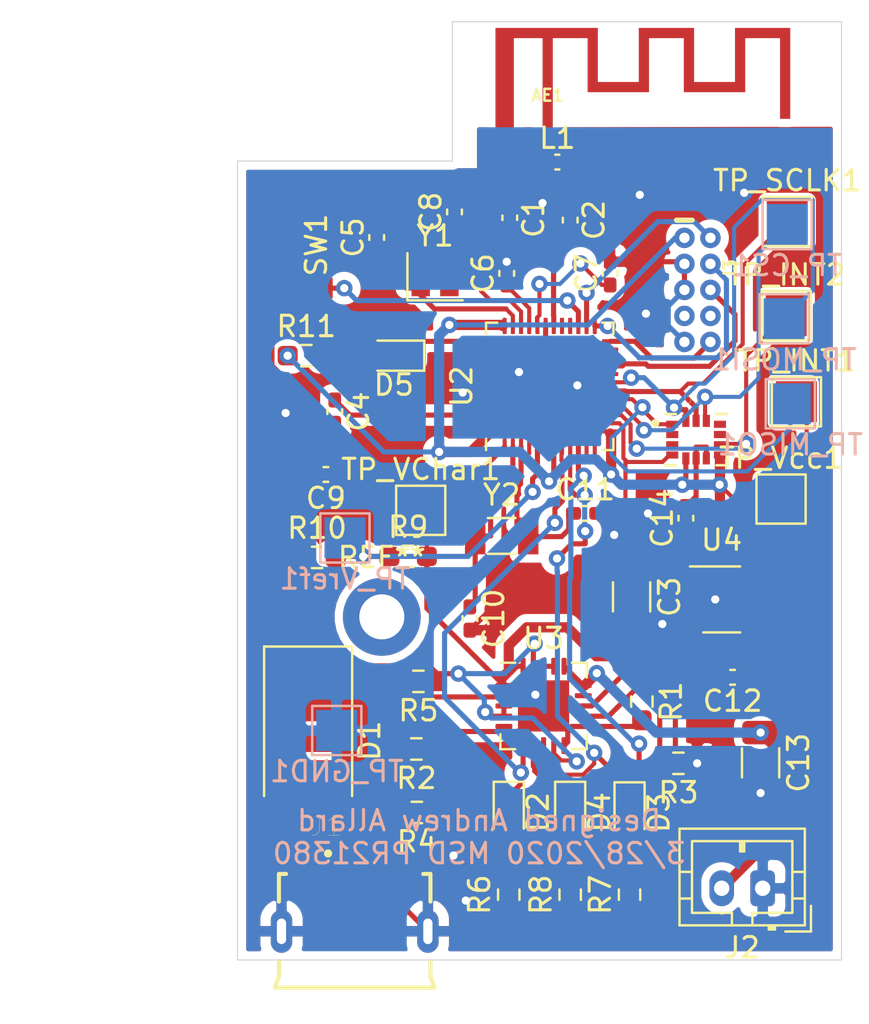
<source format=kicad_pcb>
(kicad_pcb (version 20171130) (host pcbnew 5.1.9-73d0e3b20d~88~ubuntu20.04.1)

  (general
    (thickness 1.6)
    (drawings 8)
    (tracks 526)
    (zones 0)
    (modules 53)
    (nets 70)
  )

  (page A4)
  (layers
    (0 F.Cu signal)
    (31 B.Cu signal)
    (32 B.Adhes user)
    (33 F.Adhes user)
    (34 B.Paste user)
    (35 F.Paste user)
    (36 B.SilkS user)
    (37 F.SilkS user)
    (38 B.Mask user)
    (39 F.Mask user)
    (40 Dwgs.User user)
    (41 Cmts.User user)
    (42 Eco1.User user)
    (43 Eco2.User user)
    (44 Edge.Cuts user)
    (45 Margin user)
    (46 B.CrtYd user)
    (47 F.CrtYd user)
    (48 B.Fab user)
    (49 F.Fab user)
  )

  (setup
    (last_trace_width 0.2)
    (user_trace_width 0.2)
    (user_trace_width 0.5)
    (user_trace_width 0.75)
    (trace_clearance 0.15)
    (zone_clearance 0.4)
    (zone_45_only no)
    (trace_min 0.2)
    (via_size 0.8)
    (via_drill 0.4)
    (via_min_size 0.4)
    (via_min_drill 0.3)
    (uvia_size 0.3)
    (uvia_drill 0.1)
    (uvias_allowed no)
    (uvia_min_size 0.2)
    (uvia_min_drill 0.1)
    (edge_width 0.05)
    (segment_width 0.2)
    (pcb_text_width 0.3)
    (pcb_text_size 1.5 1.5)
    (mod_edge_width 0.12)
    (mod_text_size 1 1)
    (mod_text_width 0.15)
    (pad_size 1.524 1.524)
    (pad_drill 0.762)
    (pad_to_mask_clearance 0)
    (aux_axis_origin 0 0)
    (visible_elements FFFFFF7F)
    (pcbplotparams
      (layerselection 0x010fc_ffffffff)
      (usegerberextensions false)
      (usegerberattributes true)
      (usegerberadvancedattributes true)
      (creategerberjobfile true)
      (excludeedgelayer true)
      (linewidth 0.100000)
      (plotframeref false)
      (viasonmask false)
      (mode 1)
      (useauxorigin false)
      (hpglpennumber 1)
      (hpglpenspeed 20)
      (hpglpendiameter 15.000000)
      (psnegative false)
      (psa4output false)
      (plotreference true)
      (plotvalue true)
      (plotinvisibletext false)
      (padsonsilk false)
      (subtractmaskfromsilk false)
      (outputformat 1)
      (mirror false)
      (drillshape 1)
      (scaleselection 1)
      (outputdirectory ""))
  )

  (net 0 "")
  (net 1 "Net-(AE1-Pad1)")
  (net 2 GND)
  (net 3 /ANTEN)
  (net 4 VoutCharger)
  (net 5 "Net-(C4-Pad1)")
  (net 6 "Net-(C5-Pad1)")
  (net 7 "Net-(C6-Pad1)")
  (net 8 "Net-(C7-Pad1)")
  (net 9 "Net-(C8-Pad1)")
  (net 10 "Net-(C9-Pad1)")
  (net 11 "Net-(C10-Pad1)")
  (net 12 "Net-(C11-Pad1)")
  (net 13 "Net-(C12-Pad1)")
  (net 14 /batteryManagement/batCharg)
  (net 15 /vcpu)
  (net 16 /batteryManagement/Vin)
  (net 17 "Net-(D1-Pad1)")
  (net 18 "Net-(D2-Pad2)")
  (net 19 PG)
  (net 20 "Net-(D3-Pad2)")
  (net 21 STAT1)
  (net 22 "Net-(D4-Pad2)")
  (net 23 STAT2)
  (net 24 "Net-(D5-Pad2)")
  (net 25 /LED)
  (net 26 "Net-(J1-Pad4)")
  (net 27 "Net-(J1-Pad3)")
  (net 28 "Net-(J1-Pad2)")
  (net 29 "Net-(J3-Pad7)")
  (net 30 /RST)
  (net 31 /SWDIO)
  (net 32 /SWDCLK)
  (net 33 /SWO)
  (net 34 "Net-(J3-Pad8)")
  (net 35 "Net-(R1-Pad1)")
  (net 36 "Net-(R2-Pad2)")
  (net 37 "Net-(R3-Pad2)")
  (net 38 "Net-(R4-Pad2)")
  (net 39 /VsupRef)
  (net 40 /button)
  (net 41 /INT1)
  (net 42 "Net-(U1-Pad3)")
  (net 43 "Net-(U1-Pad2)")
  (net 44 /MISO)
  (net 45 /MOSI)
  (net 46 /SCLK)
  (net 47 /CS)
  (net 48 "Net-(U1-Pad11)")
  (net 49 "Net-(U1-Pad10)")
  (net 50 /INT2)
  (net 51 "Net-(U2-Pad47)")
  (net 52 "Net-(U2-Pad44)")
  (net 53 "Net-(U2-Pad43)")
  (net 54 "Net-(U2-Pad42)")
  (net 55 "Net-(U2-Pad41)")
  (net 56 "Net-(U2-Pad40)")
  (net 57 "Net-(U2-Pad39)")
  (net 58 "Net-(U2-Pad38)")
  (net 59 "Net-(U2-Pad29)")
  (net 60 "Net-(U2-Pad28)")
  (net 61 "Net-(U2-Pad23)")
  (net 62 "Net-(U2-Pad22)")
  (net 63 "Net-(U2-Pad20)")
  (net 64 "Net-(U2-Pad12)")
  (net 65 "Net-(U2-Pad11)")
  (net 66 "Net-(U2-Pad6)")
  (net 67 "Net-(U2-Pad4)")
  (net 68 "Net-(Y1-Pad4)")
  (net 69 "Net-(Y1-Pad2)")

  (net_class Default "This is the default net class."
    (clearance 0.15)
    (trace_width 0.25)
    (via_dia 0.8)
    (via_drill 0.4)
    (uvia_dia 0.3)
    (uvia_drill 0.1)
    (add_net /ANTEN)
    (add_net /CS)
    (add_net /INT1)
    (add_net /INT2)
    (add_net /LED)
    (add_net /MISO)
    (add_net /MOSI)
    (add_net /RST)
    (add_net /SCLK)
    (add_net /SWDCLK)
    (add_net /SWDIO)
    (add_net /SWO)
    (add_net /VsupRef)
    (add_net /batteryManagement/Vin)
    (add_net /batteryManagement/batCharg)
    (add_net /button)
    (add_net /vcpu)
    (add_net GND)
    (add_net "Net-(AE1-Pad1)")
    (add_net "Net-(C10-Pad1)")
    (add_net "Net-(C11-Pad1)")
    (add_net "Net-(C12-Pad1)")
    (add_net "Net-(C4-Pad1)")
    (add_net "Net-(C5-Pad1)")
    (add_net "Net-(C6-Pad1)")
    (add_net "Net-(C7-Pad1)")
    (add_net "Net-(C8-Pad1)")
    (add_net "Net-(C9-Pad1)")
    (add_net "Net-(D1-Pad1)")
    (add_net "Net-(D2-Pad2)")
    (add_net "Net-(D3-Pad2)")
    (add_net "Net-(D4-Pad2)")
    (add_net "Net-(D5-Pad2)")
    (add_net "Net-(J1-Pad2)")
    (add_net "Net-(J1-Pad3)")
    (add_net "Net-(J1-Pad4)")
    (add_net "Net-(J3-Pad7)")
    (add_net "Net-(J3-Pad8)")
    (add_net "Net-(R1-Pad1)")
    (add_net "Net-(R2-Pad2)")
    (add_net "Net-(R3-Pad2)")
    (add_net "Net-(R4-Pad2)")
    (add_net "Net-(U1-Pad10)")
    (add_net "Net-(U1-Pad11)")
    (add_net "Net-(U1-Pad2)")
    (add_net "Net-(U1-Pad3)")
    (add_net "Net-(U2-Pad11)")
    (add_net "Net-(U2-Pad12)")
    (add_net "Net-(U2-Pad20)")
    (add_net "Net-(U2-Pad22)")
    (add_net "Net-(U2-Pad23)")
    (add_net "Net-(U2-Pad28)")
    (add_net "Net-(U2-Pad29)")
    (add_net "Net-(U2-Pad38)")
    (add_net "Net-(U2-Pad39)")
    (add_net "Net-(U2-Pad4)")
    (add_net "Net-(U2-Pad40)")
    (add_net "Net-(U2-Pad41)")
    (add_net "Net-(U2-Pad42)")
    (add_net "Net-(U2-Pad43)")
    (add_net "Net-(U2-Pad44)")
    (add_net "Net-(U2-Pad47)")
    (add_net "Net-(U2-Pad6)")
    (add_net "Net-(Y1-Pad2)")
    (add_net "Net-(Y1-Pad4)")
    (add_net PG)
    (add_net STAT1)
    (add_net STAT2)
    (add_net VoutCharger)
  )

  (module TestPoint:TestPoint_Pad_2.0x2.0mm (layer B.Cu) (tedit 5A0F774F) (tstamp 606F5341)
    (at 97.7 81.4)
    (descr "SMD rectangular pad as test Point, square 2.0mm side length")
    (tags "test point SMD pad rectangle square")
    (path /6069D973)
    (attr virtual)
    (fp_text reference TP_Vref1 (at 0 1.998) (layer B.SilkS)
      (effects (font (size 1 1) (thickness 0.15)) (justify mirror))
    )
    (fp_text value TestPoint (at 0 -2.05) (layer B.Fab)
      (effects (font (size 1 1) (thickness 0.15)) (justify mirror))
    )
    (fp_text user %R (at 0 2) (layer B.Fab)
      (effects (font (size 1 1) (thickness 0.15)) (justify mirror))
    )
    (fp_line (start -1.2 1.2) (end 1.2 1.2) (layer B.SilkS) (width 0.12))
    (fp_line (start 1.2 1.2) (end 1.2 -1.2) (layer B.SilkS) (width 0.12))
    (fp_line (start 1.2 -1.2) (end -1.2 -1.2) (layer B.SilkS) (width 0.12))
    (fp_line (start -1.2 -1.2) (end -1.2 1.2) (layer B.SilkS) (width 0.12))
    (fp_line (start -1.5 1.5) (end 1.5 1.5) (layer B.CrtYd) (width 0.05))
    (fp_line (start -1.5 1.5) (end -1.5 -1.5) (layer B.CrtYd) (width 0.05))
    (fp_line (start 1.5 -1.5) (end 1.5 1.5) (layer B.CrtYd) (width 0.05))
    (fp_line (start 1.5 -1.5) (end -1.5 -1.5) (layer B.CrtYd) (width 0.05))
    (pad 1 smd rect (at 0 0) (size 2 2) (layers B.Cu B.Mask)
      (net 39 /VsupRef))
  )

  (module TestPoint:TestPoint_Pad_2.0x2.0mm (layer F.Cu) (tedit 5A0F774F) (tstamp 606F5333)
    (at 101.4 80.05)
    (descr "SMD rectangular pad as test Point, square 2.0mm side length")
    (tags "test point SMD pad rectangle square")
    (path /60697360)
    (attr virtual)
    (fp_text reference TP_VChar1 (at 0 -1.998) (layer F.SilkS)
      (effects (font (size 1 1) (thickness 0.15)))
    )
    (fp_text value TestPoint (at 0 2.05) (layer F.Fab)
      (effects (font (size 1 1) (thickness 0.15)))
    )
    (fp_text user %R (at 0 -2) (layer F.Fab)
      (effects (font (size 1 1) (thickness 0.15)))
    )
    (fp_line (start -1.2 -1.2) (end 1.2 -1.2) (layer F.SilkS) (width 0.12))
    (fp_line (start 1.2 -1.2) (end 1.2 1.2) (layer F.SilkS) (width 0.12))
    (fp_line (start 1.2 1.2) (end -1.2 1.2) (layer F.SilkS) (width 0.12))
    (fp_line (start -1.2 1.2) (end -1.2 -1.2) (layer F.SilkS) (width 0.12))
    (fp_line (start -1.5 -1.5) (end 1.5 -1.5) (layer F.CrtYd) (width 0.05))
    (fp_line (start -1.5 -1.5) (end -1.5 1.5) (layer F.CrtYd) (width 0.05))
    (fp_line (start 1.5 1.5) (end 1.5 -1.5) (layer F.CrtYd) (width 0.05))
    (fp_line (start 1.5 1.5) (end -1.5 1.5) (layer F.CrtYd) (width 0.05))
    (pad 1 smd rect (at 0 0) (size 2 2) (layers F.Cu F.Mask)
      (net 4 VoutCharger))
  )

  (module TestPoint:TestPoint_Pad_2.0x2.0mm (layer F.Cu) (tedit 5A0F774F) (tstamp 606F5325)
    (at 119 79.5)
    (descr "SMD rectangular pad as test Point, square 2.0mm side length")
    (tags "test point SMD pad rectangle square")
    (path /6069B544)
    (attr virtual)
    (fp_text reference TP_Vcc1 (at 0 -1.998) (layer F.SilkS)
      (effects (font (size 1 1) (thickness 0.15)))
    )
    (fp_text value TestPoint (at 0 2.05) (layer F.Fab)
      (effects (font (size 1 1) (thickness 0.15)))
    )
    (fp_text user %R (at 0 -2) (layer F.Fab)
      (effects (font (size 1 1) (thickness 0.15)))
    )
    (fp_line (start -1.2 -1.2) (end 1.2 -1.2) (layer F.SilkS) (width 0.12))
    (fp_line (start 1.2 -1.2) (end 1.2 1.2) (layer F.SilkS) (width 0.12))
    (fp_line (start 1.2 1.2) (end -1.2 1.2) (layer F.SilkS) (width 0.12))
    (fp_line (start -1.2 1.2) (end -1.2 -1.2) (layer F.SilkS) (width 0.12))
    (fp_line (start -1.5 -1.5) (end 1.5 -1.5) (layer F.CrtYd) (width 0.05))
    (fp_line (start -1.5 -1.5) (end -1.5 1.5) (layer F.CrtYd) (width 0.05))
    (fp_line (start 1.5 1.5) (end 1.5 -1.5) (layer F.CrtYd) (width 0.05))
    (fp_line (start 1.5 1.5) (end -1.5 1.5) (layer F.CrtYd) (width 0.05))
    (pad 1 smd rect (at 0 0) (size 2 2) (layers F.Cu F.Mask)
      (net 15 /vcpu))
  )

  (module TestPoint:TestPoint_Pad_2.0x2.0mm (layer F.Cu) (tedit 5A0F774F) (tstamp 606F5317)
    (at 119.3 65.95)
    (descr "SMD rectangular pad as test Point, square 2.0mm side length")
    (tags "test point SMD pad rectangle square")
    (path /606ABC47)
    (attr virtual)
    (fp_text reference TP_SCLK1 (at 0 -1.998) (layer F.SilkS)
      (effects (font (size 1 1) (thickness 0.15)))
    )
    (fp_text value TestPoint (at 0 2.05) (layer F.Fab)
      (effects (font (size 1 1) (thickness 0.15)))
    )
    (fp_text user %R (at 0 -2) (layer F.Fab)
      (effects (font (size 1 1) (thickness 0.15)))
    )
    (fp_line (start -1.2 -1.2) (end 1.2 -1.2) (layer F.SilkS) (width 0.12))
    (fp_line (start 1.2 -1.2) (end 1.2 1.2) (layer F.SilkS) (width 0.12))
    (fp_line (start 1.2 1.2) (end -1.2 1.2) (layer F.SilkS) (width 0.12))
    (fp_line (start -1.2 1.2) (end -1.2 -1.2) (layer F.SilkS) (width 0.12))
    (fp_line (start -1.5 -1.5) (end 1.5 -1.5) (layer F.CrtYd) (width 0.05))
    (fp_line (start -1.5 -1.5) (end -1.5 1.5) (layer F.CrtYd) (width 0.05))
    (fp_line (start 1.5 1.5) (end 1.5 -1.5) (layer F.CrtYd) (width 0.05))
    (fp_line (start 1.5 1.5) (end -1.5 1.5) (layer F.CrtYd) (width 0.05))
    (pad 1 smd rect (at 0 0) (size 2 2) (layers F.Cu F.Mask)
      (net 46 /SCLK))
  )

  (module TestPoint:TestPoint_Pad_2.0x2.0mm (layer B.Cu) (tedit 5A0F774F) (tstamp 606F5309)
    (at 119.15 70.7)
    (descr "SMD rectangular pad as test Point, square 2.0mm side length")
    (tags "test point SMD pad rectangle square")
    (path /606AC696)
    (attr virtual)
    (fp_text reference TP_MOSI1 (at 0 1.998) (layer B.SilkS)
      (effects (font (size 1 1) (thickness 0.15)) (justify mirror))
    )
    (fp_text value TestPoint (at 0 -2.05) (layer B.Fab)
      (effects (font (size 1 1) (thickness 0.15)) (justify mirror))
    )
    (fp_text user %R (at 0 2) (layer B.Fab)
      (effects (font (size 1 1) (thickness 0.15)) (justify mirror))
    )
    (fp_line (start -1.2 1.2) (end 1.2 1.2) (layer B.SilkS) (width 0.12))
    (fp_line (start 1.2 1.2) (end 1.2 -1.2) (layer B.SilkS) (width 0.12))
    (fp_line (start 1.2 -1.2) (end -1.2 -1.2) (layer B.SilkS) (width 0.12))
    (fp_line (start -1.2 -1.2) (end -1.2 1.2) (layer B.SilkS) (width 0.12))
    (fp_line (start -1.5 1.5) (end 1.5 1.5) (layer B.CrtYd) (width 0.05))
    (fp_line (start -1.5 1.5) (end -1.5 -1.5) (layer B.CrtYd) (width 0.05))
    (fp_line (start 1.5 -1.5) (end 1.5 1.5) (layer B.CrtYd) (width 0.05))
    (fp_line (start 1.5 -1.5) (end -1.5 -1.5) (layer B.CrtYd) (width 0.05))
    (pad 1 smd rect (at 0 0) (size 2 2) (layers B.Cu B.Mask)
      (net 45 /MOSI))
  )

  (module TestPoint:TestPoint_Pad_2.0x2.0mm (layer B.Cu) (tedit 5A0F774F) (tstamp 606F52FB)
    (at 119.45 74.85)
    (descr "SMD rectangular pad as test Point, square 2.0mm side length")
    (tags "test point SMD pad rectangle square")
    (path /606AD28F)
    (attr virtual)
    (fp_text reference TP_MISO1 (at 0 1.998) (layer B.SilkS)
      (effects (font (size 1 1) (thickness 0.15)) (justify mirror))
    )
    (fp_text value TestPoint (at 0 -2.05) (layer B.Fab)
      (effects (font (size 1 1) (thickness 0.15)) (justify mirror))
    )
    (fp_text user %R (at 0 2) (layer B.Fab)
      (effects (font (size 1 1) (thickness 0.15)) (justify mirror))
    )
    (fp_line (start -1.2 1.2) (end 1.2 1.2) (layer B.SilkS) (width 0.12))
    (fp_line (start 1.2 1.2) (end 1.2 -1.2) (layer B.SilkS) (width 0.12))
    (fp_line (start 1.2 -1.2) (end -1.2 -1.2) (layer B.SilkS) (width 0.12))
    (fp_line (start -1.2 -1.2) (end -1.2 1.2) (layer B.SilkS) (width 0.12))
    (fp_line (start -1.5 1.5) (end 1.5 1.5) (layer B.CrtYd) (width 0.05))
    (fp_line (start -1.5 1.5) (end -1.5 -1.5) (layer B.CrtYd) (width 0.05))
    (fp_line (start 1.5 -1.5) (end 1.5 1.5) (layer B.CrtYd) (width 0.05))
    (fp_line (start 1.5 -1.5) (end -1.5 -1.5) (layer B.CrtYd) (width 0.05))
    (pad 1 smd rect (at 0 0) (size 2 2) (layers B.Cu B.Mask)
      (net 44 /MISO))
  )

  (module TestPoint:TestPoint_Pad_2.0x2.0mm (layer F.Cu) (tedit 5A0F774F) (tstamp 606F52ED)
    (at 119.25 70.55)
    (descr "SMD rectangular pad as test Point, square 2.0mm side length")
    (tags "test point SMD pad rectangle square")
    (path /606AF117)
    (attr virtual)
    (fp_text reference TP_INT2 (at 0 -1.998) (layer F.SilkS)
      (effects (font (size 1 1) (thickness 0.15)))
    )
    (fp_text value TestPoint (at 0 2.05) (layer F.Fab)
      (effects (font (size 1 1) (thickness 0.15)))
    )
    (fp_text user %R (at 0 -2) (layer F.Fab)
      (effects (font (size 1 1) (thickness 0.15)))
    )
    (fp_line (start -1.2 -1.2) (end 1.2 -1.2) (layer F.SilkS) (width 0.12))
    (fp_line (start 1.2 -1.2) (end 1.2 1.2) (layer F.SilkS) (width 0.12))
    (fp_line (start 1.2 1.2) (end -1.2 1.2) (layer F.SilkS) (width 0.12))
    (fp_line (start -1.2 1.2) (end -1.2 -1.2) (layer F.SilkS) (width 0.12))
    (fp_line (start -1.5 -1.5) (end 1.5 -1.5) (layer F.CrtYd) (width 0.05))
    (fp_line (start -1.5 -1.5) (end -1.5 1.5) (layer F.CrtYd) (width 0.05))
    (fp_line (start 1.5 1.5) (end 1.5 -1.5) (layer F.CrtYd) (width 0.05))
    (fp_line (start 1.5 1.5) (end -1.5 1.5) (layer F.CrtYd) (width 0.05))
    (pad 1 smd rect (at 0 0) (size 2 2) (layers F.Cu F.Mask)
      (net 50 /INT2))
  )

  (module TestPoint:TestPoint_Pad_2.0x2.0mm (layer F.Cu) (tedit 5A0F774F) (tstamp 606F52DF)
    (at 119.75 74.75)
    (descr "SMD rectangular pad as test Point, square 2.0mm side length")
    (tags "test point SMD pad rectangle square")
    (path /606AFA06)
    (attr virtual)
    (fp_text reference TP_INT1 (at 0 -1.998) (layer F.SilkS)
      (effects (font (size 1 1) (thickness 0.15)))
    )
    (fp_text value TestPoint (at 0 2.05) (layer F.Fab)
      (effects (font (size 1 1) (thickness 0.15)))
    )
    (fp_text user %R (at 0 -2) (layer F.Fab)
      (effects (font (size 1 1) (thickness 0.15)))
    )
    (fp_line (start -1.2 -1.2) (end 1.2 -1.2) (layer F.SilkS) (width 0.12))
    (fp_line (start 1.2 -1.2) (end 1.2 1.2) (layer F.SilkS) (width 0.12))
    (fp_line (start 1.2 1.2) (end -1.2 1.2) (layer F.SilkS) (width 0.12))
    (fp_line (start -1.2 1.2) (end -1.2 -1.2) (layer F.SilkS) (width 0.12))
    (fp_line (start -1.5 -1.5) (end 1.5 -1.5) (layer F.CrtYd) (width 0.05))
    (fp_line (start -1.5 -1.5) (end -1.5 1.5) (layer F.CrtYd) (width 0.05))
    (fp_line (start 1.5 1.5) (end 1.5 -1.5) (layer F.CrtYd) (width 0.05))
    (fp_line (start 1.5 1.5) (end -1.5 1.5) (layer F.CrtYd) (width 0.05))
    (pad 1 smd rect (at 0 0) (size 2 2) (layers F.Cu F.Mask)
      (net 41 /INT1))
  )

  (module TestPoint:TestPoint_Pad_2.0x2.0mm (layer B.Cu) (tedit 5A0F774F) (tstamp 606F52D1)
    (at 97.3 90.8)
    (descr "SMD rectangular pad as test Point, square 2.0mm side length")
    (tags "test point SMD pad rectangle square")
    (path /6069C75D)
    (attr virtual)
    (fp_text reference TP_GND1 (at 0 1.998) (layer B.SilkS)
      (effects (font (size 1 1) (thickness 0.15)) (justify mirror))
    )
    (fp_text value TestPoint (at 0 -2.05) (layer B.Fab)
      (effects (font (size 1 1) (thickness 0.15)) (justify mirror))
    )
    (fp_text user %R (at 0 2) (layer B.Fab)
      (effects (font (size 1 1) (thickness 0.15)) (justify mirror))
    )
    (fp_line (start -1.2 1.2) (end 1.2 1.2) (layer B.SilkS) (width 0.12))
    (fp_line (start 1.2 1.2) (end 1.2 -1.2) (layer B.SilkS) (width 0.12))
    (fp_line (start 1.2 -1.2) (end -1.2 -1.2) (layer B.SilkS) (width 0.12))
    (fp_line (start -1.2 -1.2) (end -1.2 1.2) (layer B.SilkS) (width 0.12))
    (fp_line (start -1.5 1.5) (end 1.5 1.5) (layer B.CrtYd) (width 0.05))
    (fp_line (start -1.5 1.5) (end -1.5 -1.5) (layer B.CrtYd) (width 0.05))
    (fp_line (start 1.5 -1.5) (end 1.5 1.5) (layer B.CrtYd) (width 0.05))
    (fp_line (start 1.5 -1.5) (end -1.5 -1.5) (layer B.CrtYd) (width 0.05))
    (pad 1 smd rect (at 0 0) (size 2 2) (layers B.Cu B.Mask)
      (net 2 GND))
  )

  (module TestPoint:TestPoint_Pad_2.0x2.0mm (layer B.Cu) (tedit 5A0F774F) (tstamp 606F52C3)
    (at 119.3 66.1)
    (descr "SMD rectangular pad as test Point, square 2.0mm side length")
    (tags "test point SMD pad rectangle square")
    (path /6069ECEC)
    (attr virtual)
    (fp_text reference TP_CS1 (at 0 1.998) (layer B.SilkS)
      (effects (font (size 1 1) (thickness 0.15)) (justify mirror))
    )
    (fp_text value TestPoint (at 0 -2.05) (layer B.Fab)
      (effects (font (size 1 1) (thickness 0.15)) (justify mirror))
    )
    (fp_text user %R (at 0 2) (layer B.Fab)
      (effects (font (size 1 1) (thickness 0.15)) (justify mirror))
    )
    (fp_line (start -1.2 1.2) (end 1.2 1.2) (layer B.SilkS) (width 0.12))
    (fp_line (start 1.2 1.2) (end 1.2 -1.2) (layer B.SilkS) (width 0.12))
    (fp_line (start 1.2 -1.2) (end -1.2 -1.2) (layer B.SilkS) (width 0.12))
    (fp_line (start -1.2 -1.2) (end -1.2 1.2) (layer B.SilkS) (width 0.12))
    (fp_line (start -1.5 1.5) (end 1.5 1.5) (layer B.CrtYd) (width 0.05))
    (fp_line (start -1.5 1.5) (end -1.5 -1.5) (layer B.CrtYd) (width 0.05))
    (fp_line (start 1.5 -1.5) (end 1.5 1.5) (layer B.CrtYd) (width 0.05))
    (fp_line (start 1.5 -1.5) (end -1.5 -1.5) (layer B.CrtYd) (width 0.05))
    (pad 1 smd rect (at 0 0) (size 2 2) (layers B.Cu B.Mask)
      (net 47 /CS))
  )

  (module MountingHole:MountingHole_2.2mm_M2_DIN965_Pad_TopBottom (layer F.Cu) (tedit 56D1B4CB) (tstamp 60619F72)
    (at 99.5 85.25)
    (descr "Mounting Hole 2.2mm, M2, DIN965")
    (tags "mounting hole 2.2mm m2 din965")
    (attr virtual)
    (fp_text reference REF** (at 0 -2.9) (layer F.SilkS)
      (effects (font (size 1 1) (thickness 0.15)))
    )
    (fp_text value MountingHole_2.2mm_M2_DIN965_Pad_TopBottom (at 0 2.9) (layer F.Fab)
      (effects (font (size 1 1) (thickness 0.15)))
    )
    (fp_circle (center 0 0) (end 1.9 0) (layer Cmts.User) (width 0.15))
    (fp_circle (center 0 0) (end 2.15 0) (layer F.CrtYd) (width 0.05))
    (fp_text user %R (at 0.3 0) (layer F.Fab)
      (effects (font (size 1 1) (thickness 0.15)))
    )
    (pad 1 connect circle (at 0 0) (size 3.8 3.8) (layers B.Cu B.Mask))
    (pad 1 connect circle (at 0 0) (size 3.8 3.8) (layers F.Cu F.Mask))
    (pad 1 thru_hole circle (at 0 0) (size 2.6 2.6) (drill 2.2) (layers *.Cu *.Mask))
  )

  (module AllardFootPrints:Crystal_SMD_3215-2Pin_3.2x1.5mm_3d (layer F.Cu) (tedit 6060C419) (tstamp 606155A5)
    (at 105.355 81.3)
    (descr "SMD Crystal FC-135 https://support.epson.biz/td/api/doc_check.php?dl=brief_FC-135R_en.pdf")
    (tags "SMD SMT Crystal")
    (path /605D28AA)
    (attr smd)
    (fp_text reference Y2 (at 0 -2) (layer F.SilkS)
      (effects (font (size 1 1) (thickness 0.15)))
    )
    (fp_text value "32.768kHz Crystal" (at 0 2) (layer F.Fab)
      (effects (font (size 1 1) (thickness 0.15)))
    )
    (fp_line (start -2 -1.15) (end 2 -1.15) (layer F.CrtYd) (width 0.05))
    (fp_line (start -1.6 -0.75) (end -1.6 0.75) (layer F.Fab) (width 0.1))
    (fp_line (start -0.675 0.875) (end 0.675 0.875) (layer F.SilkS) (width 0.12))
    (fp_line (start -0.675 -0.875) (end 0.675 -0.875) (layer F.SilkS) (width 0.12))
    (fp_line (start 1.6 -0.75) (end 1.6 0.75) (layer F.Fab) (width 0.1))
    (fp_line (start -1.6 -0.75) (end 1.6 -0.75) (layer F.Fab) (width 0.1))
    (fp_line (start -1.6 0.75) (end 1.6 0.75) (layer F.Fab) (width 0.1))
    (fp_line (start -2 1.15) (end 2 1.15) (layer F.CrtYd) (width 0.05))
    (fp_line (start -2 -1.15) (end -2 1.15) (layer F.CrtYd) (width 0.05))
    (fp_line (start 2 -1.15) (end 2 1.15) (layer F.CrtYd) (width 0.05))
    (fp_text user %R (at 0 -2) (layer F.Fab)
      (effects (font (size 1 1) (thickness 0.15)))
    )
    (pad 2 smd rect (at -1.2954 0) (size 1 1.8) (layers F.Cu F.Paste F.Mask)
      (net 11 "Net-(C10-Pad1)"))
    (pad 1 smd rect (at 1.2954 0) (size 1 1.8) (layers F.Cu F.Paste F.Mask)
      (net 12 "Net-(C11-Pad1)"))
    (model ${KISYS3DMOD}/Crystal.3dshapes/Crystal_SMD_3215-2Pin_3.2x1.5mm.wrl
      (at (xyz 0 0 0))
      (scale (xyz 1 1 1))
      (rotate (xyz 0 0 0))
    )
    (model /home/allard/Documents/kicad/3dModels/ABS07AIG-32.768KHZ-D-T.STEP
      (at (xyz 0 0 0))
      (scale (xyz 1 1 1))
      (rotate (xyz -90 0 0))
    )
  )

  (module AllardFootPrints:Crystal_SMD_2016-4Pin_2.0x1.6mm_3d (layer F.Cu) (tedit 6060C2A7) (tstamp 60615594)
    (at 102.1 68.65)
    (descr "SMD Crystal SERIES SMD2016/4 http://www.q-crystal.com/upload/5/2015552223166229.pdf, 2.0x1.6mm^2 package")
    (tags "SMD SMT crystal")
    (path /605CCDD9)
    (attr smd)
    (fp_text reference Y1 (at 0 -2) (layer F.SilkS)
      (effects (font (size 1 1) (thickness 0.15)))
    )
    (fp_text value "32MHz Crystal" (at 0 2) (layer F.Fab)
      (effects (font (size 1 1) (thickness 0.15)))
    )
    (fp_line (start -0.9 -0.8) (end 0.9 -0.8) (layer F.Fab) (width 0.1))
    (fp_line (start 0.9 -0.8) (end 1 -0.7) (layer F.Fab) (width 0.1))
    (fp_line (start 1 -0.7) (end 1 0.7) (layer F.Fab) (width 0.1))
    (fp_line (start 1 0.7) (end 0.9 0.8) (layer F.Fab) (width 0.1))
    (fp_line (start 0.9 0.8) (end -0.9 0.8) (layer F.Fab) (width 0.1))
    (fp_line (start -0.9 0.8) (end -1 0.7) (layer F.Fab) (width 0.1))
    (fp_line (start -1 0.7) (end -1 -0.7) (layer F.Fab) (width 0.1))
    (fp_line (start -1 -0.7) (end -0.9 -0.8) (layer F.Fab) (width 0.1))
    (fp_line (start -1 0.3) (end -0.5 0.8) (layer F.Fab) (width 0.1))
    (fp_line (start -1.35 -1.15) (end -1.35 1.15) (layer F.SilkS) (width 0.12))
    (fp_line (start -1.35 1.15) (end 1.35 1.15) (layer F.SilkS) (width 0.12))
    (fp_line (start -1.4 -1.3) (end -1.4 1.3) (layer F.CrtYd) (width 0.05))
    (fp_line (start -1.4 1.3) (end 1.4 1.3) (layer F.CrtYd) (width 0.05))
    (fp_line (start 1.4 1.3) (end 1.4 -1.3) (layer F.CrtYd) (width 0.05))
    (fp_line (start 1.4 -1.3) (end -1.4 -1.3) (layer F.CrtYd) (width 0.05))
    (fp_text user %R (at 0 0) (layer F.Fab)
      (effects (font (size 0.5 0.5) (thickness 0.075)))
    )
    (pad 4 smd rect (at -0.7 -0.55) (size 0.9 0.8) (layers F.Cu F.Paste F.Mask)
      (net 68 "Net-(Y1-Pad4)"))
    (pad 3 smd rect (at 0.7 -0.55) (size 0.9 0.8) (layers F.Cu F.Paste F.Mask)
      (net 9 "Net-(C8-Pad1)"))
    (pad 2 smd rect (at 0.7 0.55) (size 0.9 0.8) (layers F.Cu F.Paste F.Mask)
      (net 69 "Net-(Y1-Pad2)"))
    (pad 1 smd rect (at -0.7 0.55) (size 0.9 0.8) (layers F.Cu F.Paste F.Mask)
      (net 6 "Net-(C5-Pad1)"))
    (model ${KISYS3DMOD}/Crystal.3dshapes/Crystal_SMD_2016-4Pin_2.0x1.6mm.wrl
      (at (xyz 0 0 0))
      (scale (xyz 1 1 1))
      (rotate (xyz 0 0 0))
    )
    (model "/home/allard/Documents/kicad/3dModels/FA-128 32.0000MF20X-K5--3DModel-STEP-56544.STEP"
      (at (xyz 0 0 0))
      (scale (xyz 1 1 1))
      (rotate (xyz -90 0 0))
    )
  )

  (module AllardFootPrints:PQFN50P300X250X97-14N (layer F.Cu) (tedit 6060C14A) (tstamp 6061545E)
    (at 114.85 76.6)
    (path /608822C3)
    (fp_text reference U1 (at -0.176 -2.0048) (layer F.SilkS)
      (effects (font (size 0.48 0.48) (thickness 0.015)))
    )
    (fp_text value ICM-42688-P (at 4.7008 1.9952) (layer F.Fab)
      (effects (font (size 0.48 0.48) (thickness 0.015)))
    )
    (fp_line (start -1.5 1.25) (end -1.5 -1.25) (layer F.Fab) (width 0.127))
    (fp_line (start -1.5 -1.25) (end 1.5 -1.25) (layer F.Fab) (width 0.127))
    (fp_line (start 1.5 -1.25) (end 1.5 1.25) (layer F.Fab) (width 0.127))
    (fp_line (start 1.5 1.25) (end -1.5 1.25) (layer F.Fab) (width 0.127))
    (fp_line (start -1.5 -1.25) (end -0.99 -1.25) (layer F.SilkS) (width 0.127))
    (fp_line (start 0.99 -1.25) (end 1.5 -1.25) (layer F.SilkS) (width 0.127))
    (fp_line (start 1.5 1.25) (end 0.99 1.25) (layer F.SilkS) (width 0.127))
    (fp_line (start -1.5 1.25) (end -0.99 1.25) (layer F.SilkS) (width 0.127))
    (fp_line (start -1.75 1.5) (end -1.75 -1.5) (layer F.CrtYd) (width 0.05))
    (fp_line (start -1.75 -1.5) (end 1.75 -1.5) (layer F.CrtYd) (width 0.05))
    (fp_line (start 1.75 -1.5) (end 1.75 1.5) (layer F.CrtYd) (width 0.05))
    (fp_line (start 1.75 1.5) (end -1.75 1.5) (layer F.CrtYd) (width 0.05))
    (fp_circle (center -2 -0.8) (end -1.9 -0.8) (layer F.SilkS) (width 0.2))
    (fp_circle (center -2 -0.8) (end -1.9 -0.8) (layer F.Fab) (width 0.2))
    (fp_poly (pts (xy -0.82 -0.35) (xy -0.82 -0.15) (xy -0.820171 -0.143458) (xy -0.820685 -0.136934)
      (xy -0.821539 -0.130446) (xy -0.822732 -0.124011) (xy -0.824259 -0.117648) (xy -0.826118 -0.111373)
      (xy -0.828302 -0.105204) (xy -0.830807 -0.099158) (xy -0.833624 -0.093251) (xy -0.836747 -0.0875)
      (xy -0.840166 -0.08192) (xy -0.843873 -0.076527) (xy -0.847857 -0.071335) (xy -0.852107 -0.066359)
      (xy -0.856612 -0.061612) (xy -0.861359 -0.057107) (xy -0.866335 -0.052857) (xy -0.871527 -0.048873)
      (xy -0.87692 -0.045166) (xy -0.8825 -0.041747) (xy -0.888251 -0.038624) (xy -0.894158 -0.035807)
      (xy -0.900204 -0.033302) (xy -0.906373 -0.031118) (xy -0.912648 -0.029259) (xy -0.919011 -0.027732)
      (xy -0.925446 -0.026539) (xy -0.931934 -0.025685) (xy -0.938458 -0.025171) (xy -0.945 -0.025)
      (xy -1.385 -0.025) (xy -1.391542 -0.025171) (xy -1.398066 -0.025685) (xy -1.404554 -0.026539)
      (xy -1.410989 -0.027732) (xy -1.417352 -0.029259) (xy -1.423627 -0.031118) (xy -1.429796 -0.033302)
      (xy -1.435842 -0.035807) (xy -1.441749 -0.038624) (xy -1.4475 -0.041747) (xy -1.45308 -0.045166)
      (xy -1.458473 -0.048873) (xy -1.463665 -0.052857) (xy -1.468641 -0.057107) (xy -1.473388 -0.061612)
      (xy -1.477893 -0.066359) (xy -1.482143 -0.071335) (xy -1.486127 -0.076527) (xy -1.489834 -0.08192)
      (xy -1.493253 -0.0875) (xy -1.496376 -0.093251) (xy -1.499193 -0.099158) (xy -1.501698 -0.105204)
      (xy -1.503882 -0.111373) (xy -1.505741 -0.117648) (xy -1.507268 -0.124011) (xy -1.508461 -0.130446)
      (xy -1.509315 -0.136934) (xy -1.509829 -0.143458) (xy -1.51 -0.15) (xy -1.51 -0.35)
      (xy -1.509829 -0.356542) (xy -1.509315 -0.363066) (xy -1.508461 -0.369554) (xy -1.507268 -0.375989)
      (xy -1.505741 -0.382352) (xy -1.503882 -0.388627) (xy -1.501698 -0.394796) (xy -1.499193 -0.400842)
      (xy -1.496376 -0.406749) (xy -1.493253 -0.4125) (xy -1.489834 -0.41808) (xy -1.486127 -0.423473)
      (xy -1.482143 -0.428665) (xy -1.477893 -0.433641) (xy -1.473388 -0.438388) (xy -1.468641 -0.442893)
      (xy -1.463665 -0.447143) (xy -1.458473 -0.451127) (xy -1.45308 -0.454834) (xy -1.4475 -0.458253)
      (xy -1.441749 -0.461376) (xy -1.435842 -0.464193) (xy -1.429796 -0.466698) (xy -1.423627 -0.468882)
      (xy -1.417352 -0.470741) (xy -1.410989 -0.472268) (xy -1.404554 -0.473461) (xy -1.398066 -0.474315)
      (xy -1.391542 -0.474829) (xy -1.385 -0.475) (xy -0.945 -0.475) (xy -0.938458 -0.474829)
      (xy -0.931934 -0.474315) (xy -0.925446 -0.473461) (xy -0.919011 -0.472268) (xy -0.912648 -0.470741)
      (xy -0.906373 -0.468882) (xy -0.900204 -0.466698) (xy -0.894158 -0.464193) (xy -0.888251 -0.461376)
      (xy -0.8825 -0.458253) (xy -0.87692 -0.454834) (xy -0.871527 -0.451127) (xy -0.866335 -0.447143)
      (xy -0.861359 -0.442893) (xy -0.856612 -0.438388) (xy -0.852107 -0.433641) (xy -0.847857 -0.428665)
      (xy -0.843873 -0.423473) (xy -0.840166 -0.41808) (xy -0.836747 -0.4125) (xy -0.833624 -0.406749)
      (xy -0.830807 -0.400842) (xy -0.828302 -0.394796) (xy -0.826118 -0.388627) (xy -0.824259 -0.382352)
      (xy -0.822732 -0.375989) (xy -0.821539 -0.369554) (xy -0.820685 -0.363066) (xy -0.820171 -0.356542)
      (xy -0.82 -0.35)) (layer F.Mask) (width 0.01))
    (fp_poly (pts (xy -0.82 0.15) (xy -0.82 0.35) (xy -0.820171 0.356542) (xy -0.820685 0.363066)
      (xy -0.821539 0.369554) (xy -0.822732 0.375989) (xy -0.824259 0.382352) (xy -0.826118 0.388627)
      (xy -0.828302 0.394796) (xy -0.830807 0.400842) (xy -0.833624 0.406749) (xy -0.836747 0.4125)
      (xy -0.840166 0.41808) (xy -0.843873 0.423473) (xy -0.847857 0.428665) (xy -0.852107 0.433641)
      (xy -0.856612 0.438388) (xy -0.861359 0.442893) (xy -0.866335 0.447143) (xy -0.871527 0.451127)
      (xy -0.87692 0.454834) (xy -0.8825 0.458253) (xy -0.888251 0.461376) (xy -0.894158 0.464193)
      (xy -0.900204 0.466698) (xy -0.906373 0.468882) (xy -0.912648 0.470741) (xy -0.919011 0.472268)
      (xy -0.925446 0.473461) (xy -0.931934 0.474315) (xy -0.938458 0.474829) (xy -0.945 0.475)
      (xy -1.385 0.475) (xy -1.391542 0.474829) (xy -1.398066 0.474315) (xy -1.404554 0.473461)
      (xy -1.410989 0.472268) (xy -1.417352 0.470741) (xy -1.423627 0.468882) (xy -1.429796 0.466698)
      (xy -1.435842 0.464193) (xy -1.441749 0.461376) (xy -1.4475 0.458253) (xy -1.45308 0.454834)
      (xy -1.458473 0.451127) (xy -1.463665 0.447143) (xy -1.468641 0.442893) (xy -1.473388 0.438388)
      (xy -1.477893 0.433641) (xy -1.482143 0.428665) (xy -1.486127 0.423473) (xy -1.489834 0.41808)
      (xy -1.493253 0.4125) (xy -1.496376 0.406749) (xy -1.499193 0.400842) (xy -1.501698 0.394796)
      (xy -1.503882 0.388627) (xy -1.505741 0.382352) (xy -1.507268 0.375989) (xy -1.508461 0.369554)
      (xy -1.509315 0.363066) (xy -1.509829 0.356542) (xy -1.51 0.35) (xy -1.51 0.15)
      (xy -1.509829 0.143458) (xy -1.509315 0.136934) (xy -1.508461 0.130446) (xy -1.507268 0.124011)
      (xy -1.505741 0.117648) (xy -1.503882 0.111373) (xy -1.501698 0.105204) (xy -1.499193 0.099158)
      (xy -1.496376 0.093251) (xy -1.493253 0.0875) (xy -1.489834 0.08192) (xy -1.486127 0.076527)
      (xy -1.482143 0.071335) (xy -1.477893 0.066359) (xy -1.473388 0.061612) (xy -1.468641 0.057107)
      (xy -1.463665 0.052857) (xy -1.458473 0.048873) (xy -1.45308 0.045166) (xy -1.4475 0.041747)
      (xy -1.441749 0.038624) (xy -1.435842 0.035807) (xy -1.429796 0.033302) (xy -1.423627 0.031118)
      (xy -1.417352 0.029259) (xy -1.410989 0.027732) (xy -1.404554 0.026539) (xy -1.398066 0.025685)
      (xy -1.391542 0.025171) (xy -1.385 0.025) (xy -0.945 0.025) (xy -0.938458 0.025171)
      (xy -0.931934 0.025685) (xy -0.925446 0.026539) (xy -0.919011 0.027732) (xy -0.912648 0.029259)
      (xy -0.906373 0.031118) (xy -0.900204 0.033302) (xy -0.894158 0.035807) (xy -0.888251 0.038624)
      (xy -0.8825 0.041747) (xy -0.87692 0.045166) (xy -0.871527 0.048873) (xy -0.866335 0.052857)
      (xy -0.861359 0.057107) (xy -0.856612 0.061612) (xy -0.852107 0.066359) (xy -0.847857 0.071335)
      (xy -0.843873 0.076527) (xy -0.840166 0.08192) (xy -0.836747 0.0875) (xy -0.833624 0.093251)
      (xy -0.830807 0.099158) (xy -0.828302 0.105204) (xy -0.826118 0.111373) (xy -0.824259 0.117648)
      (xy -0.822732 0.124011) (xy -0.821539 0.130446) (xy -0.820685 0.136934) (xy -0.820171 0.143458)
      (xy -0.82 0.15)) (layer F.Mask) (width 0.01))
    (fp_poly (pts (xy -0.82 0.65) (xy -0.82 0.85) (xy -0.820171 0.856542) (xy -0.820685 0.863066)
      (xy -0.821539 0.869554) (xy -0.822732 0.875989) (xy -0.824259 0.882352) (xy -0.826118 0.888627)
      (xy -0.828302 0.894796) (xy -0.830807 0.900842) (xy -0.833624 0.906749) (xy -0.836747 0.9125)
      (xy -0.840166 0.91808) (xy -0.843873 0.923473) (xy -0.847857 0.928665) (xy -0.852107 0.933641)
      (xy -0.856612 0.938388) (xy -0.861359 0.942893) (xy -0.866335 0.947143) (xy -0.871527 0.951127)
      (xy -0.87692 0.954834) (xy -0.8825 0.958253) (xy -0.888251 0.961376) (xy -0.894158 0.964193)
      (xy -0.900204 0.966698) (xy -0.906373 0.968882) (xy -0.912648 0.970741) (xy -0.919011 0.972268)
      (xy -0.925446 0.973461) (xy -0.931934 0.974315) (xy -0.938458 0.974829) (xy -0.945 0.975)
      (xy -1.385 0.975) (xy -1.391542 0.974829) (xy -1.398066 0.974315) (xy -1.404554 0.973461)
      (xy -1.410989 0.972268) (xy -1.417352 0.970741) (xy -1.423627 0.968882) (xy -1.429796 0.966698)
      (xy -1.435842 0.964193) (xy -1.441749 0.961376) (xy -1.4475 0.958253) (xy -1.45308 0.954834)
      (xy -1.458473 0.951127) (xy -1.463665 0.947143) (xy -1.468641 0.942893) (xy -1.473388 0.938388)
      (xy -1.477893 0.933641) (xy -1.482143 0.928665) (xy -1.486127 0.923473) (xy -1.489834 0.91808)
      (xy -1.493253 0.9125) (xy -1.496376 0.906749) (xy -1.499193 0.900842) (xy -1.501698 0.894796)
      (xy -1.503882 0.888627) (xy -1.505741 0.882352) (xy -1.507268 0.875989) (xy -1.508461 0.869554)
      (xy -1.509315 0.863066) (xy -1.509829 0.856542) (xy -1.51 0.85) (xy -1.51 0.65)
      (xy -1.509829 0.643458) (xy -1.509315 0.636934) (xy -1.508461 0.630446) (xy -1.507268 0.624011)
      (xy -1.505741 0.617648) (xy -1.503882 0.611373) (xy -1.501698 0.605204) (xy -1.499193 0.599158)
      (xy -1.496376 0.593251) (xy -1.493253 0.5875) (xy -1.489834 0.58192) (xy -1.486127 0.576527)
      (xy -1.482143 0.571335) (xy -1.477893 0.566359) (xy -1.473388 0.561612) (xy -1.468641 0.557107)
      (xy -1.463665 0.552857) (xy -1.458473 0.548873) (xy -1.45308 0.545166) (xy -1.4475 0.541747)
      (xy -1.441749 0.538624) (xy -1.435842 0.535807) (xy -1.429796 0.533302) (xy -1.423627 0.531118)
      (xy -1.417352 0.529259) (xy -1.410989 0.527732) (xy -1.404554 0.526539) (xy -1.398066 0.525685)
      (xy -1.391542 0.525171) (xy -1.385 0.525) (xy -0.945 0.525) (xy -0.938458 0.525171)
      (xy -0.931934 0.525685) (xy -0.925446 0.526539) (xy -0.919011 0.527732) (xy -0.912648 0.529259)
      (xy -0.906373 0.531118) (xy -0.900204 0.533302) (xy -0.894158 0.535807) (xy -0.888251 0.538624)
      (xy -0.8825 0.541747) (xy -0.87692 0.545166) (xy -0.871527 0.548873) (xy -0.866335 0.552857)
      (xy -0.861359 0.557107) (xy -0.856612 0.561612) (xy -0.852107 0.566359) (xy -0.847857 0.571335)
      (xy -0.843873 0.576527) (xy -0.840166 0.58192) (xy -0.836747 0.5875) (xy -0.833624 0.593251)
      (xy -0.830807 0.599158) (xy -0.828302 0.605204) (xy -0.826118 0.611373) (xy -0.824259 0.617648)
      (xy -0.822732 0.624011) (xy -0.821539 0.630446) (xy -0.820685 0.636934) (xy -0.820171 0.643458)
      (xy -0.82 0.65)) (layer F.Mask) (width 0.01))
    (fp_poly (pts (xy -0.82 -0.85) (xy -0.82 -0.65) (xy -0.820171 -0.643458) (xy -0.820685 -0.636934)
      (xy -0.821539 -0.630446) (xy -0.822732 -0.624011) (xy -0.824259 -0.617648) (xy -0.826118 -0.611373)
      (xy -0.828302 -0.605204) (xy -0.830807 -0.599158) (xy -0.833624 -0.593251) (xy -0.836747 -0.5875)
      (xy -0.840166 -0.58192) (xy -0.843873 -0.576527) (xy -0.847857 -0.571335) (xy -0.852107 -0.566359)
      (xy -0.856612 -0.561612) (xy -0.861359 -0.557107) (xy -0.866335 -0.552857) (xy -0.871527 -0.548873)
      (xy -0.87692 -0.545166) (xy -0.8825 -0.541747) (xy -0.888251 -0.538624) (xy -0.894158 -0.535807)
      (xy -0.900204 -0.533302) (xy -0.906373 -0.531118) (xy -0.912648 -0.529259) (xy -0.919011 -0.527732)
      (xy -0.925446 -0.526539) (xy -0.931934 -0.525685) (xy -0.938458 -0.525171) (xy -0.945 -0.525)
      (xy -1.385 -0.525) (xy -1.391542 -0.525171) (xy -1.398066 -0.525685) (xy -1.404554 -0.526539)
      (xy -1.410989 -0.527732) (xy -1.417352 -0.529259) (xy -1.423627 -0.531118) (xy -1.429796 -0.533302)
      (xy -1.435842 -0.535807) (xy -1.441749 -0.538624) (xy -1.4475 -0.541747) (xy -1.45308 -0.545166)
      (xy -1.458473 -0.548873) (xy -1.463665 -0.552857) (xy -1.468641 -0.557107) (xy -1.473388 -0.561612)
      (xy -1.477893 -0.566359) (xy -1.482143 -0.571335) (xy -1.486127 -0.576527) (xy -1.489834 -0.58192)
      (xy -1.493253 -0.5875) (xy -1.496376 -0.593251) (xy -1.499193 -0.599158) (xy -1.501698 -0.605204)
      (xy -1.503882 -0.611373) (xy -1.505741 -0.617648) (xy -1.507268 -0.624011) (xy -1.508461 -0.630446)
      (xy -1.509315 -0.636934) (xy -1.509829 -0.643458) (xy -1.51 -0.65) (xy -1.51 -0.85)
      (xy -1.509829 -0.856542) (xy -1.509315 -0.863066) (xy -1.508461 -0.869554) (xy -1.507268 -0.875989)
      (xy -1.505741 -0.882352) (xy -1.503882 -0.888627) (xy -1.501698 -0.894796) (xy -1.499193 -0.900842)
      (xy -1.496376 -0.906749) (xy -1.493253 -0.9125) (xy -1.489834 -0.91808) (xy -1.486127 -0.923473)
      (xy -1.482143 -0.928665) (xy -1.477893 -0.933641) (xy -1.473388 -0.938388) (xy -1.468641 -0.942893)
      (xy -1.463665 -0.947143) (xy -1.458473 -0.951127) (xy -1.45308 -0.954834) (xy -1.4475 -0.958253)
      (xy -1.441749 -0.961376) (xy -1.435842 -0.964193) (xy -1.429796 -0.966698) (xy -1.423627 -0.968882)
      (xy -1.417352 -0.970741) (xy -1.410989 -0.972268) (xy -1.404554 -0.973461) (xy -1.398066 -0.974315)
      (xy -1.391542 -0.974829) (xy -1.385 -0.975) (xy -0.945 -0.975) (xy -0.938458 -0.974829)
      (xy -0.931934 -0.974315) (xy -0.925446 -0.973461) (xy -0.919011 -0.972268) (xy -0.912648 -0.970741)
      (xy -0.906373 -0.968882) (xy -0.900204 -0.966698) (xy -0.894158 -0.964193) (xy -0.888251 -0.961376)
      (xy -0.8825 -0.958253) (xy -0.87692 -0.954834) (xy -0.871527 -0.951127) (xy -0.866335 -0.947143)
      (xy -0.861359 -0.942893) (xy -0.856612 -0.938388) (xy -0.852107 -0.933641) (xy -0.847857 -0.928665)
      (xy -0.843873 -0.923473) (xy -0.840166 -0.91808) (xy -0.836747 -0.9125) (xy -0.833624 -0.906749)
      (xy -0.830807 -0.900842) (xy -0.828302 -0.894796) (xy -0.826118 -0.888627) (xy -0.824259 -0.882352)
      (xy -0.822732 -0.875989) (xy -0.821539 -0.869554) (xy -0.820685 -0.863066) (xy -0.820171 -0.856542)
      (xy -0.82 -0.85)) (layer F.Mask) (width 0.01))
    (fp_poly (pts (xy 1.51 -0.35) (xy 1.51 -0.15) (xy 1.509829 -0.143458) (xy 1.509315 -0.136934)
      (xy 1.508461 -0.130446) (xy 1.507268 -0.124011) (xy 1.505741 -0.117648) (xy 1.503882 -0.111373)
      (xy 1.501698 -0.105204) (xy 1.499193 -0.099158) (xy 1.496376 -0.093251) (xy 1.493253 -0.0875)
      (xy 1.489834 -0.08192) (xy 1.486127 -0.076527) (xy 1.482143 -0.071335) (xy 1.477893 -0.066359)
      (xy 1.473388 -0.061612) (xy 1.468641 -0.057107) (xy 1.463665 -0.052857) (xy 1.458473 -0.048873)
      (xy 1.45308 -0.045166) (xy 1.4475 -0.041747) (xy 1.441749 -0.038624) (xy 1.435842 -0.035807)
      (xy 1.429796 -0.033302) (xy 1.423627 -0.031118) (xy 1.417352 -0.029259) (xy 1.410989 -0.027732)
      (xy 1.404554 -0.026539) (xy 1.398066 -0.025685) (xy 1.391542 -0.025171) (xy 1.385 -0.025)
      (xy 0.945 -0.025) (xy 0.938458 -0.025171) (xy 0.931934 -0.025685) (xy 0.925446 -0.026539)
      (xy 0.919011 -0.027732) (xy 0.912648 -0.029259) (xy 0.906373 -0.031118) (xy 0.900204 -0.033302)
      (xy 0.894158 -0.035807) (xy 0.888251 -0.038624) (xy 0.8825 -0.041747) (xy 0.87692 -0.045166)
      (xy 0.871527 -0.048873) (xy 0.866335 -0.052857) (xy 0.861359 -0.057107) (xy 0.856612 -0.061612)
      (xy 0.852107 -0.066359) (xy 0.847857 -0.071335) (xy 0.843873 -0.076527) (xy 0.840166 -0.08192)
      (xy 0.836747 -0.0875) (xy 0.833624 -0.093251) (xy 0.830807 -0.099158) (xy 0.828302 -0.105204)
      (xy 0.826118 -0.111373) (xy 0.824259 -0.117648) (xy 0.822732 -0.124011) (xy 0.821539 -0.130446)
      (xy 0.820685 -0.136934) (xy 0.820171 -0.143458) (xy 0.82 -0.15) (xy 0.82 -0.35)
      (xy 0.820171 -0.356542) (xy 0.820685 -0.363066) (xy 0.821539 -0.369554) (xy 0.822732 -0.375989)
      (xy 0.824259 -0.382352) (xy 0.826118 -0.388627) (xy 0.828302 -0.394796) (xy 0.830807 -0.400842)
      (xy 0.833624 -0.406749) (xy 0.836747 -0.4125) (xy 0.840166 -0.41808) (xy 0.843873 -0.423473)
      (xy 0.847857 -0.428665) (xy 0.852107 -0.433641) (xy 0.856612 -0.438388) (xy 0.861359 -0.442893)
      (xy 0.866335 -0.447143) (xy 0.871527 -0.451127) (xy 0.87692 -0.454834) (xy 0.8825 -0.458253)
      (xy 0.888251 -0.461376) (xy 0.894158 -0.464193) (xy 0.900204 -0.466698) (xy 0.906373 -0.468882)
      (xy 0.912648 -0.470741) (xy 0.919011 -0.472268) (xy 0.925446 -0.473461) (xy 0.931934 -0.474315)
      (xy 0.938458 -0.474829) (xy 0.945 -0.475) (xy 1.385 -0.475) (xy 1.391542 -0.474829)
      (xy 1.398066 -0.474315) (xy 1.404554 -0.473461) (xy 1.410989 -0.472268) (xy 1.417352 -0.470741)
      (xy 1.423627 -0.468882) (xy 1.429796 -0.466698) (xy 1.435842 -0.464193) (xy 1.441749 -0.461376)
      (xy 1.4475 -0.458253) (xy 1.45308 -0.454834) (xy 1.458473 -0.451127) (xy 1.463665 -0.447143)
      (xy 1.468641 -0.442893) (xy 1.473388 -0.438388) (xy 1.477893 -0.433641) (xy 1.482143 -0.428665)
      (xy 1.486127 -0.423473) (xy 1.489834 -0.41808) (xy 1.493253 -0.4125) (xy 1.496376 -0.406749)
      (xy 1.499193 -0.400842) (xy 1.501698 -0.394796) (xy 1.503882 -0.388627) (xy 1.505741 -0.382352)
      (xy 1.507268 -0.375989) (xy 1.508461 -0.369554) (xy 1.509315 -0.363066) (xy 1.509829 -0.356542)
      (xy 1.51 -0.35)) (layer F.Mask) (width 0.01))
    (fp_poly (pts (xy 1.51 0.15) (xy 1.51 0.35) (xy 1.509829 0.356542) (xy 1.509315 0.363066)
      (xy 1.508461 0.369554) (xy 1.507268 0.375989) (xy 1.505741 0.382352) (xy 1.503882 0.388627)
      (xy 1.501698 0.394796) (xy 1.499193 0.400842) (xy 1.496376 0.406749) (xy 1.493253 0.4125)
      (xy 1.489834 0.41808) (xy 1.486127 0.423473) (xy 1.482143 0.428665) (xy 1.477893 0.433641)
      (xy 1.473388 0.438388) (xy 1.468641 0.442893) (xy 1.463665 0.447143) (xy 1.458473 0.451127)
      (xy 1.45308 0.454834) (xy 1.4475 0.458253) (xy 1.441749 0.461376) (xy 1.435842 0.464193)
      (xy 1.429796 0.466698) (xy 1.423627 0.468882) (xy 1.417352 0.470741) (xy 1.410989 0.472268)
      (xy 1.404554 0.473461) (xy 1.398066 0.474315) (xy 1.391542 0.474829) (xy 1.385 0.475)
      (xy 0.945 0.475) (xy 0.938458 0.474829) (xy 0.931934 0.474315) (xy 0.925446 0.473461)
      (xy 0.919011 0.472268) (xy 0.912648 0.470741) (xy 0.906373 0.468882) (xy 0.900204 0.466698)
      (xy 0.894158 0.464193) (xy 0.888251 0.461376) (xy 0.8825 0.458253) (xy 0.87692 0.454834)
      (xy 0.871527 0.451127) (xy 0.866335 0.447143) (xy 0.861359 0.442893) (xy 0.856612 0.438388)
      (xy 0.852107 0.433641) (xy 0.847857 0.428665) (xy 0.843873 0.423473) (xy 0.840166 0.41808)
      (xy 0.836747 0.4125) (xy 0.833624 0.406749) (xy 0.830807 0.400842) (xy 0.828302 0.394796)
      (xy 0.826118 0.388627) (xy 0.824259 0.382352) (xy 0.822732 0.375989) (xy 0.821539 0.369554)
      (xy 0.820685 0.363066) (xy 0.820171 0.356542) (xy 0.82 0.35) (xy 0.82 0.15)
      (xy 0.820171 0.143458) (xy 0.820685 0.136934) (xy 0.821539 0.130446) (xy 0.822732 0.124011)
      (xy 0.824259 0.117648) (xy 0.826118 0.111373) (xy 0.828302 0.105204) (xy 0.830807 0.099158)
      (xy 0.833624 0.093251) (xy 0.836747 0.0875) (xy 0.840166 0.08192) (xy 0.843873 0.076527)
      (xy 0.847857 0.071335) (xy 0.852107 0.066359) (xy 0.856612 0.061612) (xy 0.861359 0.057107)
      (xy 0.866335 0.052857) (xy 0.871527 0.048873) (xy 0.87692 0.045166) (xy 0.8825 0.041747)
      (xy 0.888251 0.038624) (xy 0.894158 0.035807) (xy 0.900204 0.033302) (xy 0.906373 0.031118)
      (xy 0.912648 0.029259) (xy 0.919011 0.027732) (xy 0.925446 0.026539) (xy 0.931934 0.025685)
      (xy 0.938458 0.025171) (xy 0.945 0.025) (xy 1.385 0.025) (xy 1.391542 0.025171)
      (xy 1.398066 0.025685) (xy 1.404554 0.026539) (xy 1.410989 0.027732) (xy 1.417352 0.029259)
      (xy 1.423627 0.031118) (xy 1.429796 0.033302) (xy 1.435842 0.035807) (xy 1.441749 0.038624)
      (xy 1.4475 0.041747) (xy 1.45308 0.045166) (xy 1.458473 0.048873) (xy 1.463665 0.052857)
      (xy 1.468641 0.057107) (xy 1.473388 0.061612) (xy 1.477893 0.066359) (xy 1.482143 0.071335)
      (xy 1.486127 0.076527) (xy 1.489834 0.08192) (xy 1.493253 0.0875) (xy 1.496376 0.093251)
      (xy 1.499193 0.099158) (xy 1.501698 0.105204) (xy 1.503882 0.111373) (xy 1.505741 0.117648)
      (xy 1.507268 0.124011) (xy 1.508461 0.130446) (xy 1.509315 0.136934) (xy 1.509829 0.143458)
      (xy 1.51 0.15)) (layer F.Mask) (width 0.01))
    (fp_poly (pts (xy 1.51 0.65) (xy 1.51 0.85) (xy 1.509829 0.856542) (xy 1.509315 0.863066)
      (xy 1.508461 0.869554) (xy 1.507268 0.875989) (xy 1.505741 0.882352) (xy 1.503882 0.888627)
      (xy 1.501698 0.894796) (xy 1.499193 0.900842) (xy 1.496376 0.906749) (xy 1.493253 0.9125)
      (xy 1.489834 0.91808) (xy 1.486127 0.923473) (xy 1.482143 0.928665) (xy 1.477893 0.933641)
      (xy 1.473388 0.938388) (xy 1.468641 0.942893) (xy 1.463665 0.947143) (xy 1.458473 0.951127)
      (xy 1.45308 0.954834) (xy 1.4475 0.958253) (xy 1.441749 0.961376) (xy 1.435842 0.964193)
      (xy 1.429796 0.966698) (xy 1.423627 0.968882) (xy 1.417352 0.970741) (xy 1.410989 0.972268)
      (xy 1.404554 0.973461) (xy 1.398066 0.974315) (xy 1.391542 0.974829) (xy 1.385 0.975)
      (xy 0.945 0.975) (xy 0.938458 0.974829) (xy 0.931934 0.974315) (xy 0.925446 0.973461)
      (xy 0.919011 0.972268) (xy 0.912648 0.970741) (xy 0.906373 0.968882) (xy 0.900204 0.966698)
      (xy 0.894158 0.964193) (xy 0.888251 0.961376) (xy 0.8825 0.958253) (xy 0.87692 0.954834)
      (xy 0.871527 0.951127) (xy 0.866335 0.947143) (xy 0.861359 0.942893) (xy 0.856612 0.938388)
      (xy 0.852107 0.933641) (xy 0.847857 0.928665) (xy 0.843873 0.923473) (xy 0.840166 0.91808)
      (xy 0.836747 0.9125) (xy 0.833624 0.906749) (xy 0.830807 0.900842) (xy 0.828302 0.894796)
      (xy 0.826118 0.888627) (xy 0.824259 0.882352) (xy 0.822732 0.875989) (xy 0.821539 0.869554)
      (xy 0.820685 0.863066) (xy 0.820171 0.856542) (xy 0.82 0.85) (xy 0.82 0.65)
      (xy 0.820171 0.643458) (xy 0.820685 0.636934) (xy 0.821539 0.630446) (xy 0.822732 0.624011)
      (xy 0.824259 0.617648) (xy 0.826118 0.611373) (xy 0.828302 0.605204) (xy 0.830807 0.599158)
      (xy 0.833624 0.593251) (xy 0.836747 0.5875) (xy 0.840166 0.58192) (xy 0.843873 0.576527)
      (xy 0.847857 0.571335) (xy 0.852107 0.566359) (xy 0.856612 0.561612) (xy 0.861359 0.557107)
      (xy 0.866335 0.552857) (xy 0.871527 0.548873) (xy 0.87692 0.545166) (xy 0.8825 0.541747)
      (xy 0.888251 0.538624) (xy 0.894158 0.535807) (xy 0.900204 0.533302) (xy 0.906373 0.531118)
      (xy 0.912648 0.529259) (xy 0.919011 0.527732) (xy 0.925446 0.526539) (xy 0.931934 0.525685)
      (xy 0.938458 0.525171) (xy 0.945 0.525) (xy 1.385 0.525) (xy 1.391542 0.525171)
      (xy 1.398066 0.525685) (xy 1.404554 0.526539) (xy 1.410989 0.527732) (xy 1.417352 0.529259)
      (xy 1.423627 0.531118) (xy 1.429796 0.533302) (xy 1.435842 0.535807) (xy 1.441749 0.538624)
      (xy 1.4475 0.541747) (xy 1.45308 0.545166) (xy 1.458473 0.548873) (xy 1.463665 0.552857)
      (xy 1.468641 0.557107) (xy 1.473388 0.561612) (xy 1.477893 0.566359) (xy 1.482143 0.571335)
      (xy 1.486127 0.576527) (xy 1.489834 0.58192) (xy 1.493253 0.5875) (xy 1.496376 0.593251)
      (xy 1.499193 0.599158) (xy 1.501698 0.605204) (xy 1.503882 0.611373) (xy 1.505741 0.617648)
      (xy 1.507268 0.624011) (xy 1.508461 0.630446) (xy 1.509315 0.636934) (xy 1.509829 0.643458)
      (xy 1.51 0.65)) (layer F.Mask) (width 0.01))
    (fp_poly (pts (xy 1.51 -0.85) (xy 1.51 -0.65) (xy 1.509829 -0.643458) (xy 1.509315 -0.636934)
      (xy 1.508461 -0.630446) (xy 1.507268 -0.624011) (xy 1.505741 -0.617648) (xy 1.503882 -0.611373)
      (xy 1.501698 -0.605204) (xy 1.499193 -0.599158) (xy 1.496376 -0.593251) (xy 1.493253 -0.5875)
      (xy 1.489834 -0.58192) (xy 1.486127 -0.576527) (xy 1.482143 -0.571335) (xy 1.477893 -0.566359)
      (xy 1.473388 -0.561612) (xy 1.468641 -0.557107) (xy 1.463665 -0.552857) (xy 1.458473 -0.548873)
      (xy 1.45308 -0.545166) (xy 1.4475 -0.541747) (xy 1.441749 -0.538624) (xy 1.435842 -0.535807)
      (xy 1.429796 -0.533302) (xy 1.423627 -0.531118) (xy 1.417352 -0.529259) (xy 1.410989 -0.527732)
      (xy 1.404554 -0.526539) (xy 1.398066 -0.525685) (xy 1.391542 -0.525171) (xy 1.385 -0.525)
      (xy 0.945 -0.525) (xy 0.938458 -0.525171) (xy 0.931934 -0.525685) (xy 0.925446 -0.526539)
      (xy 0.919011 -0.527732) (xy 0.912648 -0.529259) (xy 0.906373 -0.531118) (xy 0.900204 -0.533302)
      (xy 0.894158 -0.535807) (xy 0.888251 -0.538624) (xy 0.8825 -0.541747) (xy 0.87692 -0.545166)
      (xy 0.871527 -0.548873) (xy 0.866335 -0.552857) (xy 0.861359 -0.557107) (xy 0.856612 -0.561612)
      (xy 0.852107 -0.566359) (xy 0.847857 -0.571335) (xy 0.843873 -0.576527) (xy 0.840166 -0.58192)
      (xy 0.836747 -0.5875) (xy 0.833624 -0.593251) (xy 0.830807 -0.599158) (xy 0.828302 -0.605204)
      (xy 0.826118 -0.611373) (xy 0.824259 -0.617648) (xy 0.822732 -0.624011) (xy 0.821539 -0.630446)
      (xy 0.820685 -0.636934) (xy 0.820171 -0.643458) (xy 0.82 -0.65) (xy 0.82 -0.85)
      (xy 0.820171 -0.856542) (xy 0.820685 -0.863066) (xy 0.821539 -0.869554) (xy 0.822732 -0.875989)
      (xy 0.824259 -0.882352) (xy 0.826118 -0.888627) (xy 0.828302 -0.894796) (xy 0.830807 -0.900842)
      (xy 0.833624 -0.906749) (xy 0.836747 -0.9125) (xy 0.840166 -0.91808) (xy 0.843873 -0.923473)
      (xy 0.847857 -0.928665) (xy 0.852107 -0.933641) (xy 0.856612 -0.938388) (xy 0.861359 -0.942893)
      (xy 0.866335 -0.947143) (xy 0.871527 -0.951127) (xy 0.87692 -0.954834) (xy 0.8825 -0.958253)
      (xy 0.888251 -0.961376) (xy 0.894158 -0.964193) (xy 0.900204 -0.966698) (xy 0.906373 -0.968882)
      (xy 0.912648 -0.970741) (xy 0.919011 -0.972268) (xy 0.925446 -0.973461) (xy 0.931934 -0.974315)
      (xy 0.938458 -0.974829) (xy 0.945 -0.975) (xy 1.385 -0.975) (xy 1.391542 -0.974829)
      (xy 1.398066 -0.974315) (xy 1.404554 -0.973461) (xy 1.410989 -0.972268) (xy 1.417352 -0.970741)
      (xy 1.423627 -0.968882) (xy 1.429796 -0.966698) (xy 1.435842 -0.964193) (xy 1.441749 -0.961376)
      (xy 1.4475 -0.958253) (xy 1.45308 -0.954834) (xy 1.458473 -0.951127) (xy 1.463665 -0.947143)
      (xy 1.468641 -0.942893) (xy 1.473388 -0.938388) (xy 1.477893 -0.933641) (xy 1.482143 -0.928665)
      (xy 1.486127 -0.923473) (xy 1.489834 -0.91808) (xy 1.493253 -0.9125) (xy 1.496376 -0.906749)
      (xy 1.499193 -0.900842) (xy 1.501698 -0.894796) (xy 1.503882 -0.888627) (xy 1.505741 -0.882352)
      (xy 1.507268 -0.875989) (xy 1.508461 -0.869554) (xy 1.509315 -0.863066) (xy 1.509829 -0.856542)
      (xy 1.51 -0.85)) (layer F.Mask) (width 0.01))
    (fp_poly (pts (xy -0.1 -1.26) (xy 0.1 -1.26) (xy 0.106542 -1.259829) (xy 0.113066 -1.259315)
      (xy 0.119554 -1.258461) (xy 0.125989 -1.257268) (xy 0.132352 -1.255741) (xy 0.138627 -1.253882)
      (xy 0.144796 -1.251698) (xy 0.150842 -1.249193) (xy 0.156749 -1.246376) (xy 0.1625 -1.243253)
      (xy 0.16808 -1.239834) (xy 0.173473 -1.236127) (xy 0.178665 -1.232143) (xy 0.183641 -1.227893)
      (xy 0.188388 -1.223388) (xy 0.192893 -1.218641) (xy 0.197143 -1.213665) (xy 0.201127 -1.208473)
      (xy 0.204834 -1.20308) (xy 0.208253 -1.1975) (xy 0.211376 -1.191749) (xy 0.214193 -1.185842)
      (xy 0.216698 -1.179796) (xy 0.218882 -1.173627) (xy 0.220741 -1.167352) (xy 0.222268 -1.160989)
      (xy 0.223461 -1.154554) (xy 0.224315 -1.148066) (xy 0.224829 -1.141542) (xy 0.225 -1.135)
      (xy 0.225 -0.695) (xy 0.224829 -0.688458) (xy 0.224315 -0.681934) (xy 0.223461 -0.675446)
      (xy 0.222268 -0.669011) (xy 0.220741 -0.662648) (xy 0.218882 -0.656373) (xy 0.216698 -0.650204)
      (xy 0.214193 -0.644158) (xy 0.211376 -0.638251) (xy 0.208253 -0.6325) (xy 0.204834 -0.62692)
      (xy 0.201127 -0.621527) (xy 0.197143 -0.616335) (xy 0.192893 -0.611359) (xy 0.188388 -0.606612)
      (xy 0.183641 -0.602107) (xy 0.178665 -0.597857) (xy 0.173473 -0.593873) (xy 0.16808 -0.590166)
      (xy 0.1625 -0.586747) (xy 0.156749 -0.583624) (xy 0.150842 -0.580807) (xy 0.144796 -0.578302)
      (xy 0.138627 -0.576118) (xy 0.132352 -0.574259) (xy 0.125989 -0.572732) (xy 0.119554 -0.571539)
      (xy 0.113066 -0.570685) (xy 0.106542 -0.570171) (xy 0.1 -0.57) (xy -0.1 -0.57)
      (xy -0.106542 -0.570171) (xy -0.113066 -0.570685) (xy -0.119554 -0.571539) (xy -0.125989 -0.572732)
      (xy -0.132352 -0.574259) (xy -0.138627 -0.576118) (xy -0.144796 -0.578302) (xy -0.150842 -0.580807)
      (xy -0.156749 -0.583624) (xy -0.1625 -0.586747) (xy -0.16808 -0.590166) (xy -0.173473 -0.593873)
      (xy -0.178665 -0.597857) (xy -0.183641 -0.602107) (xy -0.188388 -0.606612) (xy -0.192893 -0.611359)
      (xy -0.197143 -0.616335) (xy -0.201127 -0.621527) (xy -0.204834 -0.62692) (xy -0.208253 -0.6325)
      (xy -0.211376 -0.638251) (xy -0.214193 -0.644158) (xy -0.216698 -0.650204) (xy -0.218882 -0.656373)
      (xy -0.220741 -0.662648) (xy -0.222268 -0.669011) (xy -0.223461 -0.675446) (xy -0.224315 -0.681934)
      (xy -0.224829 -0.688458) (xy -0.225 -0.695) (xy -0.225 -1.135) (xy -0.224829 -1.141542)
      (xy -0.224315 -1.148066) (xy -0.223461 -1.154554) (xy -0.222268 -1.160989) (xy -0.220741 -1.167352)
      (xy -0.218882 -1.173627) (xy -0.216698 -1.179796) (xy -0.214193 -1.185842) (xy -0.211376 -1.191749)
      (xy -0.208253 -1.1975) (xy -0.204834 -1.20308) (xy -0.201127 -1.208473) (xy -0.197143 -1.213665)
      (xy -0.192893 -1.218641) (xy -0.188388 -1.223388) (xy -0.183641 -1.227893) (xy -0.178665 -1.232143)
      (xy -0.173473 -1.236127) (xy -0.16808 -1.239834) (xy -0.1625 -1.243253) (xy -0.156749 -1.246376)
      (xy -0.150842 -1.249193) (xy -0.144796 -1.251698) (xy -0.138627 -1.253882) (xy -0.132352 -1.255741)
      (xy -0.125989 -1.257268) (xy -0.119554 -1.258461) (xy -0.113066 -1.259315) (xy -0.106542 -1.259829)
      (xy -0.1 -1.26)) (layer F.Mask) (width 0.01))
    (fp_poly (pts (xy -0.6 -1.26) (xy -0.4 -1.26) (xy -0.393458 -1.259829) (xy -0.386934 -1.259315)
      (xy -0.380446 -1.258461) (xy -0.374011 -1.257268) (xy -0.367648 -1.255741) (xy -0.361373 -1.253882)
      (xy -0.355204 -1.251698) (xy -0.349158 -1.249193) (xy -0.343251 -1.246376) (xy -0.3375 -1.243253)
      (xy -0.33192 -1.239834) (xy -0.326527 -1.236127) (xy -0.321335 -1.232143) (xy -0.316359 -1.227893)
      (xy -0.311612 -1.223388) (xy -0.307107 -1.218641) (xy -0.302857 -1.213665) (xy -0.298873 -1.208473)
      (xy -0.295166 -1.20308) (xy -0.291747 -1.1975) (xy -0.288624 -1.191749) (xy -0.285807 -1.185842)
      (xy -0.283302 -1.179796) (xy -0.281118 -1.173627) (xy -0.279259 -1.167352) (xy -0.277732 -1.160989)
      (xy -0.276539 -1.154554) (xy -0.275685 -1.148066) (xy -0.275171 -1.141542) (xy -0.275 -1.135)
      (xy -0.275 -0.695) (xy -0.275171 -0.688458) (xy -0.275685 -0.681934) (xy -0.276539 -0.675446)
      (xy -0.277732 -0.669011) (xy -0.279259 -0.662648) (xy -0.281118 -0.656373) (xy -0.283302 -0.650204)
      (xy -0.285807 -0.644158) (xy -0.288624 -0.638251) (xy -0.291747 -0.6325) (xy -0.295166 -0.62692)
      (xy -0.298873 -0.621527) (xy -0.302857 -0.616335) (xy -0.307107 -0.611359) (xy -0.311612 -0.606612)
      (xy -0.316359 -0.602107) (xy -0.321335 -0.597857) (xy -0.326527 -0.593873) (xy -0.33192 -0.590166)
      (xy -0.3375 -0.586747) (xy -0.343251 -0.583624) (xy -0.349158 -0.580807) (xy -0.355204 -0.578302)
      (xy -0.361373 -0.576118) (xy -0.367648 -0.574259) (xy -0.374011 -0.572732) (xy -0.380446 -0.571539)
      (xy -0.386934 -0.570685) (xy -0.393458 -0.570171) (xy -0.4 -0.57) (xy -0.6 -0.57)
      (xy -0.606542 -0.570171) (xy -0.613066 -0.570685) (xy -0.619554 -0.571539) (xy -0.625989 -0.572732)
      (xy -0.632352 -0.574259) (xy -0.638627 -0.576118) (xy -0.644796 -0.578302) (xy -0.650842 -0.580807)
      (xy -0.656749 -0.583624) (xy -0.6625 -0.586747) (xy -0.66808 -0.590166) (xy -0.673473 -0.593873)
      (xy -0.678665 -0.597857) (xy -0.683641 -0.602107) (xy -0.688388 -0.606612) (xy -0.692893 -0.611359)
      (xy -0.697143 -0.616335) (xy -0.701127 -0.621527) (xy -0.704834 -0.62692) (xy -0.708253 -0.6325)
      (xy -0.711376 -0.638251) (xy -0.714193 -0.644158) (xy -0.716698 -0.650204) (xy -0.718882 -0.656373)
      (xy -0.720741 -0.662648) (xy -0.722268 -0.669011) (xy -0.723461 -0.675446) (xy -0.724315 -0.681934)
      (xy -0.724829 -0.688458) (xy -0.725 -0.695) (xy -0.725 -1.135) (xy -0.724829 -1.141542)
      (xy -0.724315 -1.148066) (xy -0.723461 -1.154554) (xy -0.722268 -1.160989) (xy -0.720741 -1.167352)
      (xy -0.718882 -1.173627) (xy -0.716698 -1.179796) (xy -0.714193 -1.185842) (xy -0.711376 -1.191749)
      (xy -0.708253 -1.1975) (xy -0.704834 -1.20308) (xy -0.701127 -1.208473) (xy -0.697143 -1.213665)
      (xy -0.692893 -1.218641) (xy -0.688388 -1.223388) (xy -0.683641 -1.227893) (xy -0.678665 -1.232143)
      (xy -0.673473 -1.236127) (xy -0.66808 -1.239834) (xy -0.6625 -1.243253) (xy -0.656749 -1.246376)
      (xy -0.650842 -1.249193) (xy -0.644796 -1.251698) (xy -0.638627 -1.253882) (xy -0.632352 -1.255741)
      (xy -0.625989 -1.257268) (xy -0.619554 -1.258461) (xy -0.613066 -1.259315) (xy -0.606542 -1.259829)
      (xy -0.6 -1.26)) (layer F.Mask) (width 0.01))
    (fp_poly (pts (xy 0.4 -1.26) (xy 0.6 -1.26) (xy 0.606542 -1.259829) (xy 0.613066 -1.259315)
      (xy 0.619554 -1.258461) (xy 0.625989 -1.257268) (xy 0.632352 -1.255741) (xy 0.638627 -1.253882)
      (xy 0.644796 -1.251698) (xy 0.650842 -1.249193) (xy 0.656749 -1.246376) (xy 0.6625 -1.243253)
      (xy 0.66808 -1.239834) (xy 0.673473 -1.236127) (xy 0.678665 -1.232143) (xy 0.683641 -1.227893)
      (xy 0.688388 -1.223388) (xy 0.692893 -1.218641) (xy 0.697143 -1.213665) (xy 0.701127 -1.208473)
      (xy 0.704834 -1.20308) (xy 0.708253 -1.1975) (xy 0.711376 -1.191749) (xy 0.714193 -1.185842)
      (xy 0.716698 -1.179796) (xy 0.718882 -1.173627) (xy 0.720741 -1.167352) (xy 0.722268 -1.160989)
      (xy 0.723461 -1.154554) (xy 0.724315 -1.148066) (xy 0.724829 -1.141542) (xy 0.725 -1.135)
      (xy 0.725 -0.695) (xy 0.724829 -0.688458) (xy 0.724315 -0.681934) (xy 0.723461 -0.675446)
      (xy 0.722268 -0.669011) (xy 0.720741 -0.662648) (xy 0.718882 -0.656373) (xy 0.716698 -0.650204)
      (xy 0.714193 -0.644158) (xy 0.711376 -0.638251) (xy 0.708253 -0.6325) (xy 0.704834 -0.62692)
      (xy 0.701127 -0.621527) (xy 0.697143 -0.616335) (xy 0.692893 -0.611359) (xy 0.688388 -0.606612)
      (xy 0.683641 -0.602107) (xy 0.678665 -0.597857) (xy 0.673473 -0.593873) (xy 0.66808 -0.590166)
      (xy 0.6625 -0.586747) (xy 0.656749 -0.583624) (xy 0.650842 -0.580807) (xy 0.644796 -0.578302)
      (xy 0.638627 -0.576118) (xy 0.632352 -0.574259) (xy 0.625989 -0.572732) (xy 0.619554 -0.571539)
      (xy 0.613066 -0.570685) (xy 0.606542 -0.570171) (xy 0.6 -0.57) (xy 0.4 -0.57)
      (xy 0.393458 -0.570171) (xy 0.386934 -0.570685) (xy 0.380446 -0.571539) (xy 0.374011 -0.572732)
      (xy 0.367648 -0.574259) (xy 0.361373 -0.576118) (xy 0.355204 -0.578302) (xy 0.349158 -0.580807)
      (xy 0.343251 -0.583624) (xy 0.3375 -0.586747) (xy 0.33192 -0.590166) (xy 0.326527 -0.593873)
      (xy 0.321335 -0.597857) (xy 0.316359 -0.602107) (xy 0.311612 -0.606612) (xy 0.307107 -0.611359)
      (xy 0.302857 -0.616335) (xy 0.298873 -0.621527) (xy 0.295166 -0.62692) (xy 0.291747 -0.6325)
      (xy 0.288624 -0.638251) (xy 0.285807 -0.644158) (xy 0.283302 -0.650204) (xy 0.281118 -0.656373)
      (xy 0.279259 -0.662648) (xy 0.277732 -0.669011) (xy 0.276539 -0.675446) (xy 0.275685 -0.681934)
      (xy 0.275171 -0.688458) (xy 0.275 -0.695) (xy 0.275 -1.135) (xy 0.275171 -1.141542)
      (xy 0.275685 -1.148066) (xy 0.276539 -1.154554) (xy 0.277732 -1.160989) (xy 0.279259 -1.167352)
      (xy 0.281118 -1.173627) (xy 0.283302 -1.179796) (xy 0.285807 -1.185842) (xy 0.288624 -1.191749)
      (xy 0.291747 -1.1975) (xy 0.295166 -1.20308) (xy 0.298873 -1.208473) (xy 0.302857 -1.213665)
      (xy 0.307107 -1.218641) (xy 0.311612 -1.223388) (xy 0.316359 -1.227893) (xy 0.321335 -1.232143)
      (xy 0.326527 -1.236127) (xy 0.33192 -1.239834) (xy 0.3375 -1.243253) (xy 0.343251 -1.246376)
      (xy 0.349158 -1.249193) (xy 0.355204 -1.251698) (xy 0.361373 -1.253882) (xy 0.367648 -1.255741)
      (xy 0.374011 -1.257268) (xy 0.380446 -1.258461) (xy 0.386934 -1.259315) (xy 0.393458 -1.259829)
      (xy 0.4 -1.26)) (layer F.Mask) (width 0.01))
    (fp_poly (pts (xy -0.1 0.57) (xy 0.1 0.57) (xy 0.106542 0.570171) (xy 0.113066 0.570685)
      (xy 0.119554 0.571539) (xy 0.125989 0.572732) (xy 0.132352 0.574259) (xy 0.138627 0.576118)
      (xy 0.144796 0.578302) (xy 0.150842 0.580807) (xy 0.156749 0.583624) (xy 0.1625 0.586747)
      (xy 0.16808 0.590166) (xy 0.173473 0.593873) (xy 0.178665 0.597857) (xy 0.183641 0.602107)
      (xy 0.188388 0.606612) (xy 0.192893 0.611359) (xy 0.197143 0.616335) (xy 0.201127 0.621527)
      (xy 0.204834 0.62692) (xy 0.208253 0.6325) (xy 0.211376 0.638251) (xy 0.214193 0.644158)
      (xy 0.216698 0.650204) (xy 0.218882 0.656373) (xy 0.220741 0.662648) (xy 0.222268 0.669011)
      (xy 0.223461 0.675446) (xy 0.224315 0.681934) (xy 0.224829 0.688458) (xy 0.225 0.695)
      (xy 0.225 1.135) (xy 0.224829 1.141542) (xy 0.224315 1.148066) (xy 0.223461 1.154554)
      (xy 0.222268 1.160989) (xy 0.220741 1.167352) (xy 0.218882 1.173627) (xy 0.216698 1.179796)
      (xy 0.214193 1.185842) (xy 0.211376 1.191749) (xy 0.208253 1.1975) (xy 0.204834 1.20308)
      (xy 0.201127 1.208473) (xy 0.197143 1.213665) (xy 0.192893 1.218641) (xy 0.188388 1.223388)
      (xy 0.183641 1.227893) (xy 0.178665 1.232143) (xy 0.173473 1.236127) (xy 0.16808 1.239834)
      (xy 0.1625 1.243253) (xy 0.156749 1.246376) (xy 0.150842 1.249193) (xy 0.144796 1.251698)
      (xy 0.138627 1.253882) (xy 0.132352 1.255741) (xy 0.125989 1.257268) (xy 0.119554 1.258461)
      (xy 0.113066 1.259315) (xy 0.106542 1.259829) (xy 0.1 1.26) (xy -0.1 1.26)
      (xy -0.106542 1.259829) (xy -0.113066 1.259315) (xy -0.119554 1.258461) (xy -0.125989 1.257268)
      (xy -0.132352 1.255741) (xy -0.138627 1.253882) (xy -0.144796 1.251698) (xy -0.150842 1.249193)
      (xy -0.156749 1.246376) (xy -0.1625 1.243253) (xy -0.16808 1.239834) (xy -0.173473 1.236127)
      (xy -0.178665 1.232143) (xy -0.183641 1.227893) (xy -0.188388 1.223388) (xy -0.192893 1.218641)
      (xy -0.197143 1.213665) (xy -0.201127 1.208473) (xy -0.204834 1.20308) (xy -0.208253 1.1975)
      (xy -0.211376 1.191749) (xy -0.214193 1.185842) (xy -0.216698 1.179796) (xy -0.218882 1.173627)
      (xy -0.220741 1.167352) (xy -0.222268 1.160989) (xy -0.223461 1.154554) (xy -0.224315 1.148066)
      (xy -0.224829 1.141542) (xy -0.225 1.135) (xy -0.225 0.695) (xy -0.224829 0.688458)
      (xy -0.224315 0.681934) (xy -0.223461 0.675446) (xy -0.222268 0.669011) (xy -0.220741 0.662648)
      (xy -0.218882 0.656373) (xy -0.216698 0.650204) (xy -0.214193 0.644158) (xy -0.211376 0.638251)
      (xy -0.208253 0.6325) (xy -0.204834 0.62692) (xy -0.201127 0.621527) (xy -0.197143 0.616335)
      (xy -0.192893 0.611359) (xy -0.188388 0.606612) (xy -0.183641 0.602107) (xy -0.178665 0.597857)
      (xy -0.173473 0.593873) (xy -0.16808 0.590166) (xy -0.1625 0.586747) (xy -0.156749 0.583624)
      (xy -0.150842 0.580807) (xy -0.144796 0.578302) (xy -0.138627 0.576118) (xy -0.132352 0.574259)
      (xy -0.125989 0.572732) (xy -0.119554 0.571539) (xy -0.113066 0.570685) (xy -0.106542 0.570171)
      (xy -0.1 0.57)) (layer F.Mask) (width 0.01))
    (fp_poly (pts (xy -0.6 0.57) (xy -0.4 0.57) (xy -0.393458 0.570171) (xy -0.386934 0.570685)
      (xy -0.380446 0.571539) (xy -0.374011 0.572732) (xy -0.367648 0.574259) (xy -0.361373 0.576118)
      (xy -0.355204 0.578302) (xy -0.349158 0.580807) (xy -0.343251 0.583624) (xy -0.3375 0.586747)
      (xy -0.33192 0.590166) (xy -0.326527 0.593873) (xy -0.321335 0.597857) (xy -0.316359 0.602107)
      (xy -0.311612 0.606612) (xy -0.307107 0.611359) (xy -0.302857 0.616335) (xy -0.298873 0.621527)
      (xy -0.295166 0.62692) (xy -0.291747 0.6325) (xy -0.288624 0.638251) (xy -0.285807 0.644158)
      (xy -0.283302 0.650204) (xy -0.281118 0.656373) (xy -0.279259 0.662648) (xy -0.277732 0.669011)
      (xy -0.276539 0.675446) (xy -0.275685 0.681934) (xy -0.275171 0.688458) (xy -0.275 0.695)
      (xy -0.275 1.135) (xy -0.275171 1.141542) (xy -0.275685 1.148066) (xy -0.276539 1.154554)
      (xy -0.277732 1.160989) (xy -0.279259 1.167352) (xy -0.281118 1.173627) (xy -0.283302 1.179796)
      (xy -0.285807 1.185842) (xy -0.288624 1.191749) (xy -0.291747 1.1975) (xy -0.295166 1.20308)
      (xy -0.298873 1.208473) (xy -0.302857 1.213665) (xy -0.307107 1.218641) (xy -0.311612 1.223388)
      (xy -0.316359 1.227893) (xy -0.321335 1.232143) (xy -0.326527 1.236127) (xy -0.33192 1.239834)
      (xy -0.3375 1.243253) (xy -0.343251 1.246376) (xy -0.349158 1.249193) (xy -0.355204 1.251698)
      (xy -0.361373 1.253882) (xy -0.367648 1.255741) (xy -0.374011 1.257268) (xy -0.380446 1.258461)
      (xy -0.386934 1.259315) (xy -0.393458 1.259829) (xy -0.4 1.26) (xy -0.6 1.26)
      (xy -0.606542 1.259829) (xy -0.613066 1.259315) (xy -0.619554 1.258461) (xy -0.625989 1.257268)
      (xy -0.632352 1.255741) (xy -0.638627 1.253882) (xy -0.644796 1.251698) (xy -0.650842 1.249193)
      (xy -0.656749 1.246376) (xy -0.6625 1.243253) (xy -0.66808 1.239834) (xy -0.673473 1.236127)
      (xy -0.678665 1.232143) (xy -0.683641 1.227893) (xy -0.688388 1.223388) (xy -0.692893 1.218641)
      (xy -0.697143 1.213665) (xy -0.701127 1.208473) (xy -0.704834 1.20308) (xy -0.708253 1.1975)
      (xy -0.711376 1.191749) (xy -0.714193 1.185842) (xy -0.716698 1.179796) (xy -0.718882 1.173627)
      (xy -0.720741 1.167352) (xy -0.722268 1.160989) (xy -0.723461 1.154554) (xy -0.724315 1.148066)
      (xy -0.724829 1.141542) (xy -0.725 1.135) (xy -0.725 0.695) (xy -0.724829 0.688458)
      (xy -0.724315 0.681934) (xy -0.723461 0.675446) (xy -0.722268 0.669011) (xy -0.720741 0.662648)
      (xy -0.718882 0.656373) (xy -0.716698 0.650204) (xy -0.714193 0.644158) (xy -0.711376 0.638251)
      (xy -0.708253 0.6325) (xy -0.704834 0.62692) (xy -0.701127 0.621527) (xy -0.697143 0.616335)
      (xy -0.692893 0.611359) (xy -0.688388 0.606612) (xy -0.683641 0.602107) (xy -0.678665 0.597857)
      (xy -0.673473 0.593873) (xy -0.66808 0.590166) (xy -0.6625 0.586747) (xy -0.656749 0.583624)
      (xy -0.650842 0.580807) (xy -0.644796 0.578302) (xy -0.638627 0.576118) (xy -0.632352 0.574259)
      (xy -0.625989 0.572732) (xy -0.619554 0.571539) (xy -0.613066 0.570685) (xy -0.606542 0.570171)
      (xy -0.6 0.57)) (layer F.Mask) (width 0.01))
    (fp_poly (pts (xy 0.4 0.57) (xy 0.6 0.57) (xy 0.606542 0.570171) (xy 0.613066 0.570685)
      (xy 0.619554 0.571539) (xy 0.625989 0.572732) (xy 0.632352 0.574259) (xy 0.638627 0.576118)
      (xy 0.644796 0.578302) (xy 0.650842 0.580807) (xy 0.656749 0.583624) (xy 0.6625 0.586747)
      (xy 0.66808 0.590166) (xy 0.673473 0.593873) (xy 0.678665 0.597857) (xy 0.683641 0.602107)
      (xy 0.688388 0.606612) (xy 0.692893 0.611359) (xy 0.697143 0.616335) (xy 0.701127 0.621527)
      (xy 0.704834 0.62692) (xy 0.708253 0.6325) (xy 0.711376 0.638251) (xy 0.714193 0.644158)
      (xy 0.716698 0.650204) (xy 0.718882 0.656373) (xy 0.720741 0.662648) (xy 0.722268 0.669011)
      (xy 0.723461 0.675446) (xy 0.724315 0.681934) (xy 0.724829 0.688458) (xy 0.725 0.695)
      (xy 0.725 1.135) (xy 0.724829 1.141542) (xy 0.724315 1.148066) (xy 0.723461 1.154554)
      (xy 0.722268 1.160989) (xy 0.720741 1.167352) (xy 0.718882 1.173627) (xy 0.716698 1.179796)
      (xy 0.714193 1.185842) (xy 0.711376 1.191749) (xy 0.708253 1.1975) (xy 0.704834 1.20308)
      (xy 0.701127 1.208473) (xy 0.697143 1.213665) (xy 0.692893 1.218641) (xy 0.688388 1.223388)
      (xy 0.683641 1.227893) (xy 0.678665 1.232143) (xy 0.673473 1.236127) (xy 0.66808 1.239834)
      (xy 0.6625 1.243253) (xy 0.656749 1.246376) (xy 0.650842 1.249193) (xy 0.644796 1.251698)
      (xy 0.638627 1.253882) (xy 0.632352 1.255741) (xy 0.625989 1.257268) (xy 0.619554 1.258461)
      (xy 0.613066 1.259315) (xy 0.606542 1.259829) (xy 0.6 1.26) (xy 0.4 1.26)
      (xy 0.393458 1.259829) (xy 0.386934 1.259315) (xy 0.380446 1.258461) (xy 0.374011 1.257268)
      (xy 0.367648 1.255741) (xy 0.361373 1.253882) (xy 0.355204 1.251698) (xy 0.349158 1.249193)
      (xy 0.343251 1.246376) (xy 0.3375 1.243253) (xy 0.33192 1.239834) (xy 0.326527 1.236127)
      (xy 0.321335 1.232143) (xy 0.316359 1.227893) (xy 0.311612 1.223388) (xy 0.307107 1.218641)
      (xy 0.302857 1.213665) (xy 0.298873 1.208473) (xy 0.295166 1.20308) (xy 0.291747 1.1975)
      (xy 0.288624 1.191749) (xy 0.285807 1.185842) (xy 0.283302 1.179796) (xy 0.281118 1.173627)
      (xy 0.279259 1.167352) (xy 0.277732 1.160989) (xy 0.276539 1.154554) (xy 0.275685 1.148066)
      (xy 0.275171 1.141542) (xy 0.275 1.135) (xy 0.275 0.695) (xy 0.275171 0.688458)
      (xy 0.275685 0.681934) (xy 0.276539 0.675446) (xy 0.277732 0.669011) (xy 0.279259 0.662648)
      (xy 0.281118 0.656373) (xy 0.283302 0.650204) (xy 0.285807 0.644158) (xy 0.288624 0.638251)
      (xy 0.291747 0.6325) (xy 0.295166 0.62692) (xy 0.298873 0.621527) (xy 0.302857 0.616335)
      (xy 0.307107 0.611359) (xy 0.311612 0.606612) (xy 0.316359 0.602107) (xy 0.321335 0.597857)
      (xy 0.326527 0.593873) (xy 0.33192 0.590166) (xy 0.3375 0.586747) (xy 0.343251 0.583624)
      (xy 0.349158 0.580807) (xy 0.355204 0.578302) (xy 0.361373 0.576118) (xy 0.367648 0.574259)
      (xy 0.374011 0.572732) (xy 0.380446 0.571539) (xy 0.386934 0.570685) (xy 0.393458 0.570171)
      (xy 0.4 0.57)) (layer F.Mask) (width 0.01))
    (pad 4 smd rect (at -1.165 0.75) (size 0.59 0.35) (layers F.Cu F.Paste)
      (net 41 /INT1))
    (pad 3 smd rect (at -1.165 0.25) (size 0.59 0.35) (layers F.Cu F.Paste)
      (net 42 "Net-(U1-Pad3)"))
    (pad 2 smd rect (at -1.165 -0.25) (size 0.59 0.35) (layers F.Cu F.Paste)
      (net 43 "Net-(U1-Pad2)"))
    (pad 1 smd rect (at -1.165 -0.75) (size 0.59 0.35) (layers F.Cu F.Paste)
      (net 44 /MISO))
    (pad 14 smd rect (at -0.5 -0.915) (size 0.35 0.59) (layers F.Cu F.Paste)
      (net 45 /MOSI))
    (pad 13 smd rect (at 0 -0.915) (size 0.35 0.59) (layers F.Cu F.Paste)
      (net 46 /SCLK))
    (pad 12 smd rect (at 0.5 -0.915) (size 0.35 0.59) (layers F.Cu F.Paste)
      (net 47 /CS))
    (pad 11 smd rect (at 1.165 -0.75) (size 0.59 0.35) (layers F.Cu F.Paste)
      (net 48 "Net-(U1-Pad11)"))
    (pad 10 smd rect (at 1.165 -0.25) (size 0.59 0.35) (layers F.Cu F.Paste)
      (net 49 "Net-(U1-Pad10)"))
    (pad 9 smd rect (at 1.165 0.25) (size 0.59 0.35) (layers F.Cu F.Paste)
      (net 50 /INT2))
    (pad 8 smd rect (at 1.165 0.75) (size 0.59 0.35) (layers F.Cu F.Paste)
      (net 15 /vcpu))
    (pad 7 smd rect (at 0.5 0.915) (size 0.35 0.59) (layers F.Cu F.Paste)
      (net 2 GND))
    (pad 6 smd rect (at 0 0.915) (size 0.35 0.59) (layers F.Cu F.Paste)
      (net 2 GND))
    (pad 5 smd rect (at -0.5 0.915) (size 0.35 0.59) (layers F.Cu F.Paste)
      (net 15 /vcpu))
    (model /home/allard/Documents/kicad/3dModels/ICM-42688-P.step
      (at (xyz 0 0 0))
      (scale (xyz 1 1 1))
      (rotate (xyz -90 0 0))
    )
  )

  (module Package_DFN_QFN:QFN-48-1EP_6x6mm_P0.4mm_EP4.6x4.6mm (layer F.Cu) (tedit 6060C0B9) (tstamp 605F8957)
    (at 107.7 74 90)
    (descr "QFN, 48 Pin (http://infocenter.nordicsemi.com/pdf/nRF51822_PS_v3.3.pdf#page=67), generated with kicad-footprint-generator ipc_noLead_generator.py")
    (tags "QFN NoLead")
    (path /605BA78E)
    (attr smd)
    (fp_text reference U2 (at 0 -4.3 90) (layer F.SilkS)
      (effects (font (size 1 1) (thickness 0.15)))
    )
    (fp_text value nRF52832-QFAA (at 0 4.3 90) (layer F.Fab)
      (effects (font (size 1 1) (thickness 0.15)))
    )
    (fp_line (start 2.56 -3.11) (end 3.11 -3.11) (layer F.SilkS) (width 0.12))
    (fp_line (start 3.11 -3.11) (end 3.11 -2.56) (layer F.SilkS) (width 0.12))
    (fp_line (start -2.56 3.11) (end -3.11 3.11) (layer F.SilkS) (width 0.12))
    (fp_line (start -3.11 3.11) (end -3.11 2.56) (layer F.SilkS) (width 0.12))
    (fp_line (start 2.56 3.11) (end 3.11 3.11) (layer F.SilkS) (width 0.12))
    (fp_line (start 3.11 3.11) (end 3.11 2.56) (layer F.SilkS) (width 0.12))
    (fp_line (start -2.56 -3.11) (end -3.11 -3.11) (layer F.SilkS) (width 0.12))
    (fp_line (start -2 -3) (end 3 -3) (layer F.Fab) (width 0.1))
    (fp_line (start 3 -3) (end 3 3) (layer F.Fab) (width 0.1))
    (fp_line (start 3 3) (end -3 3) (layer F.Fab) (width 0.1))
    (fp_line (start -3 3) (end -3 -2) (layer F.Fab) (width 0.1))
    (fp_line (start -3 -2) (end -2 -3) (layer F.Fab) (width 0.1))
    (fp_line (start -3.6 -3.6) (end -3.6 3.6) (layer F.CrtYd) (width 0.05))
    (fp_line (start -3.6 3.6) (end 3.6 3.6) (layer F.CrtYd) (width 0.05))
    (fp_line (start 3.6 3.6) (end 3.6 -3.6) (layer F.CrtYd) (width 0.05))
    (fp_line (start 3.6 -3.6) (end -3.6 -3.6) (layer F.CrtYd) (width 0.05))
    (fp_text user %R (at 0 0 90) (layer F.Fab)
      (effects (font (size 1 1) (thickness 0.15)))
    )
    (pad "" smd roundrect (at 1.53 1.53 90) (size 1.24 1.24) (layers F.Paste) (roundrect_rratio 0.2016120967741936))
    (pad "" smd roundrect (at 1.53 0 90) (size 1.24 1.24) (layers F.Paste) (roundrect_rratio 0.2016120967741936))
    (pad "" smd roundrect (at 1.53 -1.53 90) (size 1.24 1.24) (layers F.Paste) (roundrect_rratio 0.2016120967741936))
    (pad "" smd roundrect (at 0 1.53 90) (size 1.24 1.24) (layers F.Paste) (roundrect_rratio 0.2016120967741936))
    (pad "" smd roundrect (at 0 0 90) (size 1.24 1.24) (layers F.Paste) (roundrect_rratio 0.2016120967741936))
    (pad "" smd roundrect (at 0 -1.53 90) (size 1.24 1.24) (layers F.Paste) (roundrect_rratio 0.2016120967741936))
    (pad "" smd roundrect (at -1.53 1.53 90) (size 1.24 1.24) (layers F.Paste) (roundrect_rratio 0.2016120967741936))
    (pad "" smd roundrect (at -1.53 0 90) (size 1.24 1.24) (layers F.Paste) (roundrect_rratio 0.2016120967741936))
    (pad "" smd roundrect (at -1.53 -1.53 90) (size 1.24 1.24) (layers F.Paste) (roundrect_rratio 0.2016120967741936))
    (pad 49 smd rect (at 0 0 90) (size 4.6 4.6) (layers F.Cu F.Mask)
      (net 2 GND))
    (pad 48 smd roundrect (at -2.2 -2.95 90) (size 0.2 0.8) (layers F.Cu F.Paste F.Mask) (roundrect_rratio 0.25)
      (net 15 /vcpu))
    (pad 47 smd roundrect (at -1.8 -2.95 90) (size 0.2 0.8) (layers F.Cu F.Paste F.Mask) (roundrect_rratio 0.25)
      (net 51 "Net-(U2-Pad47)"))
    (pad 46 smd roundrect (at -1.4 -2.95 90) (size 0.2 0.8) (layers F.Cu F.Paste F.Mask) (roundrect_rratio 0.25)
      (net 5 "Net-(C4-Pad1)"))
    (pad 45 smd roundrect (at -1 -2.95 90) (size 0.2 0.8) (layers F.Cu F.Paste F.Mask) (roundrect_rratio 0.25)
      (net 2 GND))
    (pad 44 smd roundrect (at -0.6 -2.95 90) (size 0.2 0.8) (layers F.Cu F.Paste F.Mask) (roundrect_rratio 0.25)
      (net 52 "Net-(U2-Pad44)"))
    (pad 43 smd roundrect (at -0.2 -2.95 90) (size 0.2 0.8) (layers F.Cu F.Paste F.Mask) (roundrect_rratio 0.25)
      (net 53 "Net-(U2-Pad43)"))
    (pad 42 smd roundrect (at 0.2 -2.95 90) (size 0.2 0.8) (layers F.Cu F.Paste F.Mask) (roundrect_rratio 0.25)
      (net 54 "Net-(U2-Pad42)"))
    (pad 41 smd roundrect (at 0.6 -2.95 90) (size 0.2 0.8) (layers F.Cu F.Paste F.Mask) (roundrect_rratio 0.25)
      (net 55 "Net-(U2-Pad41)"))
    (pad 40 smd roundrect (at 1 -2.95 90) (size 0.2 0.8) (layers F.Cu F.Paste F.Mask) (roundrect_rratio 0.25)
      (net 56 "Net-(U2-Pad40)"))
    (pad 39 smd roundrect (at 1.4 -2.95 90) (size 0.2 0.8) (layers F.Cu F.Paste F.Mask) (roundrect_rratio 0.25)
      (net 57 "Net-(U2-Pad39)"))
    (pad 38 smd roundrect (at 1.8 -2.95 90) (size 0.2 0.8) (layers F.Cu F.Paste F.Mask) (roundrect_rratio 0.25)
      (net 58 "Net-(U2-Pad38)"))
    (pad 37 smd roundrect (at 2.2 -2.95 90) (size 0.2 0.8) (layers F.Cu F.Paste F.Mask) (roundrect_rratio 0.25)
      (net 25 /LED))
    (pad 36 smd roundrect (at 2.95 -2.2 90) (size 0.8 0.2) (layers F.Cu F.Paste F.Mask) (roundrect_rratio 0.25)
      (net 15 /vcpu))
    (pad 35 smd roundrect (at 2.95 -1.8 90) (size 0.8 0.2) (layers F.Cu F.Paste F.Mask) (roundrect_rratio 0.25)
      (net 6 "Net-(C5-Pad1)"))
    (pad 34 smd roundrect (at 2.95 -1.4 90) (size 0.8 0.2) (layers F.Cu F.Paste F.Mask) (roundrect_rratio 0.25)
      (net 9 "Net-(C8-Pad1)"))
    (pad 33 smd roundrect (at 2.95 -1 90) (size 0.8 0.2) (layers F.Cu F.Paste F.Mask) (roundrect_rratio 0.25)
      (net 7 "Net-(C6-Pad1)"))
    (pad 32 smd roundrect (at 2.95 -0.6 90) (size 0.8 0.2) (layers F.Cu F.Paste F.Mask) (roundrect_rratio 0.25)
      (net 8 "Net-(C7-Pad1)"))
    (pad 31 smd roundrect (at 2.95 -0.2 90) (size 0.8 0.2) (layers F.Cu F.Paste F.Mask) (roundrect_rratio 0.25)
      (net 2 GND))
    (pad 30 smd roundrect (at 2.95 0.2 90) (size 0.8 0.2) (layers F.Cu F.Paste F.Mask) (roundrect_rratio 0.25)
      (net 3 /ANTEN))
    (pad 29 smd roundrect (at 2.95 0.6 90) (size 0.8 0.2) (layers F.Cu F.Paste F.Mask) (roundrect_rratio 0.25)
      (net 59 "Net-(U2-Pad29)"))
    (pad 28 smd roundrect (at 2.95 1 90) (size 0.8 0.2) (layers F.Cu F.Paste F.Mask) (roundrect_rratio 0.25)
      (net 60 "Net-(U2-Pad28)"))
    (pad 27 smd roundrect (at 2.95 1.4 90) (size 0.8 0.2) (layers F.Cu F.Paste F.Mask) (roundrect_rratio 0.25)
      (net 40 /button))
    (pad 26 smd roundrect (at 2.95 1.8 90) (size 0.8 0.2) (layers F.Cu F.Paste F.Mask) (roundrect_rratio 0.25)
      (net 31 /SWDIO))
    (pad 25 smd roundrect (at 2.95 2.2 90) (size 0.8 0.2) (layers F.Cu F.Paste F.Mask) (roundrect_rratio 0.25)
      (net 32 /SWDCLK))
    (pad 24 smd roundrect (at 2.2 2.95 90) (size 0.2 0.8) (layers F.Cu F.Paste F.Mask) (roundrect_rratio 0.25)
      (net 30 /RST))
    (pad 23 smd roundrect (at 1.8 2.95 90) (size 0.2 0.8) (layers F.Cu F.Paste F.Mask) (roundrect_rratio 0.25)
      (net 61 "Net-(U2-Pad23)"))
    (pad 22 smd roundrect (at 1.4 2.95 90) (size 0.2 0.8) (layers F.Cu F.Paste F.Mask) (roundrect_rratio 0.25)
      (net 62 "Net-(U2-Pad22)"))
    (pad 21 smd roundrect (at 1 2.95 90) (size 0.2 0.8) (layers F.Cu F.Paste F.Mask) (roundrect_rratio 0.25)
      (net 33 /SWO))
    (pad 20 smd roundrect (at 0.6 2.95 90) (size 0.2 0.8) (layers F.Cu F.Paste F.Mask) (roundrect_rratio 0.25)
      (net 63 "Net-(U2-Pad20)"))
    (pad 19 smd roundrect (at 0.2 2.95 90) (size 0.2 0.8) (layers F.Cu F.Paste F.Mask) (roundrect_rratio 0.25)
      (net 45 /MOSI))
    (pad 18 smd roundrect (at -0.2 2.95 90) (size 0.2 0.8) (layers F.Cu F.Paste F.Mask) (roundrect_rratio 0.25)
      (net 46 /SCLK))
    (pad 17 smd roundrect (at -0.6 2.95 90) (size 0.2 0.8) (layers F.Cu F.Paste F.Mask) (roundrect_rratio 0.25)
      (net 44 /MISO))
    (pad 16 smd roundrect (at -1 2.95 90) (size 0.2 0.8) (layers F.Cu F.Paste F.Mask) (roundrect_rratio 0.25)
      (net 47 /CS))
    (pad 15 smd roundrect (at -1.4 2.95 90) (size 0.2 0.8) (layers F.Cu F.Paste F.Mask) (roundrect_rratio 0.25)
      (net 50 /INT2))
    (pad 14 smd roundrect (at -1.8 2.95 90) (size 0.2 0.8) (layers F.Cu F.Paste F.Mask) (roundrect_rratio 0.25)
      (net 41 /INT1))
    (pad 13 smd roundrect (at -2.2 2.95 90) (size 0.2 0.8) (layers F.Cu F.Paste F.Mask) (roundrect_rratio 0.25)
      (net 15 /vcpu))
    (pad 12 smd roundrect (at -2.95 2.2 90) (size 0.8 0.2) (layers F.Cu F.Paste F.Mask) (roundrect_rratio 0.25)
      (net 64 "Net-(U2-Pad12)"))
    (pad 11 smd roundrect (at -2.95 1.8 90) (size 0.8 0.2) (layers F.Cu F.Paste F.Mask) (roundrect_rratio 0.25)
      (net 65 "Net-(U2-Pad11)"))
    (pad 10 smd roundrect (at -2.95 1.4 90) (size 0.8 0.2) (layers F.Cu F.Paste F.Mask) (roundrect_rratio 0.25)
      (net 23 STAT2))
    (pad 9 smd roundrect (at -2.95 1 90) (size 0.8 0.2) (layers F.Cu F.Paste F.Mask) (roundrect_rratio 0.25)
      (net 21 STAT1))
    (pad 8 smd roundrect (at -2.95 0.6 90) (size 0.8 0.2) (layers F.Cu F.Paste F.Mask) (roundrect_rratio 0.25)
      (net 19 PG))
    (pad 7 smd roundrect (at -2.95 0.2 90) (size 0.8 0.2) (layers F.Cu F.Paste F.Mask) (roundrect_rratio 0.25)
      (net 15 /vcpu))
    (pad 6 smd roundrect (at -2.95 -0.2 90) (size 0.8 0.2) (layers F.Cu F.Paste F.Mask) (roundrect_rratio 0.25)
      (net 66 "Net-(U2-Pad6)"))
    (pad 5 smd roundrect (at -2.95 -0.6 90) (size 0.8 0.2) (layers F.Cu F.Paste F.Mask) (roundrect_rratio 0.25)
      (net 39 /VsupRef))
    (pad 4 smd roundrect (at -2.95 -1 90) (size 0.8 0.2) (layers F.Cu F.Paste F.Mask) (roundrect_rratio 0.25)
      (net 67 "Net-(U2-Pad4)"))
    (pad 3 smd roundrect (at -2.95 -1.4 90) (size 0.8 0.2) (layers F.Cu F.Paste F.Mask) (roundrect_rratio 0.25)
      (net 12 "Net-(C11-Pad1)"))
    (pad 2 smd roundrect (at -2.95 -1.8 90) (size 0.8 0.2) (layers F.Cu F.Paste F.Mask) (roundrect_rratio 0.25)
      (net 11 "Net-(C10-Pad1)"))
    (pad 1 smd roundrect (at -2.95 -2.2 90) (size 0.8 0.2) (layers F.Cu F.Paste F.Mask) (roundrect_rratio 0.25)
      (net 10 "Net-(C9-Pad1)"))
    (model ${KISYS3DMOD}/Package_DFN_QFN.3dshapes/QFN-48-1EP_6x6mm_P0.4mm_EP4.6x4.6mm.wrl
      (at (xyz 0 0 0))
      (scale (xyz 1 1 1))
      (rotate (xyz 0 0 0))
    )
    (model /home/allard/Documents/kicad/3dModels/NRF52832-QFAA-R--3DModel-STEP-56544.STEP
      (at (xyz 0 0 0))
      (scale (xyz 1 1 1))
      (rotate (xyz -90 0 0))
    )
  )

  (module Package_TO_SOT_SMD:SOT-23-5 (layer F.Cu) (tedit 5A02FF57) (tstamp 605F899A)
    (at 116.1 84.4)
    (descr "5-pin SOT23 package")
    (tags SOT-23-5)
    (path /60928E6B)
    (attr smd)
    (fp_text reference U4 (at 0 -2.9) (layer F.SilkS)
      (effects (font (size 1 1) (thickness 0.15)))
    )
    (fp_text value LP2985-2.5 (at 0 2.9) (layer F.Fab)
      (effects (font (size 1 1) (thickness 0.15)))
    )
    (fp_line (start -0.9 1.61) (end 0.9 1.61) (layer F.SilkS) (width 0.12))
    (fp_line (start 0.9 -1.61) (end -1.55 -1.61) (layer F.SilkS) (width 0.12))
    (fp_line (start -1.9 -1.8) (end 1.9 -1.8) (layer F.CrtYd) (width 0.05))
    (fp_line (start 1.9 -1.8) (end 1.9 1.8) (layer F.CrtYd) (width 0.05))
    (fp_line (start 1.9 1.8) (end -1.9 1.8) (layer F.CrtYd) (width 0.05))
    (fp_line (start -1.9 1.8) (end -1.9 -1.8) (layer F.CrtYd) (width 0.05))
    (fp_line (start -0.9 -0.9) (end -0.25 -1.55) (layer F.Fab) (width 0.1))
    (fp_line (start 0.9 -1.55) (end -0.25 -1.55) (layer F.Fab) (width 0.1))
    (fp_line (start -0.9 -0.9) (end -0.9 1.55) (layer F.Fab) (width 0.1))
    (fp_line (start 0.9 1.55) (end -0.9 1.55) (layer F.Fab) (width 0.1))
    (fp_line (start 0.9 -1.55) (end 0.9 1.55) (layer F.Fab) (width 0.1))
    (fp_text user %R (at 0 0 90) (layer F.Fab)
      (effects (font (size 0.5 0.5) (thickness 0.075)))
    )
    (pad 5 smd rect (at 1.1 -0.95) (size 1.06 0.65) (layers F.Cu F.Paste F.Mask)
      (net 15 /vcpu))
    (pad 4 smd rect (at 1.1 0.95) (size 1.06 0.65) (layers F.Cu F.Paste F.Mask)
      (net 13 "Net-(C12-Pad1)"))
    (pad 3 smd rect (at -1.1 0.95) (size 1.06 0.65) (layers F.Cu F.Paste F.Mask)
      (net 4 VoutCharger))
    (pad 2 smd rect (at -1.1 0) (size 1.06 0.65) (layers F.Cu F.Paste F.Mask)
      (net 2 GND))
    (pad 1 smd rect (at -1.1 -0.95) (size 1.06 0.65) (layers F.Cu F.Paste F.Mask)
      (net 4 VoutCharger))
    (model ${KISYS3DMOD}/Package_TO_SOT_SMD.3dshapes/SOT-23-5.wrl
      (at (xyz 0 0 0))
      (scale (xyz 1 1 1))
      (rotate (xyz 0 0 0))
    )
  )

  (module Package_DFN_QFN:QFN-20-1EP_4x4mm_P0.5mm_EP2.5x2.5mm (layer F.Cu) (tedit 5DC5F6A3) (tstamp 605F91D7)
    (at 107.4 89.6)
    (descr "QFN, 20 Pin (http://ww1.microchip.com/downloads/en/PackagingSpec/00000049BQ.pdf#page=274), generated with kicad-footprint-generator ipc_noLead_generator.py")
    (tags "QFN NoLead")
    (path /605B01BB/605B6A02)
    (attr smd)
    (fp_text reference U3 (at 0 -3.3) (layer F.SilkS)
      (effects (font (size 1 1) (thickness 0.15)))
    )
    (fp_text value MCP73871 (at 0 3.3) (layer F.Fab)
      (effects (font (size 1 1) (thickness 0.15)))
    )
    (fp_line (start 1.385 -2.11) (end 2.11 -2.11) (layer F.SilkS) (width 0.12))
    (fp_line (start 2.11 -2.11) (end 2.11 -1.385) (layer F.SilkS) (width 0.12))
    (fp_line (start -1.385 2.11) (end -2.11 2.11) (layer F.SilkS) (width 0.12))
    (fp_line (start -2.11 2.11) (end -2.11 1.385) (layer F.SilkS) (width 0.12))
    (fp_line (start 1.385 2.11) (end 2.11 2.11) (layer F.SilkS) (width 0.12))
    (fp_line (start 2.11 2.11) (end 2.11 1.385) (layer F.SilkS) (width 0.12))
    (fp_line (start -1.385 -2.11) (end -2.11 -2.11) (layer F.SilkS) (width 0.12))
    (fp_line (start -1 -2) (end 2 -2) (layer F.Fab) (width 0.1))
    (fp_line (start 2 -2) (end 2 2) (layer F.Fab) (width 0.1))
    (fp_line (start 2 2) (end -2 2) (layer F.Fab) (width 0.1))
    (fp_line (start -2 2) (end -2 -1) (layer F.Fab) (width 0.1))
    (fp_line (start -2 -1) (end -1 -2) (layer F.Fab) (width 0.1))
    (fp_line (start -2.6 -2.6) (end -2.6 2.6) (layer F.CrtYd) (width 0.05))
    (fp_line (start -2.6 2.6) (end 2.6 2.6) (layer F.CrtYd) (width 0.05))
    (fp_line (start 2.6 2.6) (end 2.6 -2.6) (layer F.CrtYd) (width 0.05))
    (fp_line (start 2.6 -2.6) (end -2.6 -2.6) (layer F.CrtYd) (width 0.05))
    (fp_text user %R (at 0 0) (layer F.Fab)
      (effects (font (size 1 1) (thickness 0.15)))
    )
    (pad "" smd roundrect (at 0.625 0.625) (size 1.01 1.01) (layers F.Paste) (roundrect_rratio 0.2475237623762376))
    (pad "" smd roundrect (at 0.625 -0.625) (size 1.01 1.01) (layers F.Paste) (roundrect_rratio 0.2475237623762376))
    (pad "" smd roundrect (at -0.625 0.625) (size 1.01 1.01) (layers F.Paste) (roundrect_rratio 0.2475237623762376))
    (pad "" smd roundrect (at -0.625 -0.625) (size 1.01 1.01) (layers F.Paste) (roundrect_rratio 0.2475237623762376))
    (pad 21 smd rect (at 0 0) (size 2.5 2.5) (layers F.Cu F.Mask)
      (net 2 GND))
    (pad 20 smd roundrect (at -1 -1.9375) (size 0.25 0.825) (layers F.Cu F.Paste F.Mask) (roundrect_rratio 0.25)
      (net 4 VoutCharger))
    (pad 19 smd roundrect (at -0.5 -1.9375) (size 0.25 0.825) (layers F.Cu F.Paste F.Mask) (roundrect_rratio 0.25)
      (net 17 "Net-(D1-Pad1)"))
    (pad 18 smd roundrect (at 0 -1.9375) (size 0.25 0.825) (layers F.Cu F.Paste F.Mask) (roundrect_rratio 0.25)
      (net 17 "Net-(D1-Pad1)"))
    (pad 17 smd roundrect (at 0.5 -1.9375) (size 0.25 0.825) (layers F.Cu F.Paste F.Mask) (roundrect_rratio 0.25)
      (net 17 "Net-(D1-Pad1)"))
    (pad 16 smd roundrect (at 1 -1.9375) (size 0.25 0.825) (layers F.Cu F.Paste F.Mask) (roundrect_rratio 0.25)
      (net 14 /batteryManagement/batCharg))
    (pad 15 smd roundrect (at 1.9375 -1) (size 0.825 0.25) (layers F.Cu F.Paste F.Mask) (roundrect_rratio 0.25)
      (net 14 /batteryManagement/batCharg))
    (pad 14 smd roundrect (at 1.9375 -0.5) (size 0.825 0.25) (layers F.Cu F.Paste F.Mask) (roundrect_rratio 0.25)
      (net 14 /batteryManagement/batCharg))
    (pad 13 smd roundrect (at 1.9375 0) (size 0.825 0.25) (layers F.Cu F.Paste F.Mask) (roundrect_rratio 0.25)
      (net 37 "Net-(R3-Pad2)"))
    (pad 12 smd roundrect (at 1.9375 0.5) (size 0.825 0.25) (layers F.Cu F.Paste F.Mask) (roundrect_rratio 0.25)
      (net 35 "Net-(R1-Pad1)"))
    (pad 11 smd roundrect (at 1.9375 1) (size 0.825 0.25) (layers F.Cu F.Paste F.Mask) (roundrect_rratio 0.25)
      (net 2 GND))
    (pad 10 smd roundrect (at 1 1.9375) (size 0.25 0.825) (layers F.Cu F.Paste F.Mask) (roundrect_rratio 0.25)
      (net 2 GND))
    (pad 9 smd roundrect (at 0.5 1.9375) (size 0.25 0.825) (layers F.Cu F.Paste F.Mask) (roundrect_rratio 0.25)
      (net 17 "Net-(D1-Pad1)"))
    (pad 8 smd roundrect (at 0 1.9375) (size 0.25 0.825) (layers F.Cu F.Paste F.Mask) (roundrect_rratio 0.25)
      (net 21 STAT1))
    (pad 7 smd roundrect (at -0.5 1.9375) (size 0.25 0.825) (layers F.Cu F.Paste F.Mask) (roundrect_rratio 0.25)
      (net 23 STAT2))
    (pad 6 smd roundrect (at -1 1.9375) (size 0.25 0.825) (layers F.Cu F.Paste F.Mask) (roundrect_rratio 0.25)
      (net 19 PG))
    (pad 5 smd roundrect (at -1.9375 1) (size 0.825 0.25) (layers F.Cu F.Paste F.Mask) (roundrect_rratio 0.25)
      (net 38 "Net-(R4-Pad2)"))
    (pad 4 smd roundrect (at -1.9375 0.5) (size 0.825 0.25) (layers F.Cu F.Paste F.Mask) (roundrect_rratio 0.25)
      (net 17 "Net-(D1-Pad1)"))
    (pad 3 smd roundrect (at -1.9375 0) (size 0.825 0.25) (layers F.Cu F.Paste F.Mask) (roundrect_rratio 0.25)
      (net 17 "Net-(D1-Pad1)"))
    (pad 2 smd roundrect (at -1.9375 -0.5) (size 0.825 0.25) (layers F.Cu F.Paste F.Mask) (roundrect_rratio 0.25)
      (net 36 "Net-(R2-Pad2)"))
    (pad 1 smd roundrect (at -1.9375 -1) (size 0.825 0.25) (layers F.Cu F.Paste F.Mask) (roundrect_rratio 0.25)
      (net 4 VoutCharger))
    (model ${KISYS3DMOD}/Package_DFN_QFN.3dshapes/QFN-20-1EP_4x4mm_P0.5mm_EP2.5x2.5mm.wrl
      (at (xyz 0 0 0))
      (scale (xyz 1 1 1))
      (rotate (xyz 0 0 0))
    )
  )

  (module AllardFootPrints:microTactSwitch (layer F.Cu) (tedit 5E8E662C) (tstamp 605F88DA)
    (at 95.8 67.1 90)
    (path /607A8766)
    (attr smd)
    (fp_text reference SW1 (at 0 0.5 90) (layer F.SilkS)
      (effects (font (size 1 1) (thickness 0.15)))
    )
    (fp_text value SW_MEC_5E (at 0 -0.5 90) (layer F.Fab)
      (effects (font (size 1 1) (thickness 0.15)))
    )
    (pad 3 smd rect (at 2.1 -0.8 90) (size 1 1) (layers F.Cu F.Paste F.Mask)
      (net 2 GND))
    (pad 4 smd rect (at 2.1 0.8 90) (size 1 1) (layers F.Cu F.Paste F.Mask)
      (net 2 GND))
    (pad 2 smd rect (at -2.1 0.8 90) (size 1 1) (layers F.Cu F.Paste F.Mask)
      (net 40 /button))
    (pad 1 smd rect (at -2.1 -0.8 90) (size 1 1) (layers F.Cu F.Paste F.Mask)
      (net 40 /button))
  )

  (module Resistor_SMD:R_0603_1608Metric_Pad0.98x0.95mm_HandSolder (layer F.Cu) (tedit 5F68FEEE) (tstamp 605F88D2)
    (at 95.8125 72.5)
    (descr "Resistor SMD 0603 (1608 Metric), square (rectangular) end terminal, IPC_7351 nominal with elongated pad for handsoldering. (Body size source: IPC-SM-782 page 72, https://www.pcb-3d.com/wordpress/wp-content/uploads/ipc-sm-782a_amendment_1_and_2.pdf), generated with kicad-footprint-generator")
    (tags "resistor handsolder")
    (path /605F49B8)
    (attr smd)
    (fp_text reference R11 (at 0 -1.43) (layer F.SilkS)
      (effects (font (size 1 1) (thickness 0.15)))
    )
    (fp_text value 20 (at 0 1.43) (layer F.Fab)
      (effects (font (size 1 1) (thickness 0.15)))
    )
    (fp_line (start -0.8 0.4125) (end -0.8 -0.4125) (layer F.Fab) (width 0.1))
    (fp_line (start -0.8 -0.4125) (end 0.8 -0.4125) (layer F.Fab) (width 0.1))
    (fp_line (start 0.8 -0.4125) (end 0.8 0.4125) (layer F.Fab) (width 0.1))
    (fp_line (start 0.8 0.4125) (end -0.8 0.4125) (layer F.Fab) (width 0.1))
    (fp_line (start -0.254724 -0.5225) (end 0.254724 -0.5225) (layer F.SilkS) (width 0.12))
    (fp_line (start -0.254724 0.5225) (end 0.254724 0.5225) (layer F.SilkS) (width 0.12))
    (fp_line (start -1.65 0.73) (end -1.65 -0.73) (layer F.CrtYd) (width 0.05))
    (fp_line (start -1.65 -0.73) (end 1.65 -0.73) (layer F.CrtYd) (width 0.05))
    (fp_line (start 1.65 -0.73) (end 1.65 0.73) (layer F.CrtYd) (width 0.05))
    (fp_line (start 1.65 0.73) (end -1.65 0.73) (layer F.CrtYd) (width 0.05))
    (fp_text user %R (at 0 0) (layer F.Fab)
      (effects (font (size 0.4 0.4) (thickness 0.06)))
    )
    (pad 2 smd roundrect (at 0.9125 0) (size 0.975 0.95) (layers F.Cu F.Paste F.Mask) (roundrect_rratio 0.25)
      (net 24 "Net-(D5-Pad2)"))
    (pad 1 smd roundrect (at -0.9125 0) (size 0.975 0.95) (layers F.Cu F.Paste F.Mask) (roundrect_rratio 0.25)
      (net 15 /vcpu))
    (model ${KISYS3DMOD}/Resistor_SMD.3dshapes/R_0603_1608Metric.wrl
      (at (xyz 0 0 0))
      (scale (xyz 1 1 1))
      (rotate (xyz 0 0 0))
    )
  )

  (module Resistor_SMD:R_0603_1608Metric_Pad0.98x0.95mm_HandSolder (layer F.Cu) (tedit 5F68FEEE) (tstamp 605F88C1)
    (at 96.3375 82.35)
    (descr "Resistor SMD 0603 (1608 Metric), square (rectangular) end terminal, IPC_7351 nominal with elongated pad for handsoldering. (Body size source: IPC-SM-782 page 72, https://www.pcb-3d.com/wordpress/wp-content/uploads/ipc-sm-782a_amendment_1_and_2.pdf), generated with kicad-footprint-generator")
    (tags "resistor handsolder")
    (path /607C55A8)
    (attr smd)
    (fp_text reference R10 (at 0 -1.43) (layer F.SilkS)
      (effects (font (size 1 1) (thickness 0.15)))
    )
    (fp_text value 100k (at 0 1.43) (layer F.Fab)
      (effects (font (size 1 1) (thickness 0.15)))
    )
    (fp_line (start -0.8 0.4125) (end -0.8 -0.4125) (layer F.Fab) (width 0.1))
    (fp_line (start -0.8 -0.4125) (end 0.8 -0.4125) (layer F.Fab) (width 0.1))
    (fp_line (start 0.8 -0.4125) (end 0.8 0.4125) (layer F.Fab) (width 0.1))
    (fp_line (start 0.8 0.4125) (end -0.8 0.4125) (layer F.Fab) (width 0.1))
    (fp_line (start -0.254724 -0.5225) (end 0.254724 -0.5225) (layer F.SilkS) (width 0.12))
    (fp_line (start -0.254724 0.5225) (end 0.254724 0.5225) (layer F.SilkS) (width 0.12))
    (fp_line (start -1.65 0.73) (end -1.65 -0.73) (layer F.CrtYd) (width 0.05))
    (fp_line (start -1.65 -0.73) (end 1.65 -0.73) (layer F.CrtYd) (width 0.05))
    (fp_line (start 1.65 -0.73) (end 1.65 0.73) (layer F.CrtYd) (width 0.05))
    (fp_line (start 1.65 0.73) (end -1.65 0.73) (layer F.CrtYd) (width 0.05))
    (fp_text user %R (at 0 0) (layer F.Fab)
      (effects (font (size 0.4 0.4) (thickness 0.06)))
    )
    (pad 2 smd roundrect (at 0.9125 0) (size 0.975 0.95) (layers F.Cu F.Paste F.Mask) (roundrect_rratio 0.25)
      (net 39 /VsupRef))
    (pad 1 smd roundrect (at -0.9125 0) (size 0.975 0.95) (layers F.Cu F.Paste F.Mask) (roundrect_rratio 0.25)
      (net 2 GND))
    (model ${KISYS3DMOD}/Resistor_SMD.3dshapes/R_0603_1608Metric.wrl
      (at (xyz 0 0 0))
      (scale (xyz 1 1 1))
      (rotate (xyz 0 0 0))
    )
  )

  (module Resistor_SMD:R_0603_1608Metric_Pad0.98x0.95mm_HandSolder (layer F.Cu) (tedit 5F68FEEE) (tstamp 605F88B0)
    (at 100.788 82.3)
    (descr "Resistor SMD 0603 (1608 Metric), square (rectangular) end terminal, IPC_7351 nominal with elongated pad for handsoldering. (Body size source: IPC-SM-782 page 72, https://www.pcb-3d.com/wordpress/wp-content/uploads/ipc-sm-782a_amendment_1_and_2.pdf), generated with kicad-footprint-generator")
    (tags "resistor handsolder")
    (path /607C4CD6)
    (attr smd)
    (fp_text reference R9 (at 0 -1.43) (layer F.SilkS)
      (effects (font (size 1 1) (thickness 0.15)))
    )
    (fp_text value 100k (at 0 1.43) (layer F.Fab)
      (effects (font (size 1 1) (thickness 0.15)))
    )
    (fp_line (start -0.8 0.4125) (end -0.8 -0.4125) (layer F.Fab) (width 0.1))
    (fp_line (start -0.8 -0.4125) (end 0.8 -0.4125) (layer F.Fab) (width 0.1))
    (fp_line (start 0.8 -0.4125) (end 0.8 0.4125) (layer F.Fab) (width 0.1))
    (fp_line (start 0.8 0.4125) (end -0.8 0.4125) (layer F.Fab) (width 0.1))
    (fp_line (start -0.254724 -0.5225) (end 0.254724 -0.5225) (layer F.SilkS) (width 0.12))
    (fp_line (start -0.254724 0.5225) (end 0.254724 0.5225) (layer F.SilkS) (width 0.12))
    (fp_line (start -1.65 0.73) (end -1.65 -0.73) (layer F.CrtYd) (width 0.05))
    (fp_line (start -1.65 -0.73) (end 1.65 -0.73) (layer F.CrtYd) (width 0.05))
    (fp_line (start 1.65 -0.73) (end 1.65 0.73) (layer F.CrtYd) (width 0.05))
    (fp_line (start 1.65 0.73) (end -1.65 0.73) (layer F.CrtYd) (width 0.05))
    (fp_text user %R (at 0 0) (layer F.Fab)
      (effects (font (size 0.4 0.4) (thickness 0.06)))
    )
    (pad 2 smd roundrect (at 0.9125 0) (size 0.975 0.95) (layers F.Cu F.Paste F.Mask) (roundrect_rratio 0.25)
      (net 4 VoutCharger))
    (pad 1 smd roundrect (at -0.9125 0) (size 0.975 0.95) (layers F.Cu F.Paste F.Mask) (roundrect_rratio 0.25)
      (net 39 /VsupRef))
    (model ${KISYS3DMOD}/Resistor_SMD.3dshapes/R_0603_1608Metric.wrl
      (at (xyz 0 0 0))
      (scale (xyz 1 1 1))
      (rotate (xyz 0 0 0))
    )
  )

  (module Resistor_SMD:R_0603_1608Metric_Pad0.98x0.95mm_HandSolder (layer F.Cu) (tedit 5F68FEEE) (tstamp 605F889F)
    (at 108.7 98.8125 90)
    (descr "Resistor SMD 0603 (1608 Metric), square (rectangular) end terminal, IPC_7351 nominal with elongated pad for handsoldering. (Body size source: IPC-SM-782 page 72, https://www.pcb-3d.com/wordpress/wp-content/uploads/ipc-sm-782a_amendment_1_and_2.pdf), generated with kicad-footprint-generator")
    (tags "resistor handsolder")
    (path /605B01BB/605B6A93)
    (attr smd)
    (fp_text reference R8 (at 0 -1.43 90) (layer F.SilkS)
      (effects (font (size 1 1) (thickness 0.15)))
    )
    (fp_text value 1k (at 0 1.43 90) (layer F.Fab)
      (effects (font (size 1 1) (thickness 0.15)))
    )
    (fp_line (start -0.8 0.4125) (end -0.8 -0.4125) (layer F.Fab) (width 0.1))
    (fp_line (start -0.8 -0.4125) (end 0.8 -0.4125) (layer F.Fab) (width 0.1))
    (fp_line (start 0.8 -0.4125) (end 0.8 0.4125) (layer F.Fab) (width 0.1))
    (fp_line (start 0.8 0.4125) (end -0.8 0.4125) (layer F.Fab) (width 0.1))
    (fp_line (start -0.254724 -0.5225) (end 0.254724 -0.5225) (layer F.SilkS) (width 0.12))
    (fp_line (start -0.254724 0.5225) (end 0.254724 0.5225) (layer F.SilkS) (width 0.12))
    (fp_line (start -1.65 0.73) (end -1.65 -0.73) (layer F.CrtYd) (width 0.05))
    (fp_line (start -1.65 -0.73) (end 1.65 -0.73) (layer F.CrtYd) (width 0.05))
    (fp_line (start 1.65 -0.73) (end 1.65 0.73) (layer F.CrtYd) (width 0.05))
    (fp_line (start 1.65 0.73) (end -1.65 0.73) (layer F.CrtYd) (width 0.05))
    (fp_text user %R (at 0 0 90) (layer F.Fab)
      (effects (font (size 0.4 0.4) (thickness 0.06)))
    )
    (pad 2 smd roundrect (at 0.9125 0 90) (size 0.975 0.95) (layers F.Cu F.Paste F.Mask) (roundrect_rratio 0.25)
      (net 22 "Net-(D4-Pad2)"))
    (pad 1 smd roundrect (at -0.9125 0 90) (size 0.975 0.95) (layers F.Cu F.Paste F.Mask) (roundrect_rratio 0.25)
      (net 4 VoutCharger))
    (model ${KISYS3DMOD}/Resistor_SMD.3dshapes/R_0603_1608Metric.wrl
      (at (xyz 0 0 0))
      (scale (xyz 1 1 1))
      (rotate (xyz 0 0 0))
    )
  )

  (module Resistor_SMD:R_0603_1608Metric_Pad0.98x0.95mm_HandSolder (layer F.Cu) (tedit 5F68FEEE) (tstamp 605F888E)
    (at 111.6 98.8125 90)
    (descr "Resistor SMD 0603 (1608 Metric), square (rectangular) end terminal, IPC_7351 nominal with elongated pad for handsoldering. (Body size source: IPC-SM-782 page 72, https://www.pcb-3d.com/wordpress/wp-content/uploads/ipc-sm-782a_amendment_1_and_2.pdf), generated with kicad-footprint-generator")
    (tags "resistor handsolder")
    (path /605B01BB/605B6A89)
    (attr smd)
    (fp_text reference R7 (at 0 -1.43 90) (layer F.SilkS)
      (effects (font (size 1 1) (thickness 0.15)))
    )
    (fp_text value 1k (at 0 1.43 90) (layer F.Fab)
      (effects (font (size 1 1) (thickness 0.15)))
    )
    (fp_line (start -0.8 0.4125) (end -0.8 -0.4125) (layer F.Fab) (width 0.1))
    (fp_line (start -0.8 -0.4125) (end 0.8 -0.4125) (layer F.Fab) (width 0.1))
    (fp_line (start 0.8 -0.4125) (end 0.8 0.4125) (layer F.Fab) (width 0.1))
    (fp_line (start 0.8 0.4125) (end -0.8 0.4125) (layer F.Fab) (width 0.1))
    (fp_line (start -0.254724 -0.5225) (end 0.254724 -0.5225) (layer F.SilkS) (width 0.12))
    (fp_line (start -0.254724 0.5225) (end 0.254724 0.5225) (layer F.SilkS) (width 0.12))
    (fp_line (start -1.65 0.73) (end -1.65 -0.73) (layer F.CrtYd) (width 0.05))
    (fp_line (start -1.65 -0.73) (end 1.65 -0.73) (layer F.CrtYd) (width 0.05))
    (fp_line (start 1.65 -0.73) (end 1.65 0.73) (layer F.CrtYd) (width 0.05))
    (fp_line (start 1.65 0.73) (end -1.65 0.73) (layer F.CrtYd) (width 0.05))
    (fp_text user %R (at 0 0 90) (layer F.Fab)
      (effects (font (size 0.4 0.4) (thickness 0.06)))
    )
    (pad 2 smd roundrect (at 0.9125 0 90) (size 0.975 0.95) (layers F.Cu F.Paste F.Mask) (roundrect_rratio 0.25)
      (net 20 "Net-(D3-Pad2)"))
    (pad 1 smd roundrect (at -0.9125 0 90) (size 0.975 0.95) (layers F.Cu F.Paste F.Mask) (roundrect_rratio 0.25)
      (net 4 VoutCharger))
    (model ${KISYS3DMOD}/Resistor_SMD.3dshapes/R_0603_1608Metric.wrl
      (at (xyz 0 0 0))
      (scale (xyz 1 1 1))
      (rotate (xyz 0 0 0))
    )
  )

  (module Resistor_SMD:R_0603_1608Metric_Pad0.98x0.95mm_HandSolder (layer F.Cu) (tedit 5F68FEEE) (tstamp 605F887D)
    (at 105.7 98.8125 90)
    (descr "Resistor SMD 0603 (1608 Metric), square (rectangular) end terminal, IPC_7351 nominal with elongated pad for handsoldering. (Body size source: IPC-SM-782 page 72, https://www.pcb-3d.com/wordpress/wp-content/uploads/ipc-sm-782a_amendment_1_and_2.pdf), generated with kicad-footprint-generator")
    (tags "resistor handsolder")
    (path /605B01BB/605B6A56)
    (attr smd)
    (fp_text reference R6 (at 0 -1.43 90) (layer F.SilkS)
      (effects (font (size 1 1) (thickness 0.15)))
    )
    (fp_text value 1k (at 0 1.43 90) (layer F.Fab)
      (effects (font (size 1 1) (thickness 0.15)))
    )
    (fp_line (start -0.8 0.4125) (end -0.8 -0.4125) (layer F.Fab) (width 0.1))
    (fp_line (start -0.8 -0.4125) (end 0.8 -0.4125) (layer F.Fab) (width 0.1))
    (fp_line (start 0.8 -0.4125) (end 0.8 0.4125) (layer F.Fab) (width 0.1))
    (fp_line (start 0.8 0.4125) (end -0.8 0.4125) (layer F.Fab) (width 0.1))
    (fp_line (start -0.254724 -0.5225) (end 0.254724 -0.5225) (layer F.SilkS) (width 0.12))
    (fp_line (start -0.254724 0.5225) (end 0.254724 0.5225) (layer F.SilkS) (width 0.12))
    (fp_line (start -1.65 0.73) (end -1.65 -0.73) (layer F.CrtYd) (width 0.05))
    (fp_line (start -1.65 -0.73) (end 1.65 -0.73) (layer F.CrtYd) (width 0.05))
    (fp_line (start 1.65 -0.73) (end 1.65 0.73) (layer F.CrtYd) (width 0.05))
    (fp_line (start 1.65 0.73) (end -1.65 0.73) (layer F.CrtYd) (width 0.05))
    (fp_text user %R (at 0 0 90) (layer F.Fab)
      (effects (font (size 0.4 0.4) (thickness 0.06)))
    )
    (pad 2 smd roundrect (at 0.9125 0 90) (size 0.975 0.95) (layers F.Cu F.Paste F.Mask) (roundrect_rratio 0.25)
      (net 18 "Net-(D2-Pad2)"))
    (pad 1 smd roundrect (at -0.9125 0 90) (size 0.975 0.95) (layers F.Cu F.Paste F.Mask) (roundrect_rratio 0.25)
      (net 4 VoutCharger))
    (model ${KISYS3DMOD}/Resistor_SMD.3dshapes/R_0603_1608Metric.wrl
      (at (xyz 0 0 0))
      (scale (xyz 1 1 1))
      (rotate (xyz 0 0 0))
    )
  )

  (module Resistor_SMD:R_0603_1608Metric_Pad0.98x0.95mm_HandSolder (layer F.Cu) (tedit 5F68FEEE) (tstamp 605F886C)
    (at 101.288 88.4 180)
    (descr "Resistor SMD 0603 (1608 Metric), square (rectangular) end terminal, IPC_7351 nominal with elongated pad for handsoldering. (Body size source: IPC-SM-782 page 72, https://www.pcb-3d.com/wordpress/wp-content/uploads/ipc-sm-782a_amendment_1_and_2.pdf), generated with kicad-footprint-generator")
    (tags "resistor handsolder")
    (path /605B01BB/605B6A23)
    (attr smd)
    (fp_text reference R5 (at 0 -1.43) (layer F.SilkS)
      (effects (font (size 1 1) (thickness 0.15)))
    )
    (fp_text value 270k (at 0 1.43) (layer F.Fab)
      (effects (font (size 1 1) (thickness 0.15)))
    )
    (fp_line (start -0.8 0.4125) (end -0.8 -0.4125) (layer F.Fab) (width 0.1))
    (fp_line (start -0.8 -0.4125) (end 0.8 -0.4125) (layer F.Fab) (width 0.1))
    (fp_line (start 0.8 -0.4125) (end 0.8 0.4125) (layer F.Fab) (width 0.1))
    (fp_line (start 0.8 0.4125) (end -0.8 0.4125) (layer F.Fab) (width 0.1))
    (fp_line (start -0.254724 -0.5225) (end 0.254724 -0.5225) (layer F.SilkS) (width 0.12))
    (fp_line (start -0.254724 0.5225) (end 0.254724 0.5225) (layer F.SilkS) (width 0.12))
    (fp_line (start -1.65 0.73) (end -1.65 -0.73) (layer F.CrtYd) (width 0.05))
    (fp_line (start -1.65 -0.73) (end 1.65 -0.73) (layer F.CrtYd) (width 0.05))
    (fp_line (start 1.65 -0.73) (end 1.65 0.73) (layer F.CrtYd) (width 0.05))
    (fp_line (start 1.65 0.73) (end -1.65 0.73) (layer F.CrtYd) (width 0.05))
    (fp_text user %R (at 0 0) (layer F.Fab)
      (effects (font (size 0.4 0.4) (thickness 0.06)))
    )
    (pad 2 smd roundrect (at 0.9125 0 180) (size 0.975 0.95) (layers F.Cu F.Paste F.Mask) (roundrect_rratio 0.25)
      (net 36 "Net-(R2-Pad2)"))
    (pad 1 smd roundrect (at -0.9125 0 180) (size 0.975 0.95) (layers F.Cu F.Paste F.Mask) (roundrect_rratio 0.25)
      (net 17 "Net-(D1-Pad1)"))
    (model ${KISYS3DMOD}/Resistor_SMD.3dshapes/R_0603_1608Metric.wrl
      (at (xyz 0 0 0))
      (scale (xyz 1 1 1))
      (rotate (xyz 0 0 0))
    )
  )

  (module Resistor_SMD:R_0603_1608Metric_Pad0.98x0.95mm_HandSolder (layer F.Cu) (tedit 5F68FEEE) (tstamp 605F885B)
    (at 101.212 94.8 180)
    (descr "Resistor SMD 0603 (1608 Metric), square (rectangular) end terminal, IPC_7351 nominal with elongated pad for handsoldering. (Body size source: IPC-SM-782 page 72, https://www.pcb-3d.com/wordpress/wp-content/uploads/ipc-sm-782a_amendment_1_and_2.pdf), generated with kicad-footprint-generator")
    (tags "resistor handsolder")
    (path /605B01BB/605B6A62)
    (attr smd)
    (fp_text reference R4 (at 0 -1.43) (layer F.SilkS)
      (effects (font (size 1 1) (thickness 0.15)))
    )
    (fp_text value 10k (at 0 1.43) (layer F.Fab)
      (effects (font (size 1 1) (thickness 0.15)))
    )
    (fp_line (start -0.8 0.4125) (end -0.8 -0.4125) (layer F.Fab) (width 0.1))
    (fp_line (start -0.8 -0.4125) (end 0.8 -0.4125) (layer F.Fab) (width 0.1))
    (fp_line (start 0.8 -0.4125) (end 0.8 0.4125) (layer F.Fab) (width 0.1))
    (fp_line (start 0.8 0.4125) (end -0.8 0.4125) (layer F.Fab) (width 0.1))
    (fp_line (start -0.254724 -0.5225) (end 0.254724 -0.5225) (layer F.SilkS) (width 0.12))
    (fp_line (start -0.254724 0.5225) (end 0.254724 0.5225) (layer F.SilkS) (width 0.12))
    (fp_line (start -1.65 0.73) (end -1.65 -0.73) (layer F.CrtYd) (width 0.05))
    (fp_line (start -1.65 -0.73) (end 1.65 -0.73) (layer F.CrtYd) (width 0.05))
    (fp_line (start 1.65 -0.73) (end 1.65 0.73) (layer F.CrtYd) (width 0.05))
    (fp_line (start 1.65 0.73) (end -1.65 0.73) (layer F.CrtYd) (width 0.05))
    (fp_text user %R (at 0 0) (layer F.Fab)
      (effects (font (size 0.4 0.4) (thickness 0.06)))
    )
    (pad 2 smd roundrect (at 0.9125 0 180) (size 0.975 0.95) (layers F.Cu F.Paste F.Mask) (roundrect_rratio 0.25)
      (net 38 "Net-(R4-Pad2)"))
    (pad 1 smd roundrect (at -0.9125 0 180) (size 0.975 0.95) (layers F.Cu F.Paste F.Mask) (roundrect_rratio 0.25)
      (net 2 GND))
    (model ${KISYS3DMOD}/Resistor_SMD.3dshapes/R_0603_1608Metric.wrl
      (at (xyz 0 0 0))
      (scale (xyz 1 1 1))
      (rotate (xyz 0 0 0))
    )
  )

  (module Resistor_SMD:R_0603_1608Metric_Pad0.98x0.95mm_HandSolder (layer F.Cu) (tedit 5F68FEEE) (tstamp 605F884A)
    (at 113.988 92.4 180)
    (descr "Resistor SMD 0603 (1608 Metric), square (rectangular) end terminal, IPC_7351 nominal with elongated pad for handsoldering. (Body size source: IPC-SM-782 page 72, https://www.pcb-3d.com/wordpress/wp-content/uploads/ipc-sm-782a_amendment_1_and_2.pdf), generated with kicad-footprint-generator")
    (tags "resistor handsolder")
    (path /605B01BB/605B6A9B)
    (attr smd)
    (fp_text reference R3 (at 0 -1.43) (layer F.SilkS)
      (effects (font (size 1 1) (thickness 0.15)))
    )
    (fp_text value 2k (at 0 1.43) (layer F.Fab)
      (effects (font (size 1 1) (thickness 0.15)))
    )
    (fp_line (start -0.8 0.4125) (end -0.8 -0.4125) (layer F.Fab) (width 0.1))
    (fp_line (start -0.8 -0.4125) (end 0.8 -0.4125) (layer F.Fab) (width 0.1))
    (fp_line (start 0.8 -0.4125) (end 0.8 0.4125) (layer F.Fab) (width 0.1))
    (fp_line (start 0.8 0.4125) (end -0.8 0.4125) (layer F.Fab) (width 0.1))
    (fp_line (start -0.254724 -0.5225) (end 0.254724 -0.5225) (layer F.SilkS) (width 0.12))
    (fp_line (start -0.254724 0.5225) (end 0.254724 0.5225) (layer F.SilkS) (width 0.12))
    (fp_line (start -1.65 0.73) (end -1.65 -0.73) (layer F.CrtYd) (width 0.05))
    (fp_line (start -1.65 -0.73) (end 1.65 -0.73) (layer F.CrtYd) (width 0.05))
    (fp_line (start 1.65 -0.73) (end 1.65 0.73) (layer F.CrtYd) (width 0.05))
    (fp_line (start 1.65 0.73) (end -1.65 0.73) (layer F.CrtYd) (width 0.05))
    (fp_text user %R (at 0 0) (layer F.Fab)
      (effects (font (size 0.4 0.4) (thickness 0.06)))
    )
    (pad 2 smd roundrect (at 0.9125 0 180) (size 0.975 0.95) (layers F.Cu F.Paste F.Mask) (roundrect_rratio 0.25)
      (net 37 "Net-(R3-Pad2)"))
    (pad 1 smd roundrect (at -0.9125 0 180) (size 0.975 0.95) (layers F.Cu F.Paste F.Mask) (roundrect_rratio 0.25)
      (net 2 GND))
    (model ${KISYS3DMOD}/Resistor_SMD.3dshapes/R_0603_1608Metric.wrl
      (at (xyz 0 0 0))
      (scale (xyz 1 1 1))
      (rotate (xyz 0 0 0))
    )
  )

  (module Resistor_SMD:R_0603_1608Metric_Pad0.98x0.95mm_HandSolder (layer F.Cu) (tedit 5F68FEEE) (tstamp 605F8839)
    (at 101.188 91.7 180)
    (descr "Resistor SMD 0603 (1608 Metric), square (rectangular) end terminal, IPC_7351 nominal with elongated pad for handsoldering. (Body size source: IPC-SM-782 page 72, https://www.pcb-3d.com/wordpress/wp-content/uploads/ipc-sm-782a_amendment_1_and_2.pdf), generated with kicad-footprint-generator")
    (tags "resistor handsolder")
    (path /605B01BB/605B6AA3)
    (attr smd)
    (fp_text reference R2 (at 0 -1.43) (layer F.SilkS)
      (effects (font (size 1 1) (thickness 0.15)))
    )
    (fp_text value 100k (at 0 1.43) (layer F.Fab)
      (effects (font (size 1 1) (thickness 0.15)))
    )
    (fp_line (start -0.8 0.4125) (end -0.8 -0.4125) (layer F.Fab) (width 0.1))
    (fp_line (start -0.8 -0.4125) (end 0.8 -0.4125) (layer F.Fab) (width 0.1))
    (fp_line (start 0.8 -0.4125) (end 0.8 0.4125) (layer F.Fab) (width 0.1))
    (fp_line (start 0.8 0.4125) (end -0.8 0.4125) (layer F.Fab) (width 0.1))
    (fp_line (start -0.254724 -0.5225) (end 0.254724 -0.5225) (layer F.SilkS) (width 0.12))
    (fp_line (start -0.254724 0.5225) (end 0.254724 0.5225) (layer F.SilkS) (width 0.12))
    (fp_line (start -1.65 0.73) (end -1.65 -0.73) (layer F.CrtYd) (width 0.05))
    (fp_line (start -1.65 -0.73) (end 1.65 -0.73) (layer F.CrtYd) (width 0.05))
    (fp_line (start 1.65 -0.73) (end 1.65 0.73) (layer F.CrtYd) (width 0.05))
    (fp_line (start 1.65 0.73) (end -1.65 0.73) (layer F.CrtYd) (width 0.05))
    (fp_text user %R (at 0 0) (layer F.Fab)
      (effects (font (size 0.4 0.4) (thickness 0.06)))
    )
    (pad 2 smd roundrect (at 0.9125 0 180) (size 0.975 0.95) (layers F.Cu F.Paste F.Mask) (roundrect_rratio 0.25)
      (net 36 "Net-(R2-Pad2)"))
    (pad 1 smd roundrect (at -0.9125 0 180) (size 0.975 0.95) (layers F.Cu F.Paste F.Mask) (roundrect_rratio 0.25)
      (net 2 GND))
    (model ${KISYS3DMOD}/Resistor_SMD.3dshapes/R_0603_1608Metric.wrl
      (at (xyz 0 0 0))
      (scale (xyz 1 1 1))
      (rotate (xyz 0 0 0))
    )
  )

  (module Resistor_SMD:R_0603_1608Metric_Pad0.98x0.95mm_HandSolder (layer F.Cu) (tedit 5F68FEEE) (tstamp 605F8828)
    (at 112.2 89.3875 270)
    (descr "Resistor SMD 0603 (1608 Metric), square (rectangular) end terminal, IPC_7351 nominal with elongated pad for handsoldering. (Body size source: IPC-SM-782 page 72, https://www.pcb-3d.com/wordpress/wp-content/uploads/ipc-sm-782a_amendment_1_and_2.pdf), generated with kicad-footprint-generator")
    (tags "resistor handsolder")
    (path /605B01BB/605B6A34)
    (attr smd)
    (fp_text reference R1 (at 0 -1.43 90) (layer F.SilkS)
      (effects (font (size 1 1) (thickness 0.15)))
    )
    (fp_text value 100k (at 0 1.43 90) (layer F.Fab)
      (effects (font (size 1 1) (thickness 0.15)))
    )
    (fp_line (start -0.8 0.4125) (end -0.8 -0.4125) (layer F.Fab) (width 0.1))
    (fp_line (start -0.8 -0.4125) (end 0.8 -0.4125) (layer F.Fab) (width 0.1))
    (fp_line (start 0.8 -0.4125) (end 0.8 0.4125) (layer F.Fab) (width 0.1))
    (fp_line (start 0.8 0.4125) (end -0.8 0.4125) (layer F.Fab) (width 0.1))
    (fp_line (start -0.254724 -0.5225) (end 0.254724 -0.5225) (layer F.SilkS) (width 0.12))
    (fp_line (start -0.254724 0.5225) (end 0.254724 0.5225) (layer F.SilkS) (width 0.12))
    (fp_line (start -1.65 0.73) (end -1.65 -0.73) (layer F.CrtYd) (width 0.05))
    (fp_line (start -1.65 -0.73) (end 1.65 -0.73) (layer F.CrtYd) (width 0.05))
    (fp_line (start 1.65 -0.73) (end 1.65 0.73) (layer F.CrtYd) (width 0.05))
    (fp_line (start 1.65 0.73) (end -1.65 0.73) (layer F.CrtYd) (width 0.05))
    (fp_text user %R (at 0 0 90) (layer F.Fab)
      (effects (font (size 0.4 0.4) (thickness 0.06)))
    )
    (pad 2 smd roundrect (at 0.9125 0 270) (size 0.975 0.95) (layers F.Cu F.Paste F.Mask) (roundrect_rratio 0.25)
      (net 2 GND))
    (pad 1 smd roundrect (at -0.9125 0 270) (size 0.975 0.95) (layers F.Cu F.Paste F.Mask) (roundrect_rratio 0.25)
      (net 35 "Net-(R1-Pad1)"))
    (model ${KISYS3DMOD}/Resistor_SMD.3dshapes/R_0603_1608Metric.wrl
      (at (xyz 0 0 0))
      (scale (xyz 1 1 1))
      (rotate (xyz 0 0 0))
    )
  )

  (module Inductor_SMD:L_0402_1005Metric_Pad0.77x0.64mm_HandSolder (layer F.Cu) (tedit 5F6BBB3E) (tstamp 605F8817)
    (at 108.072 63.05)
    (descr "Inductor SMD 0402 (1005 Metric), square (rectangular) end terminal, IPC_7351 nominal with elongated pad for handsoldering. (Body size source: http://www.tortai-tech.com/upload/download/2011102023233369053.pdf), generated with kicad-footprint-generator")
    (tags "inductor handsolder")
    (path /605C6422)
    (attr smd)
    (fp_text reference L1 (at 0 -1.17) (layer F.SilkS)
      (effects (font (size 1 1) (thickness 0.15)))
    )
    (fp_text value 3.9nH (at 0 1.17) (layer F.Fab)
      (effects (font (size 1 1) (thickness 0.15)))
    )
    (fp_line (start -0.5 0.25) (end -0.5 -0.25) (layer F.Fab) (width 0.1))
    (fp_line (start -0.5 -0.25) (end 0.5 -0.25) (layer F.Fab) (width 0.1))
    (fp_line (start 0.5 -0.25) (end 0.5 0.25) (layer F.Fab) (width 0.1))
    (fp_line (start 0.5 0.25) (end -0.5 0.25) (layer F.Fab) (width 0.1))
    (fp_line (start -0.1002 -0.36) (end 0.1002 -0.36) (layer F.SilkS) (width 0.12))
    (fp_line (start -0.1002 0.36) (end 0.1002 0.36) (layer F.SilkS) (width 0.12))
    (fp_line (start -1.1 0.47) (end -1.1 -0.47) (layer F.CrtYd) (width 0.05))
    (fp_line (start -1.1 -0.47) (end 1.1 -0.47) (layer F.CrtYd) (width 0.05))
    (fp_line (start 1.1 -0.47) (end 1.1 0.47) (layer F.CrtYd) (width 0.05))
    (fp_line (start 1.1 0.47) (end -1.1 0.47) (layer F.CrtYd) (width 0.05))
    (fp_text user %R (at 0 0) (layer F.Fab)
      (effects (font (size 0.25 0.25) (thickness 0.04)))
    )
    (pad 2 smd roundrect (at 0.5725 0) (size 0.765 0.64) (layers F.Cu F.Paste F.Mask) (roundrect_rratio 0.25)
      (net 3 /ANTEN))
    (pad 1 smd roundrect (at -0.5725 0) (size 0.765 0.64) (layers F.Cu F.Paste F.Mask) (roundrect_rratio 0.25)
      (net 1 "Net-(AE1-Pad1)"))
    (model ${KISYS3DMOD}/Inductor_SMD.3dshapes/L_0402_1005Metric.wrl
      (at (xyz 0 0 0))
      (scale (xyz 1 1 1))
      (rotate (xyz 0 0 0))
    )
  )

  (module AllardFootPrints:2X5-PTH-1.27MM (layer F.Cu) (tedit 5EA36CA7) (tstamp 605F8806)
    (at 114.915 69.29 270)
    (descr "<h3>ARM Cortex Debug Connector (10-pin)</h3>\n<p>For debuggers and/or programemrs that support the Cortex Debug Connector (10-pin) interface.</p>\n<p>tDoc (51) layer border represents maximum dimensions of plastic housing.</p>\n<p><a href=\"http://www.digikey.com/product-detail/en/20021111-00010T4LF/609-3712-ND/2209072\">Example Digikey Part</a></p>")
    (path /605EC1B7)
    (fp_text reference J3 (at -1.5748 -1.9304 90) (layer F.SilkS)
      (effects (font (size 0.57912 0.57912) (thickness 0.12192)) (justify right bottom))
    )
    (fp_text value Conn_ARM_JTAG_SWD_10_Full (at -1.8288 2.4638 90) (layer F.Fab)
      (effects (font (size 0.57912 0.57912) (thickness 0.12192)) (justify right bottom))
    )
    (fp_line (start -3.403 1.021) (end -3.403 0.259) (layer F.SilkS) (width 0.254))
    (fp_line (start 3.175 -1.715) (end -3.175 -1.715) (layer F.Fab) (width 0.127))
    (fp_line (start -3.175 -1.715) (end -3.175 1.715) (layer F.Fab) (width 0.127))
    (fp_line (start -3.175 1.715) (end 3.175 1.715) (layer F.Fab) (width 0.127))
    (fp_line (start 3.175 1.715) (end 3.175 -1.715) (layer F.Fab) (width 0.127))
    (pad 9 thru_hole circle (at 2.54 0.635 270) (size 1 1) (drill 0.508) (layers *.Cu *.Mask)
      (net 2 GND) (solder_mask_margin 0.1016))
    (pad 1 thru_hole circle (at -2.54 0.635 270) (size 1 1) (drill 0.508) (layers *.Cu *.Mask)
      (net 15 /vcpu) (solder_mask_margin 0.1016))
    (pad 3 thru_hole circle (at -1.27 0.635 270) (size 1 1) (drill 0.508) (layers *.Cu *.Mask)
      (net 2 GND) (solder_mask_margin 0.1016))
    (pad 5 thru_hole circle (at 0 0.635 270) (size 1 1) (drill 0.508) (layers *.Cu *.Mask)
      (net 2 GND) (solder_mask_margin 0.1016))
    (pad 7 thru_hole circle (at 1.27 0.635 270) (size 1 1) (drill 0.508) (layers *.Cu *.Mask)
      (net 29 "Net-(J3-Pad7)") (solder_mask_margin 0.1016))
    (pad 10 thru_hole circle (at 2.54 -0.635 270) (size 1 1) (drill 0.508) (layers *.Cu *.Mask)
      (net 30 /RST) (solder_mask_margin 0.1016))
    (pad 2 thru_hole circle (at -2.54 -0.635 270) (size 1 1) (drill 0.508) (layers *.Cu *.Mask)
      (net 31 /SWDIO) (solder_mask_margin 0.1016))
    (pad 4 thru_hole circle (at -1.27 -0.635 270) (size 1 1) (drill 0.508) (layers *.Cu *.Mask)
      (net 32 /SWDCLK) (solder_mask_margin 0.1016))
    (pad 6 thru_hole circle (at 0 -0.635 270) (size 1 1) (drill 0.508) (layers *.Cu *.Mask)
      (net 33 /SWO) (solder_mask_margin 0.1016))
    (pad 8 thru_hole circle (at 1.27 -0.635 270) (size 1 1) (drill 0.508) (layers *.Cu *.Mask)
      (net 34 "Net-(J3-Pad8)") (solder_mask_margin 0.1016))
    (model ${HOME}/Documents/kicad/3dModels/FTSH-105-01-F-D-K.stp
      (at (xyz 0 0 0))
      (scale (xyz 1 1 1))
      (rotate (xyz -90 0 0))
    )
  )

  (module Connector_JST:JST_PH_B2B-PH-K_1x02_P2.00mm_Vertical (layer F.Cu) (tedit 5B7745C2) (tstamp 605F87F3)
    (at 118.1 98.5 180)
    (descr "JST PH series connector, B2B-PH-K (http://www.jst-mfg.com/product/pdf/eng/ePH.pdf), generated with kicad-footprint-generator")
    (tags "connector JST PH side entry")
    (path /605B01BB/605B6A17)
    (fp_text reference J2 (at 1 -2.9) (layer F.SilkS)
      (effects (font (size 1 1) (thickness 0.15)))
    )
    (fp_text value Conn_01x02 (at 1 4) (layer F.Fab)
      (effects (font (size 1 1) (thickness 0.15)))
    )
    (fp_line (start -2.06 -1.81) (end -2.06 2.91) (layer F.SilkS) (width 0.12))
    (fp_line (start -2.06 2.91) (end 4.06 2.91) (layer F.SilkS) (width 0.12))
    (fp_line (start 4.06 2.91) (end 4.06 -1.81) (layer F.SilkS) (width 0.12))
    (fp_line (start 4.06 -1.81) (end -2.06 -1.81) (layer F.SilkS) (width 0.12))
    (fp_line (start -0.3 -1.81) (end -0.3 -2.01) (layer F.SilkS) (width 0.12))
    (fp_line (start -0.3 -2.01) (end -0.6 -2.01) (layer F.SilkS) (width 0.12))
    (fp_line (start -0.6 -2.01) (end -0.6 -1.81) (layer F.SilkS) (width 0.12))
    (fp_line (start -0.3 -1.91) (end -0.6 -1.91) (layer F.SilkS) (width 0.12))
    (fp_line (start 0.5 -1.81) (end 0.5 -1.2) (layer F.SilkS) (width 0.12))
    (fp_line (start 0.5 -1.2) (end -1.45 -1.2) (layer F.SilkS) (width 0.12))
    (fp_line (start -1.45 -1.2) (end -1.45 2.3) (layer F.SilkS) (width 0.12))
    (fp_line (start -1.45 2.3) (end 3.45 2.3) (layer F.SilkS) (width 0.12))
    (fp_line (start 3.45 2.3) (end 3.45 -1.2) (layer F.SilkS) (width 0.12))
    (fp_line (start 3.45 -1.2) (end 1.5 -1.2) (layer F.SilkS) (width 0.12))
    (fp_line (start 1.5 -1.2) (end 1.5 -1.81) (layer F.SilkS) (width 0.12))
    (fp_line (start -2.06 -0.5) (end -1.45 -0.5) (layer F.SilkS) (width 0.12))
    (fp_line (start -2.06 0.8) (end -1.45 0.8) (layer F.SilkS) (width 0.12))
    (fp_line (start 4.06 -0.5) (end 3.45 -0.5) (layer F.SilkS) (width 0.12))
    (fp_line (start 4.06 0.8) (end 3.45 0.8) (layer F.SilkS) (width 0.12))
    (fp_line (start 0.9 2.3) (end 0.9 1.8) (layer F.SilkS) (width 0.12))
    (fp_line (start 0.9 1.8) (end 1.1 1.8) (layer F.SilkS) (width 0.12))
    (fp_line (start 1.1 1.8) (end 1.1 2.3) (layer F.SilkS) (width 0.12))
    (fp_line (start 1 2.3) (end 1 1.8) (layer F.SilkS) (width 0.12))
    (fp_line (start -1.11 -2.11) (end -2.36 -2.11) (layer F.SilkS) (width 0.12))
    (fp_line (start -2.36 -2.11) (end -2.36 -0.86) (layer F.SilkS) (width 0.12))
    (fp_line (start -1.11 -2.11) (end -2.36 -2.11) (layer F.Fab) (width 0.1))
    (fp_line (start -2.36 -2.11) (end -2.36 -0.86) (layer F.Fab) (width 0.1))
    (fp_line (start -1.95 -1.7) (end -1.95 2.8) (layer F.Fab) (width 0.1))
    (fp_line (start -1.95 2.8) (end 3.95 2.8) (layer F.Fab) (width 0.1))
    (fp_line (start 3.95 2.8) (end 3.95 -1.7) (layer F.Fab) (width 0.1))
    (fp_line (start 3.95 -1.7) (end -1.95 -1.7) (layer F.Fab) (width 0.1))
    (fp_line (start -2.45 -2.2) (end -2.45 3.3) (layer F.CrtYd) (width 0.05))
    (fp_line (start -2.45 3.3) (end 4.45 3.3) (layer F.CrtYd) (width 0.05))
    (fp_line (start 4.45 3.3) (end 4.45 -2.2) (layer F.CrtYd) (width 0.05))
    (fp_line (start 4.45 -2.2) (end -2.45 -2.2) (layer F.CrtYd) (width 0.05))
    (fp_text user %R (at 1 1.5) (layer F.Fab)
      (effects (font (size 1 1) (thickness 0.15)))
    )
    (pad 2 thru_hole oval (at 2 0 180) (size 1.2 1.75) (drill 0.75) (layers *.Cu *.Mask)
      (net 14 /batteryManagement/batCharg))
    (pad 1 thru_hole roundrect (at 0 0 180) (size 1.2 1.75) (drill 0.75) (layers *.Cu *.Mask) (roundrect_rratio 0.2083325)
      (net 2 GND))
    (model ${KISYS3DMOD}/Connector_JST.3dshapes/JST_PH_B2B-PH-K_1x02_P2.00mm_Vertical.wrl
      (at (xyz 0 0 0))
      (scale (xyz 1 1 1))
      (rotate (xyz 0 0 0))
    )
  )

  (module AllardFootPrints:GCT_USB3075-30-A (layer F.Cu) (tedit 5EA36CE1) (tstamp 605F87C9)
    (at 96.875 97.95)
    (path /605B01BB/605B6AC6)
    (fp_text reference J1 (at -0.08593 -2.49759) (layer F.SilkS)
      (effects (font (size 1 1) (thickness 0.015)))
    )
    (fp_text value USB_B_Micro (at 6.86562 6.57223) (layer F.Fab)
      (effects (font (size 1 1) (thickness 0.015)))
    )
    (fp_circle (center 0 -1.15) (end 0.1 -1.15) (layer F.Fab) (width 0.2))
    (fp_line (start -2.6 5.4) (end -2.4 4.86) (layer F.Fab) (width 0.1))
    (fp_line (start -2.4 -0.15) (end 5 -0.15) (layer F.Fab) (width 0.1))
    (fp_line (start 5 4.86) (end 5 -0.15) (layer F.Fab) (width 0.1))
    (fp_line (start -2.6 5.4) (end 5.2 5.4) (layer F.Fab) (width 0.1))
    (fp_line (start -2.4 4.86) (end -2.4 -0.15) (layer F.Fab) (width 0.1))
    (fp_line (start 5 4.86) (end 5.2 5.4) (layer F.Fab) (width 0.1))
    (fp_line (start -3 -0.95) (end 5.6 -0.95) (layer F.CrtYd) (width 0.05))
    (fp_line (start -3 5.65) (end 5.6 5.65) (layer F.CrtYd) (width 0.05))
    (fp_line (start 5.6 5.65) (end 5.6 -0.95) (layer F.CrtYd) (width 0.05))
    (fp_line (start -3 5.65) (end -3 -0.95) (layer F.CrtYd) (width 0.05))
    (fp_line (start 5 4.86) (end 5 4.1) (layer F.SilkS) (width 0.2))
    (fp_line (start -2.4 1.2) (end -2.4 -0.15) (layer F.SilkS) (width 0.2))
    (fp_line (start -2.4 -0.15) (end -2.05 -0.15) (layer F.SilkS) (width 0.2))
    (fp_line (start -2.4 4.86) (end -2.4 4.1) (layer F.SilkS) (width 0.2))
    (fp_line (start -2.6 5.4) (end -2.4 4.86) (layer F.SilkS) (width 0.2))
    (fp_line (start 5 1.2) (end 5 -0.15) (layer F.SilkS) (width 0.2))
    (fp_line (start 4.65 -0.15) (end 5 -0.15) (layer F.SilkS) (width 0.2))
    (fp_line (start -2.6 5.4) (end 5.2 5.4) (layer F.SilkS) (width 0.2))
    (fp_line (start 5 4.86) (end 5.2 5.4) (layer F.SilkS) (width 0.2))
    (fp_line (start -3.6 4.1) (end 7.5 4.1) (layer F.Fab) (width 0.1))
    (fp_circle (center 0 -1.15) (end 0.1 -1.15) (layer F.SilkS) (width 0.2))
    (fp_text user PCB~EDGE (at 5.71554 4.05494) (layer F.Fab)
      (effects (font (size 0.321129 0.321129) (thickness 0.015)))
    )
    (pad 6 thru_hole oval (at 4.875 2.65) (size 1.05 2.1) (drill oval 0.45 1.25) (layers *.Cu *.Mask)
      (net 2 GND))
    (pad 6 thru_hole oval (at -2.275 2.65) (size 1.05 2.1) (drill oval 0.45 1.25) (layers *.Cu *.Mask)
      (net 2 GND))
    (pad 6 smd rect (at 3.62 0.42) (size 1.15 1.45) (layers F.Cu F.Paste F.Mask)
      (net 2 GND))
    (pad 6 smd rect (at -1.02 0.42) (size 1.15 1.45) (layers F.Cu F.Paste F.Mask)
      (net 2 GND))
    (pad 6 smd rect (at 2.425 2.65) (size 1.75 1.9) (layers F.Cu F.Paste F.Mask)
      (net 2 GND))
    (pad 6 smd rect (at 0.175 2.65) (size 1.75 1.9) (layers F.Cu F.Paste F.Mask)
      (net 2 GND))
    (pad 5 smd rect (at 2.6 0) (size 0.4 1.4) (layers F.Cu F.Paste F.Mask)
      (net 2 GND))
    (pad 4 smd rect (at 1.95 0) (size 0.4 1.4) (layers F.Cu F.Paste F.Mask)
      (net 26 "Net-(J1-Pad4)"))
    (pad 3 smd rect (at 1.3 0) (size 0.4 1.4) (layers F.Cu F.Paste F.Mask)
      (net 27 "Net-(J1-Pad3)"))
    (pad 2 smd rect (at 0.65 0) (size 0.4 1.4) (layers F.Cu F.Paste F.Mask)
      (net 28 "Net-(J1-Pad2)"))
    (pad 1 smd rect (at 0 0) (size 0.4 1.4) (layers F.Cu F.Paste F.Mask)
      (net 16 /batteryManagement/Vin))
    (model ${HOME}/Documents/kicad/3dModels/gct_usb3075MicroConnector.step
      (offset (xyz 1.32 -2.65 -0.01))
      (scale (xyz 1 1 1))
      (rotate (xyz 0 0 0))
    )
  )

  (module LED_SMD:LED_0603_1608Metric (layer F.Cu) (tedit 5F68FEF1) (tstamp 605F87A3)
    (at 100.088 72.5 180)
    (descr "LED SMD 0603 (1608 Metric), square (rectangular) end terminal, IPC_7351 nominal, (Body size source: http://www.tortai-tech.com/upload/download/2011102023233369053.pdf), generated with kicad-footprint-generator")
    (tags LED)
    (path /605E76B4)
    (attr smd)
    (fp_text reference D5 (at 0 -1.43) (layer F.SilkS)
      (effects (font (size 1 1) (thickness 0.15)))
    )
    (fp_text value Green (at 0 1.43) (layer F.Fab)
      (effects (font (size 1 1) (thickness 0.15)))
    )
    (fp_line (start 0.8 -0.4) (end -0.5 -0.4) (layer F.Fab) (width 0.1))
    (fp_line (start -0.5 -0.4) (end -0.8 -0.1) (layer F.Fab) (width 0.1))
    (fp_line (start -0.8 -0.1) (end -0.8 0.4) (layer F.Fab) (width 0.1))
    (fp_line (start -0.8 0.4) (end 0.8 0.4) (layer F.Fab) (width 0.1))
    (fp_line (start 0.8 0.4) (end 0.8 -0.4) (layer F.Fab) (width 0.1))
    (fp_line (start 0.8 -0.735) (end -1.485 -0.735) (layer F.SilkS) (width 0.12))
    (fp_line (start -1.485 -0.735) (end -1.485 0.735) (layer F.SilkS) (width 0.12))
    (fp_line (start -1.485 0.735) (end 0.8 0.735) (layer F.SilkS) (width 0.12))
    (fp_line (start -1.48 0.73) (end -1.48 -0.73) (layer F.CrtYd) (width 0.05))
    (fp_line (start -1.48 -0.73) (end 1.48 -0.73) (layer F.CrtYd) (width 0.05))
    (fp_line (start 1.48 -0.73) (end 1.48 0.73) (layer F.CrtYd) (width 0.05))
    (fp_line (start 1.48 0.73) (end -1.48 0.73) (layer F.CrtYd) (width 0.05))
    (fp_text user %R (at 0 0) (layer F.Fab)
      (effects (font (size 0.4 0.4) (thickness 0.06)))
    )
    (pad 2 smd roundrect (at 0.7875 0 180) (size 0.875 0.95) (layers F.Cu F.Paste F.Mask) (roundrect_rratio 0.25)
      (net 24 "Net-(D5-Pad2)"))
    (pad 1 smd roundrect (at -0.7875 0 180) (size 0.875 0.95) (layers F.Cu F.Paste F.Mask) (roundrect_rratio 0.25)
      (net 25 /LED))
    (model ${KISYS3DMOD}/LED_SMD.3dshapes/LED_0603_1608Metric.wrl
      (at (xyz 0 0 0))
      (scale (xyz 1 1 1))
      (rotate (xyz 0 0 0))
    )
  )

  (module LED_SMD:LED_0603_1608Metric (layer F.Cu) (tedit 5F68FEF1) (tstamp 6060C288)
    (at 108.7 94.7875 270)
    (descr "LED SMD 0603 (1608 Metric), square (rectangular) end terminal, IPC_7351 nominal, (Body size source: http://www.tortai-tech.com/upload/download/2011102023233369053.pdf), generated with kicad-footprint-generator")
    (tags LED)
    (path /605B01BB/605B6A80)
    (attr smd)
    (fp_text reference D4 (at 0 -1.43 90) (layer F.SilkS)
      (effects (font (size 1 1) (thickness 0.15)))
    )
    (fp_text value DNP (at 0 1.43 90) (layer F.Fab)
      (effects (font (size 1 1) (thickness 0.15)))
    )
    (fp_line (start 0.8 -0.4) (end -0.5 -0.4) (layer F.Fab) (width 0.1))
    (fp_line (start -0.5 -0.4) (end -0.8 -0.1) (layer F.Fab) (width 0.1))
    (fp_line (start -0.8 -0.1) (end -0.8 0.4) (layer F.Fab) (width 0.1))
    (fp_line (start -0.8 0.4) (end 0.8 0.4) (layer F.Fab) (width 0.1))
    (fp_line (start 0.8 0.4) (end 0.8 -0.4) (layer F.Fab) (width 0.1))
    (fp_line (start 0.8 -0.735) (end -1.485 -0.735) (layer F.SilkS) (width 0.12))
    (fp_line (start -1.485 -0.735) (end -1.485 0.735) (layer F.SilkS) (width 0.12))
    (fp_line (start -1.485 0.735) (end 0.8 0.735) (layer F.SilkS) (width 0.12))
    (fp_line (start -1.48 0.73) (end -1.48 -0.73) (layer F.CrtYd) (width 0.05))
    (fp_line (start -1.48 -0.73) (end 1.48 -0.73) (layer F.CrtYd) (width 0.05))
    (fp_line (start 1.48 -0.73) (end 1.48 0.73) (layer F.CrtYd) (width 0.05))
    (fp_line (start 1.48 0.73) (end -1.48 0.73) (layer F.CrtYd) (width 0.05))
    (fp_text user %R (at 0 0 90) (layer F.Fab)
      (effects (font (size 0.4 0.4) (thickness 0.06)))
    )
    (pad 2 smd roundrect (at 0.7875 0 270) (size 0.875 0.95) (layers F.Cu F.Paste F.Mask) (roundrect_rratio 0.25)
      (net 22 "Net-(D4-Pad2)"))
    (pad 1 smd roundrect (at -0.7875 0 270) (size 0.875 0.95) (layers F.Cu F.Paste F.Mask) (roundrect_rratio 0.25)
      (net 23 STAT2))
    (model ${KISYS3DMOD}/LED_SMD.3dshapes/LED_0603_1608Metric.wrl
      (at (xyz 0 0 0))
      (scale (xyz 1 1 1))
      (rotate (xyz 0 0 0))
    )
  )

  (module LED_SMD:LED_0603_1608Metric (layer F.Cu) (tedit 5F68FEF1) (tstamp 605F877D)
    (at 111.6 94.8125 270)
    (descr "LED SMD 0603 (1608 Metric), square (rectangular) end terminal, IPC_7351 nominal, (Body size source: http://www.tortai-tech.com/upload/download/2011102023233369053.pdf), generated with kicad-footprint-generator")
    (tags LED)
    (path /605B01BB/605B6A78)
    (attr smd)
    (fp_text reference D3 (at 0 -1.43 90) (layer F.SilkS)
      (effects (font (size 1 1) (thickness 0.15)))
    )
    (fp_text value RED (at 0 1.43 90) (layer F.Fab)
      (effects (font (size 1 1) (thickness 0.15)))
    )
    (fp_line (start 0.8 -0.4) (end -0.5 -0.4) (layer F.Fab) (width 0.1))
    (fp_line (start -0.5 -0.4) (end -0.8 -0.1) (layer F.Fab) (width 0.1))
    (fp_line (start -0.8 -0.1) (end -0.8 0.4) (layer F.Fab) (width 0.1))
    (fp_line (start -0.8 0.4) (end 0.8 0.4) (layer F.Fab) (width 0.1))
    (fp_line (start 0.8 0.4) (end 0.8 -0.4) (layer F.Fab) (width 0.1))
    (fp_line (start 0.8 -0.735) (end -1.485 -0.735) (layer F.SilkS) (width 0.12))
    (fp_line (start -1.485 -0.735) (end -1.485 0.735) (layer F.SilkS) (width 0.12))
    (fp_line (start -1.485 0.735) (end 0.8 0.735) (layer F.SilkS) (width 0.12))
    (fp_line (start -1.48 0.73) (end -1.48 -0.73) (layer F.CrtYd) (width 0.05))
    (fp_line (start -1.48 -0.73) (end 1.48 -0.73) (layer F.CrtYd) (width 0.05))
    (fp_line (start 1.48 -0.73) (end 1.48 0.73) (layer F.CrtYd) (width 0.05))
    (fp_line (start 1.48 0.73) (end -1.48 0.73) (layer F.CrtYd) (width 0.05))
    (fp_text user %R (at 0 0 90) (layer F.Fab)
      (effects (font (size 0.4 0.4) (thickness 0.06)))
    )
    (pad 2 smd roundrect (at 0.7875 0 270) (size 0.875 0.95) (layers F.Cu F.Paste F.Mask) (roundrect_rratio 0.25)
      (net 20 "Net-(D3-Pad2)"))
    (pad 1 smd roundrect (at -0.7875 0 270) (size 0.875 0.95) (layers F.Cu F.Paste F.Mask) (roundrect_rratio 0.25)
      (net 21 STAT1))
    (model ${KISYS3DMOD}/LED_SMD.3dshapes/LED_0603_1608Metric.wrl
      (at (xyz 0 0 0))
      (scale (xyz 1 1 1))
      (rotate (xyz 0 0 0))
    )
  )

  (module LED_SMD:LED_0603_1608Metric (layer F.Cu) (tedit 5F68FEF1) (tstamp 605F876A)
    (at 105.7 94.7875 270)
    (descr "LED SMD 0603 (1608 Metric), square (rectangular) end terminal, IPC_7351 nominal, (Body size source: http://www.tortai-tech.com/upload/download/2011102023233369053.pdf), generated with kicad-footprint-generator")
    (tags LED)
    (path /605B01BB/605B6A46)
    (attr smd)
    (fp_text reference D2 (at 0 -1.43 90) (layer F.SilkS)
      (effects (font (size 1 1) (thickness 0.15)))
    )
    (fp_text value DNP (at 0 1.43 90) (layer F.Fab)
      (effects (font (size 1 1) (thickness 0.15)))
    )
    (fp_line (start 0.8 -0.4) (end -0.5 -0.4) (layer F.Fab) (width 0.1))
    (fp_line (start -0.5 -0.4) (end -0.8 -0.1) (layer F.Fab) (width 0.1))
    (fp_line (start -0.8 -0.1) (end -0.8 0.4) (layer F.Fab) (width 0.1))
    (fp_line (start -0.8 0.4) (end 0.8 0.4) (layer F.Fab) (width 0.1))
    (fp_line (start 0.8 0.4) (end 0.8 -0.4) (layer F.Fab) (width 0.1))
    (fp_line (start 0.8 -0.735) (end -1.485 -0.735) (layer F.SilkS) (width 0.12))
    (fp_line (start -1.485 -0.735) (end -1.485 0.735) (layer F.SilkS) (width 0.12))
    (fp_line (start -1.485 0.735) (end 0.8 0.735) (layer F.SilkS) (width 0.12))
    (fp_line (start -1.48 0.73) (end -1.48 -0.73) (layer F.CrtYd) (width 0.05))
    (fp_line (start -1.48 -0.73) (end 1.48 -0.73) (layer F.CrtYd) (width 0.05))
    (fp_line (start 1.48 -0.73) (end 1.48 0.73) (layer F.CrtYd) (width 0.05))
    (fp_line (start 1.48 0.73) (end -1.48 0.73) (layer F.CrtYd) (width 0.05))
    (fp_text user %R (at 0 0 90) (layer F.Fab)
      (effects (font (size 0.4 0.4) (thickness 0.06)))
    )
    (pad 2 smd roundrect (at 0.7875 0 270) (size 0.875 0.95) (layers F.Cu F.Paste F.Mask) (roundrect_rratio 0.25)
      (net 18 "Net-(D2-Pad2)"))
    (pad 1 smd roundrect (at -0.7875 0 270) (size 0.875 0.95) (layers F.Cu F.Paste F.Mask) (roundrect_rratio 0.25)
      (net 19 PG))
    (model ${KISYS3DMOD}/LED_SMD.3dshapes/LED_0603_1608Metric.wrl
      (at (xyz 0 0 0))
      (scale (xyz 1 1 1))
      (rotate (xyz 0 0 0))
    )
  )

  (module Diode_SMD:D_SMB_Handsoldering (layer F.Cu) (tedit 590B3D55) (tstamp 605F8757)
    (at 95.9 91.3 270)
    (descr "Diode SMB (DO-214AA) Handsoldering")
    (tags "Diode SMB (DO-214AA) Handsoldering")
    (path /605B01BB/605B6ABE)
    (attr smd)
    (fp_text reference D1 (at 0 -3 90) (layer F.SilkS)
      (effects (font (size 1 1) (thickness 0.15)))
    )
    (fp_text value Diode (at 0 3 90) (layer F.Fab)
      (effects (font (size 1 1) (thickness 0.15)))
    )
    (fp_line (start -4.6 -2.15) (end -4.6 2.15) (layer F.SilkS) (width 0.12))
    (fp_line (start 2.3 2) (end -2.3 2) (layer F.Fab) (width 0.1))
    (fp_line (start -2.3 2) (end -2.3 -2) (layer F.Fab) (width 0.1))
    (fp_line (start 2.3 -2) (end 2.3 2) (layer F.Fab) (width 0.1))
    (fp_line (start 2.3 -2) (end -2.3 -2) (layer F.Fab) (width 0.1))
    (fp_line (start -4.7 -2.25) (end 4.7 -2.25) (layer F.CrtYd) (width 0.05))
    (fp_line (start 4.7 -2.25) (end 4.7 2.25) (layer F.CrtYd) (width 0.05))
    (fp_line (start 4.7 2.25) (end -4.7 2.25) (layer F.CrtYd) (width 0.05))
    (fp_line (start -4.7 2.25) (end -4.7 -2.25) (layer F.CrtYd) (width 0.05))
    (fp_line (start -0.64944 0.00102) (end -1.55114 0.00102) (layer F.Fab) (width 0.1))
    (fp_line (start 0.50118 0.00102) (end 1.4994 0.00102) (layer F.Fab) (width 0.1))
    (fp_line (start -0.64944 -0.79908) (end -0.64944 0.80112) (layer F.Fab) (width 0.1))
    (fp_line (start 0.50118 0.75032) (end 0.50118 -0.79908) (layer F.Fab) (width 0.1))
    (fp_line (start -0.64944 0.00102) (end 0.50118 0.75032) (layer F.Fab) (width 0.1))
    (fp_line (start -0.64944 0.00102) (end 0.50118 -0.79908) (layer F.Fab) (width 0.1))
    (fp_line (start -4.6 2.15) (end 2.7 2.15) (layer F.SilkS) (width 0.12))
    (fp_line (start -4.6 -2.15) (end 2.7 -2.15) (layer F.SilkS) (width 0.12))
    (fp_text user %R (at 0 -3 90) (layer F.Fab)
      (effects (font (size 1 1) (thickness 0.15)))
    )
    (pad 2 smd rect (at 2.7 0 270) (size 3.5 2.3) (layers F.Cu F.Paste F.Mask)
      (net 16 /batteryManagement/Vin))
    (pad 1 smd rect (at -2.7 0 270) (size 3.5 2.3) (layers F.Cu F.Paste F.Mask)
      (net 17 "Net-(D1-Pad1)"))
    (model ${KISYS3DMOD}/Diode_SMD.3dshapes/D_SMB.wrl
      (at (xyz 0 0 0))
      (scale (xyz 1 1 1))
      (rotate (xyz 0 0 0))
    )
  )

  (module Capacitor_SMD:C_0402_1005Metric_Pad0.74x0.62mm_HandSolder (layer F.Cu) (tedit 5F6BB22C) (tstamp 605FC6CE)
    (at 114.35 80.4325 90)
    (descr "Capacitor SMD 0402 (1005 Metric), square (rectangular) end terminal, IPC_7351 nominal with elongated pad for handsoldering. (Body size source: IPC-SM-782 page 76, https://www.pcb-3d.com/wordpress/wp-content/uploads/ipc-sm-782a_amendment_1_and_2.pdf), generated with kicad-footprint-generator")
    (tags "capacitor handsolder")
    (path /608DF5D0)
    (attr smd)
    (fp_text reference C14 (at 0 -1.16 90) (layer F.SilkS)
      (effects (font (size 1 1) (thickness 0.15)))
    )
    (fp_text value 0.1uF (at 0 1.16 90) (layer F.Fab)
      (effects (font (size 1 1) (thickness 0.15)))
    )
    (fp_line (start -0.5 0.25) (end -0.5 -0.25) (layer F.Fab) (width 0.1))
    (fp_line (start -0.5 -0.25) (end 0.5 -0.25) (layer F.Fab) (width 0.1))
    (fp_line (start 0.5 -0.25) (end 0.5 0.25) (layer F.Fab) (width 0.1))
    (fp_line (start 0.5 0.25) (end -0.5 0.25) (layer F.Fab) (width 0.1))
    (fp_line (start -0.115835 -0.36) (end 0.115835 -0.36) (layer F.SilkS) (width 0.12))
    (fp_line (start -0.115835 0.36) (end 0.115835 0.36) (layer F.SilkS) (width 0.12))
    (fp_line (start -1.08 0.46) (end -1.08 -0.46) (layer F.CrtYd) (width 0.05))
    (fp_line (start -1.08 -0.46) (end 1.08 -0.46) (layer F.CrtYd) (width 0.05))
    (fp_line (start 1.08 -0.46) (end 1.08 0.46) (layer F.CrtYd) (width 0.05))
    (fp_line (start 1.08 0.46) (end -1.08 0.46) (layer F.CrtYd) (width 0.05))
    (fp_text user %R (at 0 0 90) (layer F.Fab)
      (effects (font (size 0.25 0.25) (thickness 0.04)))
    )
    (pad 2 smd roundrect (at 0.5675 0 90) (size 0.735 0.62) (layers F.Cu F.Paste F.Mask) (roundrect_rratio 0.25)
      (net 2 GND))
    (pad 1 smd roundrect (at -0.5675 0 90) (size 0.735 0.62) (layers F.Cu F.Paste F.Mask) (roundrect_rratio 0.25)
      (net 15 /vcpu))
    (model ${KISYS3DMOD}/Capacitor_SMD.3dshapes/C_0402_1005Metric.wrl
      (at (xyz 0 0 0))
      (scale (xyz 1 1 1))
      (rotate (xyz 0 0 0))
    )
  )

  (module Capacitor_SMD:C_1206_3216Metric (layer F.Cu) (tedit 5F68FEEE) (tstamp 605F872E)
    (at 118 92.375 270)
    (descr "Capacitor SMD 1206 (3216 Metric), square (rectangular) end terminal, IPC_7351 nominal, (Body size source: IPC-SM-782 page 76, https://www.pcb-3d.com/wordpress/wp-content/uploads/ipc-sm-782a_amendment_1_and_2.pdf), generated with kicad-footprint-generator")
    (tags capacitor)
    (path /605B01BB/60791984)
    (attr smd)
    (fp_text reference C13 (at 0 -1.85 90) (layer F.SilkS)
      (effects (font (size 1 1) (thickness 0.15)))
    )
    (fp_text value 10uF (at 0 1.85 90) (layer F.Fab)
      (effects (font (size 1 1) (thickness 0.15)))
    )
    (fp_line (start -1.6 0.8) (end -1.6 -0.8) (layer F.Fab) (width 0.1))
    (fp_line (start -1.6 -0.8) (end 1.6 -0.8) (layer F.Fab) (width 0.1))
    (fp_line (start 1.6 -0.8) (end 1.6 0.8) (layer F.Fab) (width 0.1))
    (fp_line (start 1.6 0.8) (end -1.6 0.8) (layer F.Fab) (width 0.1))
    (fp_line (start -0.711252 -0.91) (end 0.711252 -0.91) (layer F.SilkS) (width 0.12))
    (fp_line (start -0.711252 0.91) (end 0.711252 0.91) (layer F.SilkS) (width 0.12))
    (fp_line (start -2.3 1.15) (end -2.3 -1.15) (layer F.CrtYd) (width 0.05))
    (fp_line (start -2.3 -1.15) (end 2.3 -1.15) (layer F.CrtYd) (width 0.05))
    (fp_line (start 2.3 -1.15) (end 2.3 1.15) (layer F.CrtYd) (width 0.05))
    (fp_line (start 2.3 1.15) (end -2.3 1.15) (layer F.CrtYd) (width 0.05))
    (fp_text user %R (at 0 0 90) (layer F.Fab)
      (effects (font (size 0.8 0.8) (thickness 0.12)))
    )
    (pad 2 smd roundrect (at 1.475 0 270) (size 1.15 1.8) (layers F.Cu F.Paste F.Mask) (roundrect_rratio 0.2173904347826087)
      (net 2 GND))
    (pad 1 smd roundrect (at -1.475 0 270) (size 1.15 1.8) (layers F.Cu F.Paste F.Mask) (roundrect_rratio 0.2173904347826087)
      (net 14 /batteryManagement/batCharg))
    (model ${KISYS3DMOD}/Capacitor_SMD.3dshapes/C_1206_3216Metric.wrl
      (at (xyz 0 0 0))
      (scale (xyz 1 1 1))
      (rotate (xyz 0 0 0))
    )
  )

  (module Capacitor_SMD:C_0402_1005Metric_Pad0.74x0.62mm_HandSolder (layer F.Cu) (tedit 5F6BB22C) (tstamp 605F871D)
    (at 116.632 88.2 180)
    (descr "Capacitor SMD 0402 (1005 Metric), square (rectangular) end terminal, IPC_7351 nominal with elongated pad for handsoldering. (Body size source: IPC-SM-782 page 76, https://www.pcb-3d.com/wordpress/wp-content/uploads/ipc-sm-782a_amendment_1_and_2.pdf), generated with kicad-footprint-generator")
    (tags "capacitor handsolder")
    (path /6069025D)
    (attr smd)
    (fp_text reference C12 (at 0 -1.16) (layer F.SilkS)
      (effects (font (size 1 1) (thickness 0.15)))
    )
    (fp_text value 0.1uF (at 0 1.16) (layer F.Fab)
      (effects (font (size 1 1) (thickness 0.15)))
    )
    (fp_line (start -0.5 0.25) (end -0.5 -0.25) (layer F.Fab) (width 0.1))
    (fp_line (start -0.5 -0.25) (end 0.5 -0.25) (layer F.Fab) (width 0.1))
    (fp_line (start 0.5 -0.25) (end 0.5 0.25) (layer F.Fab) (width 0.1))
    (fp_line (start 0.5 0.25) (end -0.5 0.25) (layer F.Fab) (width 0.1))
    (fp_line (start -0.115835 -0.36) (end 0.115835 -0.36) (layer F.SilkS) (width 0.12))
    (fp_line (start -0.115835 0.36) (end 0.115835 0.36) (layer F.SilkS) (width 0.12))
    (fp_line (start -1.08 0.46) (end -1.08 -0.46) (layer F.CrtYd) (width 0.05))
    (fp_line (start -1.08 -0.46) (end 1.08 -0.46) (layer F.CrtYd) (width 0.05))
    (fp_line (start 1.08 -0.46) (end 1.08 0.46) (layer F.CrtYd) (width 0.05))
    (fp_line (start 1.08 0.46) (end -1.08 0.46) (layer F.CrtYd) (width 0.05))
    (fp_text user %R (at 0 0) (layer F.Fab)
      (effects (font (size 0.25 0.25) (thickness 0.04)))
    )
    (pad 2 smd roundrect (at 0.5675 0 180) (size 0.735 0.62) (layers F.Cu F.Paste F.Mask) (roundrect_rratio 0.25)
      (net 2 GND))
    (pad 1 smd roundrect (at -0.5675 0 180) (size 0.735 0.62) (layers F.Cu F.Paste F.Mask) (roundrect_rratio 0.25)
      (net 13 "Net-(C12-Pad1)"))
    (model ${KISYS3DMOD}/Capacitor_SMD.3dshapes/C_0402_1005Metric.wrl
      (at (xyz 0 0 0))
      (scale (xyz 1 1 1))
      (rotate (xyz 0 0 0))
    )
  )

  (module Capacitor_SMD:C_0402_1005Metric_Pad0.74x0.62mm_HandSolder (layer F.Cu) (tedit 5F6BB22C) (tstamp 605F870C)
    (at 109.432 80.2)
    (descr "Capacitor SMD 0402 (1005 Metric), square (rectangular) end terminal, IPC_7351 nominal with elongated pad for handsoldering. (Body size source: IPC-SM-782 page 76, https://www.pcb-3d.com/wordpress/wp-content/uploads/ipc-sm-782a_amendment_1_and_2.pdf), generated with kicad-footprint-generator")
    (tags "capacitor handsolder")
    (path /605D512F)
    (attr smd)
    (fp_text reference C11 (at 0 -1.16) (layer F.SilkS)
      (effects (font (size 1 1) (thickness 0.15)))
    )
    (fp_text value 15pF (at 0 1.16) (layer F.Fab)
      (effects (font (size 1 1) (thickness 0.15)))
    )
    (fp_line (start -0.5 0.25) (end -0.5 -0.25) (layer F.Fab) (width 0.1))
    (fp_line (start -0.5 -0.25) (end 0.5 -0.25) (layer F.Fab) (width 0.1))
    (fp_line (start 0.5 -0.25) (end 0.5 0.25) (layer F.Fab) (width 0.1))
    (fp_line (start 0.5 0.25) (end -0.5 0.25) (layer F.Fab) (width 0.1))
    (fp_line (start -0.115835 -0.36) (end 0.115835 -0.36) (layer F.SilkS) (width 0.12))
    (fp_line (start -0.115835 0.36) (end 0.115835 0.36) (layer F.SilkS) (width 0.12))
    (fp_line (start -1.08 0.46) (end -1.08 -0.46) (layer F.CrtYd) (width 0.05))
    (fp_line (start -1.08 -0.46) (end 1.08 -0.46) (layer F.CrtYd) (width 0.05))
    (fp_line (start 1.08 -0.46) (end 1.08 0.46) (layer F.CrtYd) (width 0.05))
    (fp_line (start 1.08 0.46) (end -1.08 0.46) (layer F.CrtYd) (width 0.05))
    (fp_text user %R (at 0 0) (layer F.Fab)
      (effects (font (size 0.25 0.25) (thickness 0.04)))
    )
    (pad 2 smd roundrect (at 0.5675 0) (size 0.735 0.62) (layers F.Cu F.Paste F.Mask) (roundrect_rratio 0.25)
      (net 2 GND))
    (pad 1 smd roundrect (at -0.5675 0) (size 0.735 0.62) (layers F.Cu F.Paste F.Mask) (roundrect_rratio 0.25)
      (net 12 "Net-(C11-Pad1)"))
    (model ${KISYS3DMOD}/Capacitor_SMD.3dshapes/C_0402_1005Metric.wrl
      (at (xyz 0 0 0))
      (scale (xyz 1 1 1))
      (rotate (xyz 0 0 0))
    )
  )

  (module Capacitor_SMD:C_0402_1005Metric_Pad0.74x0.62mm_HandSolder (layer F.Cu) (tedit 5F6BB22C) (tstamp 605F86FB)
    (at 103.8 85.3325 270)
    (descr "Capacitor SMD 0402 (1005 Metric), square (rectangular) end terminal, IPC_7351 nominal with elongated pad for handsoldering. (Body size source: IPC-SM-782 page 76, https://www.pcb-3d.com/wordpress/wp-content/uploads/ipc-sm-782a_amendment_1_and_2.pdf), generated with kicad-footprint-generator")
    (tags "capacitor handsolder")
    (path /605D1E16)
    (attr smd)
    (fp_text reference C10 (at 0 -1.16 90) (layer F.SilkS)
      (effects (font (size 1 1) (thickness 0.15)))
    )
    (fp_text value 15pF (at 0 1.16 90) (layer F.Fab)
      (effects (font (size 1 1) (thickness 0.15)))
    )
    (fp_line (start -0.5 0.25) (end -0.5 -0.25) (layer F.Fab) (width 0.1))
    (fp_line (start -0.5 -0.25) (end 0.5 -0.25) (layer F.Fab) (width 0.1))
    (fp_line (start 0.5 -0.25) (end 0.5 0.25) (layer F.Fab) (width 0.1))
    (fp_line (start 0.5 0.25) (end -0.5 0.25) (layer F.Fab) (width 0.1))
    (fp_line (start -0.115835 -0.36) (end 0.115835 -0.36) (layer F.SilkS) (width 0.12))
    (fp_line (start -0.115835 0.36) (end 0.115835 0.36) (layer F.SilkS) (width 0.12))
    (fp_line (start -1.08 0.46) (end -1.08 -0.46) (layer F.CrtYd) (width 0.05))
    (fp_line (start -1.08 -0.46) (end 1.08 -0.46) (layer F.CrtYd) (width 0.05))
    (fp_line (start 1.08 -0.46) (end 1.08 0.46) (layer F.CrtYd) (width 0.05))
    (fp_line (start 1.08 0.46) (end -1.08 0.46) (layer F.CrtYd) (width 0.05))
    (fp_text user %R (at 0 0 90) (layer F.Fab)
      (effects (font (size 0.25 0.25) (thickness 0.04)))
    )
    (pad 2 smd roundrect (at 0.5675 0 270) (size 0.735 0.62) (layers F.Cu F.Paste F.Mask) (roundrect_rratio 0.25)
      (net 2 GND))
    (pad 1 smd roundrect (at -0.5675 0 270) (size 0.735 0.62) (layers F.Cu F.Paste F.Mask) (roundrect_rratio 0.25)
      (net 11 "Net-(C10-Pad1)"))
    (model ${KISYS3DMOD}/Capacitor_SMD.3dshapes/C_0402_1005Metric.wrl
      (at (xyz 0 0 0))
      (scale (xyz 1 1 1))
      (rotate (xyz 0 0 0))
    )
  )

  (module Capacitor_SMD:C_0402_1005Metric_Pad0.74x0.62mm_HandSolder (layer F.Cu) (tedit 5F6BB22C) (tstamp 605F86EA)
    (at 96.7675 78.3 180)
    (descr "Capacitor SMD 0402 (1005 Metric), square (rectangular) end terminal, IPC_7351 nominal with elongated pad for handsoldering. (Body size source: IPC-SM-782 page 76, https://www.pcb-3d.com/wordpress/wp-content/uploads/ipc-sm-782a_amendment_1_and_2.pdf), generated with kicad-footprint-generator")
    (tags "capacitor handsolder")
    (path /605DE74D)
    (attr smd)
    (fp_text reference C9 (at 0 -1.16) (layer F.SilkS)
      (effects (font (size 1 1) (thickness 0.15)))
    )
    (fp_text value 0.1uF (at 0 1.16) (layer F.Fab)
      (effects (font (size 1 1) (thickness 0.15)))
    )
    (fp_line (start -0.5 0.25) (end -0.5 -0.25) (layer F.Fab) (width 0.1))
    (fp_line (start -0.5 -0.25) (end 0.5 -0.25) (layer F.Fab) (width 0.1))
    (fp_line (start 0.5 -0.25) (end 0.5 0.25) (layer F.Fab) (width 0.1))
    (fp_line (start 0.5 0.25) (end -0.5 0.25) (layer F.Fab) (width 0.1))
    (fp_line (start -0.115835 -0.36) (end 0.115835 -0.36) (layer F.SilkS) (width 0.12))
    (fp_line (start -0.115835 0.36) (end 0.115835 0.36) (layer F.SilkS) (width 0.12))
    (fp_line (start -1.08 0.46) (end -1.08 -0.46) (layer F.CrtYd) (width 0.05))
    (fp_line (start -1.08 -0.46) (end 1.08 -0.46) (layer F.CrtYd) (width 0.05))
    (fp_line (start 1.08 -0.46) (end 1.08 0.46) (layer F.CrtYd) (width 0.05))
    (fp_line (start 1.08 0.46) (end -1.08 0.46) (layer F.CrtYd) (width 0.05))
    (fp_text user %R (at 0 0) (layer F.Fab)
      (effects (font (size 0.25 0.25) (thickness 0.04)))
    )
    (pad 2 smd roundrect (at 0.5675 0 180) (size 0.735 0.62) (layers F.Cu F.Paste F.Mask) (roundrect_rratio 0.25)
      (net 2 GND))
    (pad 1 smd roundrect (at -0.5675 0 180) (size 0.735 0.62) (layers F.Cu F.Paste F.Mask) (roundrect_rratio 0.25)
      (net 10 "Net-(C9-Pad1)"))
    (model ${KISYS3DMOD}/Capacitor_SMD.3dshapes/C_0402_1005Metric.wrl
      (at (xyz 0 0 0))
      (scale (xyz 1 1 1))
      (rotate (xyz 0 0 0))
    )
  )

  (module Capacitor_SMD:C_0402_1005Metric_Pad0.74x0.62mm_HandSolder (layer F.Cu) (tedit 5F6BB22C) (tstamp 605F86D9)
    (at 103.05 65.4825 90)
    (descr "Capacitor SMD 0402 (1005 Metric), square (rectangular) end terminal, IPC_7351 nominal with elongated pad for handsoldering. (Body size source: IPC-SM-782 page 76, https://www.pcb-3d.com/wordpress/wp-content/uploads/ipc-sm-782a_amendment_1_and_2.pdf), generated with kicad-footprint-generator")
    (tags "capacitor handsolder")
    (path /605CEA82)
    (attr smd)
    (fp_text reference C8 (at 0 -1.16 90) (layer F.SilkS)
      (effects (font (size 1 1) (thickness 0.15)))
    )
    (fp_text value 6pF (at 0 1.16 90) (layer F.Fab)
      (effects (font (size 1 1) (thickness 0.15)))
    )
    (fp_line (start -0.5 0.25) (end -0.5 -0.25) (layer F.Fab) (width 0.1))
    (fp_line (start -0.5 -0.25) (end 0.5 -0.25) (layer F.Fab) (width 0.1))
    (fp_line (start 0.5 -0.25) (end 0.5 0.25) (layer F.Fab) (width 0.1))
    (fp_line (start 0.5 0.25) (end -0.5 0.25) (layer F.Fab) (width 0.1))
    (fp_line (start -0.115835 -0.36) (end 0.115835 -0.36) (layer F.SilkS) (width 0.12))
    (fp_line (start -0.115835 0.36) (end 0.115835 0.36) (layer F.SilkS) (width 0.12))
    (fp_line (start -1.08 0.46) (end -1.08 -0.46) (layer F.CrtYd) (width 0.05))
    (fp_line (start -1.08 -0.46) (end 1.08 -0.46) (layer F.CrtYd) (width 0.05))
    (fp_line (start 1.08 -0.46) (end 1.08 0.46) (layer F.CrtYd) (width 0.05))
    (fp_line (start 1.08 0.46) (end -1.08 0.46) (layer F.CrtYd) (width 0.05))
    (fp_text user %R (at 0 0 90) (layer F.Fab)
      (effects (font (size 0.25 0.25) (thickness 0.04)))
    )
    (pad 2 smd roundrect (at 0.5675 0 90) (size 0.735 0.62) (layers F.Cu F.Paste F.Mask) (roundrect_rratio 0.25)
      (net 2 GND))
    (pad 1 smd roundrect (at -0.5675 0 90) (size 0.735 0.62) (layers F.Cu F.Paste F.Mask) (roundrect_rratio 0.25)
      (net 9 "Net-(C8-Pad1)"))
    (model ${KISYS3DMOD}/Capacitor_SMD.3dshapes/C_0402_1005Metric.wrl
      (at (xyz 0 0 0))
      (scale (xyz 1 1 1))
      (rotate (xyz 0 0 0))
    )
  )

  (module Capacitor_SMD:C_0402_1005Metric_Pad0.74x0.62mm_HandSolder (layer F.Cu) (tedit 5F6BB22C) (tstamp 605F86C8)
    (at 110.65 68.4825 90)
    (descr "Capacitor SMD 0402 (1005 Metric), square (rectangular) end terminal, IPC_7351 nominal with elongated pad for handsoldering. (Body size source: IPC-SM-782 page 76, https://www.pcb-3d.com/wordpress/wp-content/uploads/ipc-sm-782a_amendment_1_and_2.pdf), generated with kicad-footprint-generator")
    (tags "capacitor handsolder")
    (path /605DCEF5)
    (attr smd)
    (fp_text reference C7 (at 0 -1.16 90) (layer F.SilkS)
      (effects (font (size 1 1) (thickness 0.15)))
    )
    (fp_text value DNP (at 0 1.16 90) (layer F.Fab)
      (effects (font (size 1 1) (thickness 0.15)))
    )
    (fp_line (start -0.5 0.25) (end -0.5 -0.25) (layer F.Fab) (width 0.1))
    (fp_line (start -0.5 -0.25) (end 0.5 -0.25) (layer F.Fab) (width 0.1))
    (fp_line (start 0.5 -0.25) (end 0.5 0.25) (layer F.Fab) (width 0.1))
    (fp_line (start 0.5 0.25) (end -0.5 0.25) (layer F.Fab) (width 0.1))
    (fp_line (start -0.115835 -0.36) (end 0.115835 -0.36) (layer F.SilkS) (width 0.12))
    (fp_line (start -0.115835 0.36) (end 0.115835 0.36) (layer F.SilkS) (width 0.12))
    (fp_line (start -1.08 0.46) (end -1.08 -0.46) (layer F.CrtYd) (width 0.05))
    (fp_line (start -1.08 -0.46) (end 1.08 -0.46) (layer F.CrtYd) (width 0.05))
    (fp_line (start 1.08 -0.46) (end 1.08 0.46) (layer F.CrtYd) (width 0.05))
    (fp_line (start 1.08 0.46) (end -1.08 0.46) (layer F.CrtYd) (width 0.05))
    (fp_text user %R (at 0 0 90) (layer F.Fab)
      (effects (font (size 0.25 0.25) (thickness 0.04)))
    )
    (pad 2 smd roundrect (at 0.5675 0 90) (size 0.735 0.62) (layers F.Cu F.Paste F.Mask) (roundrect_rratio 0.25)
      (net 2 GND))
    (pad 1 smd roundrect (at -0.5675 0 90) (size 0.735 0.62) (layers F.Cu F.Paste F.Mask) (roundrect_rratio 0.25)
      (net 8 "Net-(C7-Pad1)"))
    (model ${KISYS3DMOD}/Capacitor_SMD.3dshapes/C_0402_1005Metric.wrl
      (at (xyz 0 0 0))
      (scale (xyz 1 1 1))
      (rotate (xyz 0 0 0))
    )
  )

  (module Capacitor_SMD:C_0402_1005Metric_Pad0.74x0.62mm_HandSolder (layer F.Cu) (tedit 5F6BB22C) (tstamp 6060E4C6)
    (at 105.6 68.4825 90)
    (descr "Capacitor SMD 0402 (1005 Metric), square (rectangular) end terminal, IPC_7351 nominal with elongated pad for handsoldering. (Body size source: IPC-SM-782 page 76, https://www.pcb-3d.com/wordpress/wp-content/uploads/ipc-sm-782a_amendment_1_and_2.pdf), generated with kicad-footprint-generator")
    (tags "capacitor handsolder")
    (path /605DDF3B)
    (attr smd)
    (fp_text reference C6 (at 0 -1.16 90) (layer F.SilkS)
      (effects (font (size 1 1) (thickness 0.15)))
    )
    (fp_text value 100pF (at 0 1.16 90) (layer F.Fab)
      (effects (font (size 1 1) (thickness 0.15)))
    )
    (fp_line (start -0.5 0.25) (end -0.5 -0.25) (layer F.Fab) (width 0.1))
    (fp_line (start -0.5 -0.25) (end 0.5 -0.25) (layer F.Fab) (width 0.1))
    (fp_line (start 0.5 -0.25) (end 0.5 0.25) (layer F.Fab) (width 0.1))
    (fp_line (start 0.5 0.25) (end -0.5 0.25) (layer F.Fab) (width 0.1))
    (fp_line (start -0.115835 -0.36) (end 0.115835 -0.36) (layer F.SilkS) (width 0.12))
    (fp_line (start -0.115835 0.36) (end 0.115835 0.36) (layer F.SilkS) (width 0.12))
    (fp_line (start -1.08 0.46) (end -1.08 -0.46) (layer F.CrtYd) (width 0.05))
    (fp_line (start -1.08 -0.46) (end 1.08 -0.46) (layer F.CrtYd) (width 0.05))
    (fp_line (start 1.08 -0.46) (end 1.08 0.46) (layer F.CrtYd) (width 0.05))
    (fp_line (start 1.08 0.46) (end -1.08 0.46) (layer F.CrtYd) (width 0.05))
    (fp_text user %R (at 0 0 90) (layer F.Fab)
      (effects (font (size 0.25 0.25) (thickness 0.04)))
    )
    (pad 2 smd roundrect (at 0.5675 0 90) (size 0.735 0.62) (layers F.Cu F.Paste F.Mask) (roundrect_rratio 0.25)
      (net 2 GND))
    (pad 1 smd roundrect (at -0.5675 0 90) (size 0.735 0.62) (layers F.Cu F.Paste F.Mask) (roundrect_rratio 0.25)
      (net 7 "Net-(C6-Pad1)"))
    (model ${KISYS3DMOD}/Capacitor_SMD.3dshapes/C_0402_1005Metric.wrl
      (at (xyz 0 0 0))
      (scale (xyz 1 1 1))
      (rotate (xyz 0 0 0))
    )
  )

  (module Capacitor_SMD:C_0402_1005Metric_Pad0.74x0.62mm_HandSolder (layer F.Cu) (tedit 5F6BB22C) (tstamp 605F86A6)
    (at 99.25 66.7325 90)
    (descr "Capacitor SMD 0402 (1005 Metric), square (rectangular) end terminal, IPC_7351 nominal with elongated pad for handsoldering. (Body size source: IPC-SM-782 page 76, https://www.pcb-3d.com/wordpress/wp-content/uploads/ipc-sm-782a_amendment_1_and_2.pdf), generated with kicad-footprint-generator")
    (tags "capacitor handsolder")
    (path /605D1535)
    (attr smd)
    (fp_text reference C5 (at 0 -1.16 90) (layer F.SilkS)
      (effects (font (size 1 1) (thickness 0.15)))
    )
    (fp_text value 6pF (at 0 1.16 90) (layer F.Fab)
      (effects (font (size 1 1) (thickness 0.15)))
    )
    (fp_line (start -0.5 0.25) (end -0.5 -0.25) (layer F.Fab) (width 0.1))
    (fp_line (start -0.5 -0.25) (end 0.5 -0.25) (layer F.Fab) (width 0.1))
    (fp_line (start 0.5 -0.25) (end 0.5 0.25) (layer F.Fab) (width 0.1))
    (fp_line (start 0.5 0.25) (end -0.5 0.25) (layer F.Fab) (width 0.1))
    (fp_line (start -0.115835 -0.36) (end 0.115835 -0.36) (layer F.SilkS) (width 0.12))
    (fp_line (start -0.115835 0.36) (end 0.115835 0.36) (layer F.SilkS) (width 0.12))
    (fp_line (start -1.08 0.46) (end -1.08 -0.46) (layer F.CrtYd) (width 0.05))
    (fp_line (start -1.08 -0.46) (end 1.08 -0.46) (layer F.CrtYd) (width 0.05))
    (fp_line (start 1.08 -0.46) (end 1.08 0.46) (layer F.CrtYd) (width 0.05))
    (fp_line (start 1.08 0.46) (end -1.08 0.46) (layer F.CrtYd) (width 0.05))
    (fp_text user %R (at 0 0 90) (layer F.Fab)
      (effects (font (size 0.25 0.25) (thickness 0.04)))
    )
    (pad 2 smd roundrect (at 0.5675 0 90) (size 0.735 0.62) (layers F.Cu F.Paste F.Mask) (roundrect_rratio 0.25)
      (net 2 GND))
    (pad 1 smd roundrect (at -0.5675 0 90) (size 0.735 0.62) (layers F.Cu F.Paste F.Mask) (roundrect_rratio 0.25)
      (net 6 "Net-(C5-Pad1)"))
    (model ${KISYS3DMOD}/Capacitor_SMD.3dshapes/C_0402_1005Metric.wrl
      (at (xyz 0 0 0))
      (scale (xyz 1 1 1))
      (rotate (xyz 0 0 0))
    )
  )

  (module Capacitor_SMD:C_0402_1005Metric_Pad0.74x0.62mm_HandSolder (layer F.Cu) (tedit 5F6BB22C) (tstamp 605F8695)
    (at 97.2 75.2325 270)
    (descr "Capacitor SMD 0402 (1005 Metric), square (rectangular) end terminal, IPC_7351 nominal with elongated pad for handsoldering. (Body size source: IPC-SM-782 page 76, https://www.pcb-3d.com/wordpress/wp-content/uploads/ipc-sm-782a_amendment_1_and_2.pdf), generated with kicad-footprint-generator")
    (tags "capacitor handsolder")
    (path /605DD4DF)
    (attr smd)
    (fp_text reference C4 (at 0 -1.16 90) (layer F.SilkS)
      (effects (font (size 1 1) (thickness 0.15)))
    )
    (fp_text value 1uF (at 0 1.16 90) (layer F.Fab)
      (effects (font (size 1 1) (thickness 0.15)))
    )
    (fp_line (start -0.5 0.25) (end -0.5 -0.25) (layer F.Fab) (width 0.1))
    (fp_line (start -0.5 -0.25) (end 0.5 -0.25) (layer F.Fab) (width 0.1))
    (fp_line (start 0.5 -0.25) (end 0.5 0.25) (layer F.Fab) (width 0.1))
    (fp_line (start 0.5 0.25) (end -0.5 0.25) (layer F.Fab) (width 0.1))
    (fp_line (start -0.115835 -0.36) (end 0.115835 -0.36) (layer F.SilkS) (width 0.12))
    (fp_line (start -0.115835 0.36) (end 0.115835 0.36) (layer F.SilkS) (width 0.12))
    (fp_line (start -1.08 0.46) (end -1.08 -0.46) (layer F.CrtYd) (width 0.05))
    (fp_line (start -1.08 -0.46) (end 1.08 -0.46) (layer F.CrtYd) (width 0.05))
    (fp_line (start 1.08 -0.46) (end 1.08 0.46) (layer F.CrtYd) (width 0.05))
    (fp_line (start 1.08 0.46) (end -1.08 0.46) (layer F.CrtYd) (width 0.05))
    (fp_text user %R (at 0 0 90) (layer F.Fab)
      (effects (font (size 0.25 0.25) (thickness 0.04)))
    )
    (pad 2 smd roundrect (at 0.5675 0 270) (size 0.735 0.62) (layers F.Cu F.Paste F.Mask) (roundrect_rratio 0.25)
      (net 2 GND))
    (pad 1 smd roundrect (at -0.5675 0 270) (size 0.735 0.62) (layers F.Cu F.Paste F.Mask) (roundrect_rratio 0.25)
      (net 5 "Net-(C4-Pad1)"))
    (model ${KISYS3DMOD}/Capacitor_SMD.3dshapes/C_0402_1005Metric.wrl
      (at (xyz 0 0 0))
      (scale (xyz 1 1 1))
      (rotate (xyz 0 0 0))
    )
  )

  (module Capacitor_SMD:C_1206_3216Metric (layer F.Cu) (tedit 5F68FEEE) (tstamp 605F8684)
    (at 111.7 84.275 270)
    (descr "Capacitor SMD 1206 (3216 Metric), square (rectangular) end terminal, IPC_7351 nominal, (Body size source: IPC-SM-782 page 76, https://www.pcb-3d.com/wordpress/wp-content/uploads/ipc-sm-782a_amendment_1_and_2.pdf), generated with kicad-footprint-generator")
    (tags capacitor)
    (path /605B01BB/605B6AB3)
    (attr smd)
    (fp_text reference C3 (at 0 -1.85 90) (layer F.SilkS)
      (effects (font (size 1 1) (thickness 0.15)))
    )
    (fp_text value 10uF (at 0 1.85 90) (layer F.Fab)
      (effects (font (size 1 1) (thickness 0.15)))
    )
    (fp_line (start -1.6 0.8) (end -1.6 -0.8) (layer F.Fab) (width 0.1))
    (fp_line (start -1.6 -0.8) (end 1.6 -0.8) (layer F.Fab) (width 0.1))
    (fp_line (start 1.6 -0.8) (end 1.6 0.8) (layer F.Fab) (width 0.1))
    (fp_line (start 1.6 0.8) (end -1.6 0.8) (layer F.Fab) (width 0.1))
    (fp_line (start -0.711252 -0.91) (end 0.711252 -0.91) (layer F.SilkS) (width 0.12))
    (fp_line (start -0.711252 0.91) (end 0.711252 0.91) (layer F.SilkS) (width 0.12))
    (fp_line (start -2.3 1.15) (end -2.3 -1.15) (layer F.CrtYd) (width 0.05))
    (fp_line (start -2.3 -1.15) (end 2.3 -1.15) (layer F.CrtYd) (width 0.05))
    (fp_line (start 2.3 -1.15) (end 2.3 1.15) (layer F.CrtYd) (width 0.05))
    (fp_line (start 2.3 1.15) (end -2.3 1.15) (layer F.CrtYd) (width 0.05))
    (fp_text user %R (at 0 0 90) (layer F.Fab)
      (effects (font (size 0.8 0.8) (thickness 0.12)))
    )
    (pad 2 smd roundrect (at 1.475 0 270) (size 1.15 1.8) (layers F.Cu F.Paste F.Mask) (roundrect_rratio 0.2173904347826087)
      (net 2 GND))
    (pad 1 smd roundrect (at -1.475 0 270) (size 1.15 1.8) (layers F.Cu F.Paste F.Mask) (roundrect_rratio 0.2173904347826087)
      (net 4 VoutCharger))
    (model ${KISYS3DMOD}/Capacitor_SMD.3dshapes/C_1206_3216Metric.wrl
      (at (xyz 0 0 0))
      (scale (xyz 1 1 1))
      (rotate (xyz 0 0 0))
    )
  )

  (module Capacitor_SMD:C_0402_1005Metric_Pad0.74x0.62mm_HandSolder (layer F.Cu) (tedit 5F6BB22C) (tstamp 605F8673)
    (at 108.7 65.8825 270)
    (descr "Capacitor SMD 0402 (1005 Metric), square (rectangular) end terminal, IPC_7351 nominal with elongated pad for handsoldering. (Body size source: IPC-SM-782 page 76, https://www.pcb-3d.com/wordpress/wp-content/uploads/ipc-sm-782a_amendment_1_and_2.pdf), generated with kicad-footprint-generator")
    (tags "capacitor handsolder")
    (path /605C4C33)
    (attr smd)
    (fp_text reference C2 (at 0 -1.16 90) (layer F.SilkS)
      (effects (font (size 1 1) (thickness 0.15)))
    )
    (fp_text value 0.8pF (at 0 1.16 90) (layer F.Fab)
      (effects (font (size 1 1) (thickness 0.15)))
    )
    (fp_line (start -0.5 0.25) (end -0.5 -0.25) (layer F.Fab) (width 0.1))
    (fp_line (start -0.5 -0.25) (end 0.5 -0.25) (layer F.Fab) (width 0.1))
    (fp_line (start 0.5 -0.25) (end 0.5 0.25) (layer F.Fab) (width 0.1))
    (fp_line (start 0.5 0.25) (end -0.5 0.25) (layer F.Fab) (width 0.1))
    (fp_line (start -0.115835 -0.36) (end 0.115835 -0.36) (layer F.SilkS) (width 0.12))
    (fp_line (start -0.115835 0.36) (end 0.115835 0.36) (layer F.SilkS) (width 0.12))
    (fp_line (start -1.08 0.46) (end -1.08 -0.46) (layer F.CrtYd) (width 0.05))
    (fp_line (start -1.08 -0.46) (end 1.08 -0.46) (layer F.CrtYd) (width 0.05))
    (fp_line (start 1.08 -0.46) (end 1.08 0.46) (layer F.CrtYd) (width 0.05))
    (fp_line (start 1.08 0.46) (end -1.08 0.46) (layer F.CrtYd) (width 0.05))
    (fp_text user %R (at 0 0 90) (layer F.Fab)
      (effects (font (size 0.25 0.25) (thickness 0.04)))
    )
    (pad 2 smd roundrect (at 0.5675 0 270) (size 0.735 0.62) (layers F.Cu F.Paste F.Mask) (roundrect_rratio 0.25)
      (net 2 GND))
    (pad 1 smd roundrect (at -0.5675 0 270) (size 0.735 0.62) (layers F.Cu F.Paste F.Mask) (roundrect_rratio 0.25)
      (net 3 /ANTEN))
    (model ${KISYS3DMOD}/Capacitor_SMD.3dshapes/C_0402_1005Metric.wrl
      (at (xyz 0 0 0))
      (scale (xyz 1 1 1))
      (rotate (xyz 0 0 0))
    )
  )

  (module Capacitor_SMD:C_0402_1005Metric (layer F.Cu) (tedit 5F68FEEE) (tstamp 605F8662)
    (at 105.75 65.77 270)
    (descr "Capacitor SMD 0402 (1005 Metric), square (rectangular) end terminal, IPC_7351 nominal, (Body size source: IPC-SM-782 page 76, https://www.pcb-3d.com/wordpress/wp-content/uploads/ipc-sm-782a_amendment_1_and_2.pdf), generated with kicad-footprint-generator")
    (tags capacitor)
    (path /605C38F6)
    (attr smd)
    (fp_text reference C1 (at 0 -1.16 90) (layer F.SilkS)
      (effects (font (size 1 1) (thickness 0.15)))
    )
    (fp_text value DNP (at 0 1.16 90) (layer F.Fab)
      (effects (font (size 1 1) (thickness 0.15)))
    )
    (fp_line (start -0.5 0.25) (end -0.5 -0.25) (layer F.Fab) (width 0.1))
    (fp_line (start -0.5 -0.25) (end 0.5 -0.25) (layer F.Fab) (width 0.1))
    (fp_line (start 0.5 -0.25) (end 0.5 0.25) (layer F.Fab) (width 0.1))
    (fp_line (start 0.5 0.25) (end -0.5 0.25) (layer F.Fab) (width 0.1))
    (fp_line (start -0.107836 -0.36) (end 0.107836 -0.36) (layer F.SilkS) (width 0.12))
    (fp_line (start -0.107836 0.36) (end 0.107836 0.36) (layer F.SilkS) (width 0.12))
    (fp_line (start -0.91 0.46) (end -0.91 -0.46) (layer F.CrtYd) (width 0.05))
    (fp_line (start -0.91 -0.46) (end 0.91 -0.46) (layer F.CrtYd) (width 0.05))
    (fp_line (start 0.91 -0.46) (end 0.91 0.46) (layer F.CrtYd) (width 0.05))
    (fp_line (start 0.91 0.46) (end -0.91 0.46) (layer F.CrtYd) (width 0.05))
    (fp_text user %R (at 0 0 90) (layer F.Fab)
      (effects (font (size 0.25 0.25) (thickness 0.04)))
    )
    (pad 2 smd roundrect (at 0.48 0 270) (size 0.56 0.62) (layers F.Cu F.Paste F.Mask) (roundrect_rratio 0.25)
      (net 2 GND))
    (pad 1 smd roundrect (at -0.48 0 270) (size 0.56 0.62) (layers F.Cu F.Paste F.Mask) (roundrect_rratio 0.25)
      (net 1 "Net-(AE1-Pad1)"))
    (model ${KISYS3DMOD}/Capacitor_SMD.3dshapes/C_0402_1005Metric.wrl
      (at (xyz 0 0 0))
      (scale (xyz 1 1 1))
      (rotate (xyz 0 0 0))
    )
  )

  (module AllardFootPrints:TRACE_ANTENNA_2.4GHZ_15.2MM (layer F.Cu) (tedit 5E8E668E) (tstamp 605F8651)
    (at 107.6 61.4)
    (descr "<h3>2.4GHz Meander PCB Trace Antenna</h3>\n<p>PCB trace antenna with a 15.2 x 5.7mm footprint.</p>\n<p>Based on layout from <a href=\"http://www.ti.com/lit/an/swra117d/swra117d.pdf\">TI app note AN043</a>.</p>")
    (path /605C1F66)
    (attr virtual)
    (fp_text reference AE1 (at 0 -1.27) (layer F.SilkS)
      (effects (font (size 0.57912 0.57912) (thickness 0.12192)) (justify bottom))
    )
    (fp_text value DNP (at 0 -1.016) (layer F.Fab)
      (effects (font (size 0.57912 0.57912) (thickness 0.12192)) (justify top))
    )
    (fp_poly (pts (xy -0.25 0.5) (xy -0.25 -4.4) (xy -1.65 -4.4) (xy -1.65 0.5)
      (xy -2.55 0.5) (xy -2.55 -4.9) (xy 2.45 -4.9) (xy 2.45 -2.26)
      (xy 4.45 -2.26) (xy 4.45 -4.9) (xy 7.15 -4.9) (xy 7.15 -2.26)
      (xy 9.15 -2.26) (xy 9.15 -4.9) (xy 11.85 -4.9) (xy 11.85 -0.46)
      (xy 11.35 -0.46) (xy 11.35 -4.4) (xy 9.65 -4.4) (xy 9.65 -1.76)
      (xy 6.65 -1.76) (xy 6.65 -4.4) (xy 4.95 -4.4) (xy 4.95 -1.76)
      (xy 1.95 -1.76) (xy 1.95 -4.4) (xy 0.25 -4.4) (xy 0.25 0.5)) (layer F.Cu) (width 0))
    (fp_line (start -3 0) (end 12 0) (layer F.Fab) (width 0.05))
    (fp_line (start -3 -5.2) (end 12 -5.2) (layer F.Fab) (width 0.05))
    (fp_text user "Board Edge" (at 1.5 -5.5) (layer F.Fab)
      (effects (font (size 0.608 0.608) (thickness 0.0512)) (justify left bottom))
    )
    (fp_text user "Ground Plane" (at 1 0.8) (layer F.Fab)
      (effects (font (size 0.608 0.608) (thickness 0.0512)) (justify left bottom))
    )
    (pad 1 smd rect (at 0 0.25) (size 0.5 0.5) (layers F.Cu F.Mask)
      (net 1 "Net-(AE1-Pad1)") (solder_mask_margin 0.1016) (zone_connect 2))
    (pad 2 smd rect (at -2.1 0.25) (size 0.9 0.5) (layers F.Cu F.Mask)
      (net 2 GND) (solder_mask_margin 0.1016) (zone_connect 2))
  )

  (gr_text "Designed Andrew Allard\n3/28/2020 MSD PR21380" (at 104.25 96) (layer B.SilkS)
    (effects (font (size 1 1) (thickness 0.15)) (justify mirror))
  )
  (gr_line (start 102.95 56.2) (end 121.95 56.2) (layer Edge.Cuts) (width 0.05) (tstamp 6061092A))
  (gr_line (start 102.95 63) (end 102.95 56.2) (layer Edge.Cuts) (width 0.05))
  (gr_line (start 92.45 63) (end 102.95 63) (layer Edge.Cuts) (width 0.05))
  (gr_line (start 92.45 102) (end 92.45 63) (layer Edge.Cuts) (width 0.05))
  (gr_line (start 121.95 102) (end 92.45 102) (layer Edge.Cuts) (width 0.05))
  (gr_line (start 121.95 86.55) (end 121.95 102) (layer Edge.Cuts) (width 0.05))
  (gr_line (start 121.95 56.2) (end 121.95 86.55) (layer Edge.Cuts) (width 0.05) (tstamp 606F56D5))

  (segment (start 105.75 65.29) (end 107.4995 63.5405) (width 0.25) (layer F.Cu) (net 1))
  (segment (start 107.4995 63.5405) (end 107.4995 63.05) (width 0.25) (layer F.Cu) (net 1))
  (segment (start 107.6 61.65) (end 107.6 62.9495) (width 0.25) (layer F.Cu) (net 1))
  (segment (start 107.6 62.9495) (end 107.4995 63.05) (width 0.25) (layer F.Cu) (net 1))
  (via (at 107 89.05) (size 0.8) (drill 0.4) (layers F.Cu B.Cu) (net 2))
  (via (at 109.05 73.95) (size 0.8) (drill 0.4) (layers F.Cu B.Cu) (net 2))
  (via (at 106.2 73.3) (size 0.8) (drill 0.4) (layers F.Cu B.Cu) (net 2))
  (segment (start 109.9995 84.0495) (end 110.0873 83.9617) (width 0.25) (layer F.Cu) (net 2))
  (segment (start 110.0873 80.2878) (end 109.9995 80.2) (width 0.25) (layer F.Cu) (net 2))
  (segment (start 112.2 90.3) (end 111.9 90.6) (width 0.25) (layer F.Cu) (net 2))
  (segment (start 111.9 90.6) (end 109.3375 90.6) (width 0.25) (layer F.Cu) (net 2))
  (segment (start 109.3375 90.6) (end 108.7622 90.6) (width 0.25) (layer F.Cu) (net 2))
  (segment (start 108.7622 90.6) (end 108.5811 90.7811) (width 0.25) (layer F.Cu) (net 2))
  (segment (start 114.85 77.515) (end 114.85 79.365) (width 0.25) (layer F.Cu) (net 2))
  (segment (start 114.85 79.365) (end 114.35 79.865) (width 0.25) (layer F.Cu) (net 2))
  (segment (start 114.85 77.2398) (end 114.85 77.515) (width 0.25) (layer F.Cu) (net 2))
  (segment (start 113.1006 80.2) (end 113.4356 79.865) (width 0.25) (layer F.Cu) (net 2))
  (segment (start 113.4356 79.865) (end 114.35 79.865) (width 0.25) (layer F.Cu) (net 2))
  (segment (start 115.7853 84.4) (end 115.7853 84.4) (width 0.25) (layer F.Cu) (net 2))
  (segment (start 116.0645 88.2) (end 115.7853 87.9208) (width 0.25) (layer F.Cu) (net 2))
  (segment (start 109.9995 84.0495) (end 111.7 85.75) (width 0.25) (layer F.Cu) (net 2))
  (segment (start 103.8 85.9) (end 105.6505 84.0495) (width 0.25) (layer F.Cu) (net 2))
  (segment (start 105.6505 84.0495) (end 109.9995 84.0495) (width 0.25) (layer F.Cu) (net 2))
  (segment (start 96.2 78.3) (end 95.425 79.075) (width 0.25) (layer F.Cu) (net 2))
  (segment (start 95.425 79.075) (end 95.425 82.35) (width 0.25) (layer F.Cu) (net 2))
  (segment (start 102.1245 91.7) (end 102.1005 91.7) (width 0.25) (layer F.Cu) (net 2))
  (segment (start 102.1245 94.8) (end 102.1245 91.7) (width 0.25) (layer F.Cu) (net 2))
  (segment (start 102.1245 91.7) (end 105.3 91.7) (width 0.25) (layer F.Cu) (net 2))
  (segment (start 105.3 91.7) (end 107.4 89.6) (width 0.25) (layer F.Cu) (net 2))
  (segment (start 109.2845 66.45) (end 110.65 67.8155) (width 0.25) (layer F.Cu) (net 2))
  (segment (start 110.65 67.8155) (end 110.65 67.915) (width 0.25) (layer F.Cu) (net 2))
  (segment (start 108.7 66.45) (end 109.2845 66.45) (width 0.25) (layer F.Cu) (net 2))
  (segment (start 105.5 61.8075) (end 105.5 61.65) (width 0.25) (layer F.Cu) (net 2))
  (segment (start 105.5 61.8075) (end 105.5 62.1553) (width 0.25) (layer F.Cu) (net 2))
  (segment (start 114.85 77.2398) (end 114.85 76.9647) (width 0.25) (layer F.Cu) (net 2))
  (segment (start 110.65 67.915) (end 114.175 67.915) (width 0.25) (layer F.Cu) (net 2))
  (segment (start 114.175 67.915) (end 114.28 68.02) (width 0.25) (layer F.Cu) (net 2))
  (segment (start 97.075 75.925) (end 97.2 75.8) (width 0.25) (layer F.Cu) (net 2))
  (segment (start 96.2 78.3) (end 96.2 76.8) (width 0.25) (layer F.Cu) (net 2))
  (segment (start 96.2 76.8) (end 97.075 75.925) (width 0.25) (layer F.Cu) (net 2))
  (segment (start 97.075 75.925) (end 94.1333 72.9833) (width 0.25) (layer F.Cu) (net 2))
  (segment (start 94.1333 72.9833) (end 94.1333 66.622) (width 0.25) (layer F.Cu) (net 2))
  (segment (start 94.1333 66.622) (end 95 65.7553) (width 0.25) (layer F.Cu) (net 2))
  (segment (start 95 65) (end 95 65.7553) (width 0.25) (layer F.Cu) (net 2))
  (segment (start 105.6 66.25) (end 105.75 66.25) (width 0.25) (layer F.Cu) (net 2))
  (segment (start 115.35 77.515) (end 115.35 76.9647) (width 0.25) (layer F.Cu) (net 2))
  (segment (start 114.85 76.9647) (end 115.35 76.9647) (width 0.25) (layer F.Cu) (net 2))
  (segment (start 107.4556 73.7556) (end 107.7 74) (width 0.25) (layer F.Cu) (net 2))
  (segment (start 108.5811 90.7811) (end 107.4 89.6) (width 0.25) (layer F.Cu) (net 2))
  (segment (start 108.4 91.5375) (end 108.5811 91.3564) (width 0.25) (layer F.Cu) (net 2))
  (segment (start 108.5811 91.3564) (end 108.5811 90.7811) (width 0.25) (layer F.Cu) (net 2))
  (segment (start 99.25 66.165) (end 101.8 66.165) (width 0.25) (layer F.Cu) (net 2))
  (segment (start 101.8 66.165) (end 103.05 64.915) (width 0.25) (layer F.Cu) (net 2))
  (segment (start 97.3553 65) (end 98.5203 66.165) (width 0.25) (layer F.Cu) (net 2))
  (segment (start 98.5203 66.165) (end 99.25 66.165) (width 0.25) (layer F.Cu) (net 2))
  (segment (start 96.6 65) (end 95 65) (width 0.25) (layer F.Cu) (net 2))
  (segment (start 96.9777 65) (end 96.6 65) (width 0.25) (layer F.Cu) (net 2))
  (segment (start 96.9777 65) (end 97.3553 65) (width 0.25) (layer F.Cu) (net 2))
  (segment (start 116.0645 88.2) (end 116.0645 90.0599) (width 0.25) (layer F.Cu) (net 2))
  (segment (start 115 84.4) (end 115.7853 84.4) (width 0.25) (layer F.Cu) (net 2))
  (segment (start 114.28 69.29) (end 113.4885 70.0815) (width 0.25) (layer B.Cu) (net 2))
  (segment (start 113.4885 70.0815) (end 113.4885 71.0385) (width 0.25) (layer B.Cu) (net 2))
  (segment (start 113.4885 71.0385) (end 114.28 71.83) (width 0.25) (layer B.Cu) (net 2))
  (segment (start 114.28 69.29) (end 114.28 68.02) (width 0.25) (layer F.Cu) (net 2))
  (segment (start 116.0645 90.0599) (end 116.0645 91.236) (width 0.25) (layer F.Cu) (net 2))
  (segment (start 116.0645 91.236) (end 114.9005 92.4) (width 0.25) (layer F.Cu) (net 2))
  (segment (start 101.75 100.6) (end 101.75 95.1745) (width 0.25) (layer F.Cu) (net 2))
  (segment (start 101.75 95.1745) (end 102.1245 94.8) (width 0.25) (layer F.Cu) (net 2))
  (segment (start 99.3 100.4409) (end 99.3 99.3947) (width 0.25) (layer F.Cu) (net 2))
  (segment (start 99.3 100.6) (end 99.3 100.4409) (width 0.25) (layer F.Cu) (net 2))
  (segment (start 96.7675 100.6) (end 96.9266 100.4409) (width 0.25) (layer F.Cu) (net 2))
  (segment (start 96.9266 100.4409) (end 99.3 100.4409) (width 0.25) (layer F.Cu) (net 2))
  (segment (start 96.7675 100.6) (end 96.4849 100.6) (width 0.25) (layer F.Cu) (net 2))
  (segment (start 97.05 100.6) (end 96.7675 100.6) (width 0.25) (layer F.Cu) (net 2))
  (segment (start 100.0799 98.37) (end 100.0799 98.9299) (width 0.25) (layer F.Cu) (net 2))
  (segment (start 100.0799 98.9299) (end 101.75 100.6) (width 0.25) (layer F.Cu) (net 2))
  (segment (start 100.0799 98.37) (end 99.6647 98.37) (width 0.25) (layer F.Cu) (net 2))
  (segment (start 100.495 98.37) (end 100.0799 98.37) (width 0.25) (layer F.Cu) (net 2))
  (segment (start 95.855 100.6) (end 94.6 100.6) (width 0.25) (layer F.Cu) (net 2))
  (segment (start 96.4849 100.6) (end 95.855 100.6) (width 0.25) (layer F.Cu) (net 2))
  (segment (start 95.855 100.6) (end 95.855 99.3503) (width 0.25) (layer F.Cu) (net 2))
  (segment (start 99.3 99.3947) (end 99.475 99.2197) (width 0.25) (layer F.Cu) (net 2))
  (segment (start 99.475 99.2197) (end 99.475 98.9053) (width 0.25) (layer F.Cu) (net 2))
  (segment (start 95.855 98.37) (end 95.855 99.3503) (width 0.25) (layer F.Cu) (net 2))
  (segment (start 99.475 97.95) (end 99.475 98.9053) (width 0.25) (layer F.Cu) (net 2))
  (segment (start 99.475 98.9053) (end 99.6647 98.7156) (width 0.25) (layer F.Cu) (net 2))
  (segment (start 99.6647 98.7156) (end 99.6647 98.37) (width 0.25) (layer F.Cu) (net 2))
  (segment (start 105.161 64.915) (end 105.161 65.811) (width 0.25) (layer F.Cu) (net 2))
  (segment (start 105.161 65.811) (end 105.6 66.25) (width 0.25) (layer F.Cu) (net 2))
  (segment (start 105.5 62.1553) (end 105.161 62.4943) (width 0.25) (layer F.Cu) (net 2))
  (segment (start 105.161 62.4943) (end 105.161 64.915) (width 0.25) (layer F.Cu) (net 2))
  (segment (start 105.161 64.915) (end 103.05 64.915) (width 0.25) (layer F.Cu) (net 2))
  (segment (start 105.6 66.25) (end 105.6 67.915) (width 0.25) (layer F.Cu) (net 2))
  (segment (start 104.75 74.9775) (end 106.7225 74.9775) (width 0.25) (layer F.Cu) (net 2))
  (segment (start 106.7225 74.9775) (end 107.7 74) (width 0.25) (layer F.Cu) (net 2))
  (via (at 118 93.85) (size 0.8) (drill 0.4) (layers F.Cu B.Cu) (net 2))
  (segment (start 118.1 93.95) (end 118 93.85) (width 0.5) (layer B.Cu) (net 2))
  (segment (start 118.1 98.5) (end 118.1 93.95) (width 0.5) (layer B.Cu) (net 2))
  (segment (start 116.3505 93.85) (end 114.9005 92.4) (width 0.5) (layer B.Cu) (net 2))
  (via (at 114.9005 92.4) (size 0.8) (drill 0.4) (layers F.Cu B.Cu) (net 2))
  (segment (start 118 93.85) (end 116.3505 93.85) (width 0.5) (layer B.Cu) (net 2))
  (via (at 112.1 64.65) (size 0.8) (drill 0.4) (layers F.Cu B.Cu) (net 2))
  (via (at 117.2 64.55) (size 0.8) (drill 0.4) (layers F.Cu B.Cu) (net 2))
  (via (at 94.8 75.3) (size 0.8) (drill 0.4) (layers F.Cu B.Cu) (net 2))
  (via (at 107.35 65.05) (size 0.8) (drill 0.4) (layers F.Cu B.Cu) (net 2))
  (segment (start 105.6 67.915) (end 105.6 67.915) (width 0.25) (layer F.Cu) (net 2) (tstamp 60610943))
  (via (at 105.6 67.915) (size 0.8) (drill 0.4) (layers F.Cu B.Cu) (net 2))
  (via (at 112.4 70.45) (size 0.8) (drill 0.4) (layers F.Cu B.Cu) (net 2))
  (segment (start 112.5 80.2) (end 113.1006 80.2) (width 0.25) (layer F.Cu) (net 2) (tstamp 60610945))
  (via (at 112.5 80.2) (size 0.8) (drill 0.4) (layers F.Cu B.Cu) (net 2))
  (via (at 115.7853 84.4) (size 0.8) (drill 0.4) (layers F.Cu B.Cu) (net 2))
  (via (at 113.2 85.6) (size 0.8) (drill 0.4) (layers F.Cu B.Cu) (net 2))
  (via (at 103 96.9) (size 0.8) (drill 0.4) (layers F.Cu B.Cu) (net 2))
  (via (at 103.6 99.1) (size 0.8) (drill 0.4) (layers F.Cu B.Cu) (net 2))
  (via (at 103.45 74.3) (size 0.8) (drill 0.4) (layers F.Cu B.Cu) (net 2))
  (segment (start 104.15 75) (end 103.45 74.3) (width 0.25) (layer F.Cu) (net 2))
  (segment (start 104.75 75) (end 104.15 75) (width 0.25) (layer F.Cu) (net 2))
  (segment (start 107.5 73.8) (end 107.7 74) (width 0.25) (layer F.Cu) (net 2))
  (segment (start 107.5 71.05) (end 107.5 73.8) (width 0.25) (layer F.Cu) (net 2))
  (via (at 110.85 81.25) (size 0.8) (drill 0.4) (layers F.Cu B.Cu) (net 2))
  (segment (start 109.9995 80.3995) (end 110.85 81.25) (width 0.2) (layer F.Cu) (net 2))
  (segment (start 109.9995 80.2) (end 109.9995 80.3995) (width 0.2) (layer F.Cu) (net 2))
  (segment (start 108.7 65.315) (end 108.6445 65.2595) (width 0.25) (layer F.Cu) (net 3))
  (segment (start 108.6445 65.2595) (end 108.6445 63.05) (width 0.25) (layer F.Cu) (net 3))
  (segment (start 107.9 70.55) (end 107.9 71.05) (width 0.25) (layer F.Cu) (net 3))
  (segment (start 107.887499 70.537499) (end 107.9 70.55) (width 0.25) (layer F.Cu) (net 3))
  (segment (start 107.887499 66.127501) (end 107.887499 70.537499) (width 0.25) (layer F.Cu) (net 3))
  (segment (start 108.7 65.315) (end 107.887499 66.127501) (width 0.25) (layer F.Cu) (net 3))
  (segment (start 104.456 87.5935) (end 105.4625 88.6) (width 0.25) (layer F.Cu) (net 4))
  (segment (start 101.7005 82.3) (end 101.7005 84.838) (width 0.25) (layer F.Cu) (net 4))
  (segment (start 101.7005 84.838) (end 104.456 87.5935) (width 0.25) (layer F.Cu) (net 4))
  (segment (start 108.7 99.725) (end 111.6 99.725) (width 0.25) (layer F.Cu) (net 4))
  (segment (start 105.7 99.725) (end 108.7 99.725) (width 0.25) (layer F.Cu) (net 4))
  (segment (start 106.4 87.6625) (end 105.9375 87.6625) (width 0.25) (layer F.Cu) (net 4))
  (segment (start 105.4625 88.1375) (end 105.4625 88.6) (width 0.25) (layer F.Cu) (net 4))
  (segment (start 105.9375 87.6625) (end 105.75 87.85) (width 0.5) (layer F.Cu) (net 4))
  (segment (start 105.75 87.85) (end 105.4625 88.1375) (width 0.5) (layer F.Cu) (net 4))
  (segment (start 112.35 83.45) (end 111.7 82.8) (width 0.5) (layer F.Cu) (net 4))
  (segment (start 114.374998 85.35) (end 113.65 84.625002) (width 0.5) (layer F.Cu) (net 4))
  (segment (start 115 85.35) (end 114.374998 85.35) (width 0.5) (layer F.Cu) (net 4))
  (segment (start 113.65 84.625002) (end 113.65 83.45) (width 0.5) (layer F.Cu) (net 4))
  (segment (start 113.65 83.45) (end 112.35 83.45) (width 0.5) (layer F.Cu) (net 4))
  (segment (start 115 83.45) (end 113.65 83.45) (width 0.5) (layer F.Cu) (net 4))
  (segment (start 113.62499 86.72501) (end 115 85.35) (width 0.5) (layer F.Cu) (net 4))
  (segment (start 113.17811 87.17189) (end 113.62499 86.72501) (width 0.5) (layer F.Cu) (net 4))
  (segment (start 109.97189 87.17189) (end 113.17811 87.17189) (width 0.5) (layer F.Cu) (net 4))
  (segment (start 106.580339 85.761367) (end 108.561367 85.761367) (width 0.5) (layer F.Cu) (net 4))
  (segment (start 105.7 86.641706) (end 106.580339 85.761367) (width 0.5) (layer F.Cu) (net 4))
  (segment (start 108.561367 85.761367) (end 109.97189 87.17189) (width 0.5) (layer F.Cu) (net 4))
  (segment (start 105.7 87.695912) (end 105.7 86.641706) (width 0.5) (layer F.Cu) (net 4))
  (segment (start 105.75 87.745912) (end 105.7 87.695912) (width 0.5) (layer F.Cu) (net 4))
  (segment (start 105.75 87.85) (end 105.75 87.745912) (width 0.5) (layer F.Cu) (net 4))
  (segment (start 113.83801 87.83179) (end 113.17811 87.17189) (width 0.25) (layer F.Cu) (net 4))
  (segment (start 113.83801 97.48699) (end 113.83801 87.83179) (width 0.25) (layer F.Cu) (net 4))
  (segment (start 111.6 99.725) (end 113.83801 97.48699) (width 0.25) (layer F.Cu) (net 4))
  (segment (start 101.7005 80.3505) (end 101.4 80.05) (width 0.2) (layer F.Cu) (net 4))
  (segment (start 101.7005 82.3) (end 101.7005 80.3505) (width 0.2) (layer F.Cu) (net 4))
  (segment (start 104.75 75.4) (end 97.935 75.4) (width 0.25) (layer F.Cu) (net 5))
  (segment (start 97.935 75.4) (end 97.2 74.665) (width 0.25) (layer F.Cu) (net 5))
  (segment (start 101.0474 69.2) (end 102.0656 70.2182) (width 0.25) (layer F.Cu) (net 6))
  (segment (start 102.0656 70.2182) (end 105.5693 70.2182) (width 0.25) (layer F.Cu) (net 6))
  (segment (start 105.5693 70.2182) (end 105.9 70.5489) (width 0.2) (layer F.Cu) (net 6))
  (segment (start 105.9 70.5489) (end 105.9 71.05) (width 0.2) (layer F.Cu) (net 6))
  (segment (start 101.0474 69.2) (end 100.6947 69.2) (width 0.25) (layer F.Cu) (net 6))
  (segment (start 101.4 69.2) (end 101.0474 69.2) (width 0.25) (layer F.Cu) (net 6))
  (segment (start 99.25 67.3) (end 100.6947 68.7447) (width 0.25) (layer F.Cu) (net 6))
  (segment (start 100.6947 68.7447) (end 100.6947 69.2) (width 0.25) (layer F.Cu) (net 6))
  (segment (start 106.7 71.05) (end 106.7 70.182148) (width 0.2) (layer F.Cu) (net 7))
  (segment (start 105.6 69.082148) (end 105.6 69.05) (width 0.2) (layer F.Cu) (net 7))
  (segment (start 106.7 70.182148) (end 105.6 69.082148) (width 0.2) (layer F.Cu) (net 7))
  (via (at 109.2 68) (size 0.8) (drill 0.4) (layers F.Cu B.Cu) (net 8))
  (segment (start 110.25 69.05) (end 109.2 68) (width 0.2) (layer F.Cu) (net 8))
  (segment (start 110.65 69.05) (end 110.25 69.05) (width 0.2) (layer F.Cu) (net 8))
  (segment (start 108.2 69) (end 107.2 69) (width 0.2) (layer B.Cu) (net 8))
  (via (at 107.2 69) (size 0.8) (drill 0.4) (layers F.Cu B.Cu) (net 8))
  (segment (start 109.2 68) (end 108.2 69) (width 0.2) (layer B.Cu) (net 8))
  (segment (start 107.08059 70.64513) (end 107.08059 71.05) (width 0.2) (layer F.Cu) (net 8))
  (segment (start 107.2 70.52572) (end 107.08059 70.64513) (width 0.2) (layer F.Cu) (net 8))
  (segment (start 107.2 69) (end 107.2 70.52572) (width 0.2) (layer F.Cu) (net 8))
  (segment (start 103.05 67.1947) (end 103.058 67.1947) (width 0.25) (layer F.Cu) (net 9))
  (segment (start 103.058 67.1947) (end 104.3584 68.4951) (width 0.25) (layer F.Cu) (net 9))
  (segment (start 103.05 67.1947) (end 102.8 67.4447) (width 0.25) (layer F.Cu) (net 9))
  (segment (start 103.05 66.05) (end 103.05 67.1947) (width 0.25) (layer F.Cu) (net 9))
  (segment (start 102.8 68.1) (end 102.8 67.4447) (width 0.25) (layer F.Cu) (net 9))
  (segment (start 104.3584 69.3584) (end 104.79319 69.79319) (width 0.2) (layer F.Cu) (net 9))
  (segment (start 104.3584 68.4951) (end 104.3584 69.3584) (width 0.2) (layer F.Cu) (net 9))
  (segment (start 105.745344 69.79319) (end 105.745346 69.793192) (width 0.2) (layer F.Cu) (net 9))
  (segment (start 104.79319 69.79319) (end 105.745344 69.79319) (width 0.2) (layer F.Cu) (net 9))
  (segment (start 106.3 70.347846) (end 105.745344 69.79319) (width 0.2) (layer F.Cu) (net 9))
  (segment (start 106.3 71.05) (end 106.3 70.347846) (width 0.2) (layer F.Cu) (net 9))
  (segment (start 105.5 76.95) (end 104.15 78.3) (width 0.25) (layer F.Cu) (net 10))
  (segment (start 104.15 78.3) (end 97.335 78.3) (width 0.25) (layer F.Cu) (net 10))
  (segment (start 105.9 78.6492) (end 104.8149 79.7343) (width 0.25) (layer F.Cu) (net 11))
  (segment (start 104.8149 79.7343) (end 104.8149 81.3) (width 0.25) (layer F.Cu) (net 11))
  (segment (start 104.0596 81.3) (end 104.8149 81.3) (width 0.25) (layer F.Cu) (net 11))
  (segment (start 103.8 84.765) (end 104.0596 84.5054) (width 0.25) (layer F.Cu) (net 11))
  (segment (start 104.0596 84.5054) (end 104.0596 81.3) (width 0.25) (layer F.Cu) (net 11))
  (segment (start 105.9 78.621401) (end 105.8861 78.635301) (width 0.25) (layer F.Cu) (net 11))
  (segment (start 105.9 76.95) (end 105.9 78.621401) (width 0.25) (layer F.Cu) (net 11))
  (segment (start 106.6504 81.3) (end 106.1 80.7496) (width 0.25) (layer F.Cu) (net 12))
  (segment (start 106.1 79.35) (end 106.188899 79.261101) (width 0.25) (layer F.Cu) (net 12))
  (segment (start 106.1 80.7496) (end 106.1 79.35) (width 0.25) (layer F.Cu) (net 12))
  (segment (start 106.3 76.95) (end 106.3 78.1) (width 0.25) (layer F.Cu) (net 12))
  (segment (start 106.3 78.455703) (end 106.300008 78.455711) (width 0.25) (layer F.Cu) (net 12))
  (segment (start 106.3 78.1) (end 106.3 78.455703) (width 0.25) (layer F.Cu) (net 12))
  (segment (start 106.188899 78.890645) (end 106.188899 79.261101) (width 0.2) (layer F.Cu) (net 12))
  (segment (start 106.300008 78.779536) (end 106.188899 78.890645) (width 0.2) (layer F.Cu) (net 12))
  (segment (start 106.300008 78.455711) (end 106.300008 78.779536) (width 0.2) (layer F.Cu) (net 12))
  (segment (start 108.629301 80.435199) (end 108.8645 80.2) (width 0.25) (layer F.Cu) (net 12))
  (segment (start 108.629301 80.983801) (end 108.629301 80.435199) (width 0.25) (layer F.Cu) (net 12))
  (segment (start 108.278301 81.334801) (end 108.629301 80.983801) (width 0.25) (layer F.Cu) (net 12))
  (segment (start 106.685201 81.334801) (end 108.278301 81.334801) (width 0.25) (layer F.Cu) (net 12))
  (segment (start 106.6504 81.3) (end 106.685201 81.334801) (width 0.25) (layer F.Cu) (net 12))
  (segment (start 117.2 85.35) (end 116.4147 85.35) (width 0.25) (layer F.Cu) (net 13))
  (segment (start 117.1995 88.2) (end 116.4147 87.4152) (width 0.25) (layer F.Cu) (net 13))
  (segment (start 116.4147 87.4152) (end 116.4147 85.35) (width 0.25) (layer F.Cu) (net 13))
  (segment (start 109.3375 89.1) (end 109.3375 88.6) (width 0.25) (layer F.Cu) (net 14))
  (segment (start 109.3375 88.6) (end 108.4 87.6625) (width 0.25) (layer F.Cu) (net 14))
  (segment (start 116.1 98.5) (end 120.3 94.3) (width 0.5) (layer F.Cu) (net 14))
  (segment (start 120.3 93.2) (end 118 90.9) (width 0.5) (layer F.Cu) (net 14))
  (segment (start 120.3 94.3) (end 120.3 93.2) (width 0.5) (layer F.Cu) (net 14))
  (via (at 110 88) (size 0.8) (drill 0.4) (layers F.Cu B.Cu) (net 14))
  (segment (start 109.4 88.6) (end 110 88) (width 0.5) (layer F.Cu) (net 14))
  (segment (start 109.3375 88.6) (end 109.4 88.6) (width 0.5) (layer F.Cu) (net 14))
  (via (at 118 90.9) (size 0.8) (drill 0.4) (layers F.Cu B.Cu) (net 14))
  (segment (start 112.9 90.9) (end 118 90.9) (width 0.5) (layer B.Cu) (net 14))
  (segment (start 110 88) (end 112.9 90.9) (width 0.5) (layer B.Cu) (net 14))
  (segment (start 114.75 81) (end 114.35 81) (width 0.5) (layer F.Cu) (net 15))
  (segment (start 117.2 83.45) (end 114.75 81) (width 0.5) (layer F.Cu) (net 15))
  (segment (start 114.66 81) (end 116.015 79.645) (width 0.5) (layer F.Cu) (net 15))
  (segment (start 114.35 81) (end 114.66 81) (width 0.5) (layer F.Cu) (net 15))
  (via (at 116 78.8) (size 0.8) (drill 0.4) (layers F.Cu B.Cu) (net 15))
  (segment (start 116.015 78.785) (end 116 78.8) (width 0.5) (layer F.Cu) (net 15))
  (segment (start 116.015 78.715) (end 116.015 78.785) (width 0.5) (layer F.Cu) (net 15))
  (segment (start 116.015 79.645) (end 116.015 78.715) (width 0.5) (layer F.Cu) (net 15))
  (segment (start 116.015 78.715) (end 116.015 77.425001) (width 0.5) (layer F.Cu) (net 15))
  (via (at 110.7 78.3) (size 0.8) (drill 0.4) (layers F.Cu B.Cu) (net 15))
  (segment (start 111.2 78.8) (end 110.7 78.3) (width 0.5) (layer B.Cu) (net 15))
  (segment (start 110.7 76.35001) (end 110.65 76.30001) (width 0.5) (layer F.Cu) (net 15))
  (segment (start 110.7 78.3) (end 110.7 76.35001) (width 0.5) (layer F.Cu) (net 15))
  (segment (start 108.737001 77.561799) (end 107.6643 78.6345) (width 0.5) (layer B.Cu) (net 15))
  (segment (start 109.961799 77.561799) (end 108.737001 77.561799) (width 0.5) (layer B.Cu) (net 15))
  (segment (start 110.7 78.3) (end 109.961799 77.561799) (width 0.5) (layer B.Cu) (net 15))
  (via (at 102.3 77.2) (size 0.8) (drill 0.4) (layers F.Cu B.Cu) (net 15))
  (segment (start 106.2298 77.2) (end 102.3 77.2) (width 0.5) (layer B.Cu) (net 15))
  (segment (start 107.6643 78.6345) (end 106.2298 77.2) (width 0.5) (layer B.Cu) (net 15))
  (segment (start 103.85001 77.2) (end 104.75 76.30001) (width 0.5) (layer F.Cu) (net 15))
  (segment (start 102.3 77.2) (end 103.85001 77.2) (width 0.5) (layer F.Cu) (net 15))
  (via (at 94.9 72.5) (size 0.8) (drill 0.4) (layers F.Cu B.Cu) (net 15))
  (segment (start 99.6 77.2) (end 94.9 72.5) (width 0.25) (layer B.Cu) (net 15))
  (segment (start 102.3 77.2) (end 99.6 77.2) (width 0.25) (layer B.Cu) (net 15))
  (via (at 102.8 71) (size 0.8) (drill 0.4) (layers F.Cu B.Cu) (net 15))
  (segment (start 102.3 71.5) (end 102.8 71) (width 0.5) (layer B.Cu) (net 15))
  (segment (start 102.3 77.2) (end 102.3 71.5) (width 0.5) (layer B.Cu) (net 15))
  (segment (start 105.34999 71) (end 105.39999 71.05) (width 0.5) (layer F.Cu) (net 15))
  (segment (start 102.8 71) (end 105.34999 71) (width 0.5) (layer F.Cu) (net 15))
  (segment (start 113.832098 66.75) (end 114.28 66.75) (width 0.25) (layer B.Cu) (net 15))
  (segment (start 109.582098 71) (end 113.832098 66.75) (width 0.25) (layer B.Cu) (net 15))
  (segment (start 102.8 71) (end 109.582098 71) (width 0.25) (layer B.Cu) (net 15))
  (via (at 114.175 78.8) (size 0.8) (drill 0.4) (layers F.Cu B.Cu) (net 15))
  (segment (start 114.3 78.8) (end 114.175 78.8) (width 0.25) (layer B.Cu) (net 15))
  (segment (start 116 78.8) (end 114.3 78.8) (width 0.5) (layer B.Cu) (net 15))
  (segment (start 114.3 78.8) (end 111.2 78.8) (width 0.5) (layer B.Cu) (net 15))
  (segment (start 114.35 78.625) (end 114.35 77.515) (width 0.25) (layer F.Cu) (net 15))
  (segment (start 114.175 78.8) (end 114.35 78.625) (width 0.25) (layer F.Cu) (net 15))
  (via (at 107.667963 78.636852) (size 0.8) (drill 0.4) (layers F.Cu B.Cu) (net 15))
  (segment (start 107.9 78.404815) (end 107.667963 78.636852) (width 0.25) (layer F.Cu) (net 15))
  (segment (start 107.9 76.95) (end 107.9 78.404815) (width 0.25) (layer F.Cu) (net 15))
  (segment (start 116.7 79.5) (end 116 78.8) (width 0.2) (layer F.Cu) (net 15))
  (segment (start 119 79.5) (end 116.7 79.5) (width 0.2) (layer F.Cu) (net 15))
  (segment (start 95.9 94) (end 95.9 96.0053) (width 0.25) (layer F.Cu) (net 16))
  (segment (start 95.9 96.0053) (end 96.875 96.9803) (width 0.25) (layer F.Cu) (net 16))
  (segment (start 96.875 96.9803) (end 96.875 97.95) (width 0.25) (layer F.Cu) (net 16))
  (segment (start 102.2005 88.0219) (end 103.2202 88.0219) (width 0.25) (layer F.Cu) (net 17))
  (segment (start 97.3053 88.6) (end 98.2615 87.6438) (width 0.25) (layer F.Cu) (net 17))
  (segment (start 98.2615 87.6438) (end 101.8224 87.6438) (width 0.25) (layer F.Cu) (net 17))
  (segment (start 101.8224 87.6438) (end 102.2005 88.0219) (width 0.25) (layer F.Cu) (net 17))
  (segment (start 102.2005 88.0219) (end 102.2005 88.4) (width 0.25) (layer F.Cu) (net 17))
  (segment (start 106.8681 90.1912) (end 108.9385 92.2616) (width 0.25) (layer B.Cu) (net 17))
  (segment (start 107.9 87.6625) (end 107.4 87.6625) (width 0.25) (layer F.Cu) (net 17))
  (segment (start 105.4625 89.6) (end 105.4625 90.1) (width 0.25) (layer F.Cu) (net 17))
  (segment (start 107.4 87.6625) (end 106.9 87.6625) (width 0.25) (layer F.Cu) (net 17))
  (segment (start 95.9 88.6) (end 97.3053 88.6) (width 0.25) (layer F.Cu) (net 17))
  (via (at 106.96434 86.561368) (size 0.8) (drill 0.4) (layers F.Cu B.Cu) (net 17))
  (segment (start 106.9 86.625708) (end 106.96434 86.561368) (width 0.25) (layer F.Cu) (net 17))
  (segment (start 106.9 87.6625) (end 106.9 86.625708) (width 0.25) (layer F.Cu) (net 17))
  (segment (start 105.503808 88.0219) (end 103.2202 88.0219) (width 0.25) (layer B.Cu) (net 17))
  (segment (start 106.96434 86.561368) (end 105.503808 88.0219) (width 0.25) (layer B.Cu) (net 17))
  (via (at 104.55 89.9) (size 0.8) (drill 0.4) (layers F.Cu B.Cu) (net 17))
  (segment (start 104.75 90.1) (end 104.55 89.9) (width 0.25) (layer F.Cu) (net 17))
  (segment (start 105.4625 90.1) (end 104.75 90.1) (width 0.25) (layer F.Cu) (net 17))
  (segment (start 104.8412 90.1912) (end 104.55 89.9) (width 0.25) (layer B.Cu) (net 17))
  (segment (start 106.8681 90.1912) (end 104.8412 90.1912) (width 0.25) (layer B.Cu) (net 17))
  (segment (start 104.5068 89.8568) (end 104.5068 89.2895) (width 0.25) (layer B.Cu) (net 17))
  (segment (start 104.5068 89.2895) (end 103.2392 88.0219) (width 0.25) (layer B.Cu) (net 17))
  (segment (start 104.55 89.9) (end 104.5068 89.8568) (width 0.25) (layer B.Cu) (net 17))
  (via (at 103.2392 88.0219) (size 0.8) (drill 0.4) (layers F.Cu B.Cu) (net 17))
  (segment (start 107.9 91.8995) (end 108.2621 92.2616) (width 0.2) (layer F.Cu) (net 17))
  (segment (start 107.9 91.5375) (end 107.9 91.8995) (width 0.2) (layer F.Cu) (net 17))
  (via (at 109.018922 92.305243) (size 0.8) (drill 0.4) (layers F.Cu B.Cu) (net 17))
  (segment (start 108.975279 92.2616) (end 109.018922 92.305243) (width 0.2) (layer F.Cu) (net 17))
  (segment (start 108.2621 92.2616) (end 108.975279 92.2616) (width 0.2) (layer F.Cu) (net 17))
  (segment (start 105.7 95.575) (end 105.7 97.9) (width 0.25) (layer F.Cu) (net 18))
  (segment (start 108.3197 79.5988) (end 107.9543 79.9642) (width 0.25) (layer F.Cu) (net 19))
  (segment (start 107.9543 79.9642) (end 107.9543 80.6598) (width 0.25) (layer F.Cu) (net 19))
  (segment (start 106.2887 92.8531) (end 106.4 92.7418) (width 0.25) (layer F.Cu) (net 19))
  (segment (start 106.4 92.7418) (end 106.4 91.5375) (width 0.25) (layer F.Cu) (net 19))
  (segment (start 107.9543 80.6598) (end 102.5642 86.0499) (width 0.25) (layer B.Cu) (net 19))
  (segment (start 102.5642 86.0499) (end 102.5642 89.1788) (width 0.25) (layer B.Cu) (net 19))
  (segment (start 102.5642 89.1788) (end 106.2385 92.8531) (width 0.25) (layer B.Cu) (net 19))
  (segment (start 106.2385 92.8531) (end 106.2887 92.8531) (width 0.25) (layer B.Cu) (net 19))
  (via (at 106.2887 92.8531) (size 0.8) (layers F.Cu B.Cu) (net 19))
  (via (at 107.9543 80.6598) (size 0.8) (layers F.Cu B.Cu) (net 19))
  (segment (start 106.2887 93.4113) (end 105.7 94) (width 0.25) (layer F.Cu) (net 19))
  (segment (start 106.2887 92.8531) (end 106.2887 93.4113) (width 0.25) (layer F.Cu) (net 19))
  (segment (start 108.27501 76.97499) (end 108.3 76.95) (width 0.2) (layer F.Cu) (net 19))
  (segment (start 108.27501 77.62501) (end 108.27501 76.97499) (width 0.2) (layer F.Cu) (net 19))
  (segment (start 108.3197 77.6697) (end 108.27501 77.62501) (width 0.2) (layer F.Cu) (net 19))
  (segment (start 108.3197 79.5988) (end 108.3197 77.6697) (width 0.2) (layer F.Cu) (net 19))
  (segment (start 111.6 95.6) (end 111.6 97.9) (width 0.25) (layer F.Cu) (net 20))
  (segment (start 109.4319 81.6852) (end 109.4319 81.0689) (width 0.25) (layer F.Cu) (net 21))
  (segment (start 109.872 91.8872) (end 108.0776 90.0928) (width 0.25) (layer B.Cu) (net 21))
  (segment (start 108.0776 90.0928) (end 108.0776 83.0395) (width 0.25) (layer B.Cu) (net 21))
  (via (at 109.4319 81.0689) (size 0.8) (layers F.Cu B.Cu) (net 21))
  (via (at 109.872 91.8872) (size 0.8) (layers F.Cu B.Cu) (net 21))
  (segment (start 111.6 93.6152) (end 109.872 91.8872) (width 0.25) (layer F.Cu) (net 21))
  (segment (start 111.6 94.025) (end 111.6 93.6152) (width 0.25) (layer F.Cu) (net 21))
  (segment (start 108.7 77.25) (end 108.7 78.6298) (width 0.2) (layer F.Cu) (net 21))
  (segment (start 108.7 76.95) (end 108.7 77.25) (width 0.2) (layer F.Cu) (net 21))
  (segment (start 109.872 92.414167) (end 109.872 91.8872) (width 0.2) (layer F.Cu) (net 21))
  (segment (start 109.330923 92.955244) (end 109.872 92.414167) (width 0.2) (layer F.Cu) (net 21))
  (segment (start 108.405244 92.955244) (end 109.330923 92.955244) (width 0.2) (layer F.Cu) (net 21))
  (segment (start 107.4 91.95) (end 108.405244 92.955244) (width 0.2) (layer F.Cu) (net 21))
  (segment (start 107.4 91.5375) (end 107.4 91.95) (width 0.2) (layer F.Cu) (net 21))
  (via (at 108.0579 82.4) (size 0.8) (drill 0.4) (layers F.Cu B.Cu) (net 21))
  (segment (start 108.7727 81.6852) (end 108.0579 82.4) (width 0.25) (layer F.Cu) (net 21))
  (segment (start 109.4319 81.6852) (end 108.7727 81.6852) (width 0.25) (layer F.Cu) (net 21))
  (segment (start 108.0579 83.0198) (end 108.0776 83.0395) (width 0.25) (layer B.Cu) (net 21))
  (segment (start 108.0579 82.4) (end 108.0579 83.0198) (width 0.25) (layer B.Cu) (net 21))
  (segment (start 108.7 78.6298) (end 108.7 79.05) (width 0.25) (layer F.Cu) (net 21))
  (via (at 109.408229 79.310557) (size 0.8) (drill 0.4) (layers F.Cu B.Cu) (net 21))
  (segment (start 108.960557 79.310557) (end 109.408229 79.310557) (width 0.25) (layer F.Cu) (net 21))
  (segment (start 108.7 79.05) (end 108.960557 79.310557) (width 0.25) (layer F.Cu) (net 21))
  (segment (start 109.408229 81.045229) (end 109.4319 81.0689) (width 0.25) (layer B.Cu) (net 21))
  (segment (start 109.408229 79.310557) (end 109.408229 81.045229) (width 0.25) (layer B.Cu) (net 21))
  (segment (start 108.7 95.575) (end 108.7 97.9) (width 0.25) (layer F.Cu) (net 22))
  (segment (start 109.3596 78.3618) (end 109.1 78.1022) (width 0.25) (layer F.Cu) (net 23))
  (segment (start 109.1 78.1022) (end 109.1 76.95) (width 0.25) (layer F.Cu) (net 23))
  (segment (start 112.065 91.4403) (end 111.8534 91.4403) (width 0.25) (layer B.Cu) (net 23))
  (segment (start 111.8534 91.4403) (end 108.6721 88.259) (width 0.25) (layer B.Cu) (net 23))
  (segment (start 108.6721 88.259) (end 108.6721 83.3718) (width 0.25) (layer B.Cu) (net 23))
  (segment (start 108.6721 83.3718) (end 108.7329 83.311) (width 0.25) (layer B.Cu) (net 23))
  (segment (start 108.7329 83.311) (end 108.7329 78.9885) (width 0.25) (layer B.Cu) (net 23))
  (segment (start 108.7329 78.9885) (end 109.3596 78.3618) (width 0.25) (layer B.Cu) (net 23))
  (segment (start 106.9 92.5376) (end 106.9 91.5375) (width 0.25) (layer F.Cu) (net 23))
  (via (at 109.3596 78.3618) (size 0.8) (layers F.Cu B.Cu) (net 23))
  (via (at 112.065 91.4403) (size 0.8) (layers F.Cu B.Cu) (net 23))
  (segment (start 106.963701 92.601301) (end 106.9 92.5376) (width 0.25) (layer F.Cu) (net 23))
  (segment (start 106.963701 92.763701) (end 106.963701 92.601301) (width 0.25) (layer F.Cu) (net 23))
  (segment (start 108.2 94) (end 106.963701 92.763701) (width 0.25) (layer F.Cu) (net 23))
  (segment (start 108.7 94) (end 108.2 94) (width 0.25) (layer F.Cu) (net 23))
  (segment (start 109.4318 94.7318) (end 108.7 94) (width 0.25) (layer F.Cu) (net 23))
  (segment (start 112.065 93.316716) (end 112.35001 93.601726) (width 0.25) (layer F.Cu) (net 23))
  (segment (start 112.065 91.4403) (end 112.065 93.316716) (width 0.25) (layer F.Cu) (net 23))
  (segment (start 112.35001 94.448274) (end 112.35001 93.601726) (width 0.25) (layer F.Cu) (net 23))
  (segment (start 111.139226 94.73751) (end 112.060774 94.73751) (width 0.25) (layer F.Cu) (net 23))
  (segment (start 112.060774 94.73751) (end 112.35001 94.448274) (width 0.25) (layer F.Cu) (net 23))
  (segment (start 111.133516 94.7318) (end 111.139226 94.73751) (width 0.25) (layer F.Cu) (net 23))
  (segment (start 109.4318 94.7318) (end 111.133516 94.7318) (width 0.25) (layer F.Cu) (net 23))
  (segment (start 99.3005 72.5) (end 96.725 72.5) (width 0.25) (layer F.Cu) (net 24))
  (segment (start 100.8755 72.5) (end 101.5755 71.8) (width 0.25) (layer F.Cu) (net 25))
  (segment (start 101.5755 71.8) (end 104.75 71.8) (width 0.25) (layer F.Cu) (net 25))
  (segment (start 111.857 71.8) (end 112.6766 72.6196) 
... [104326 chars truncated]
</source>
